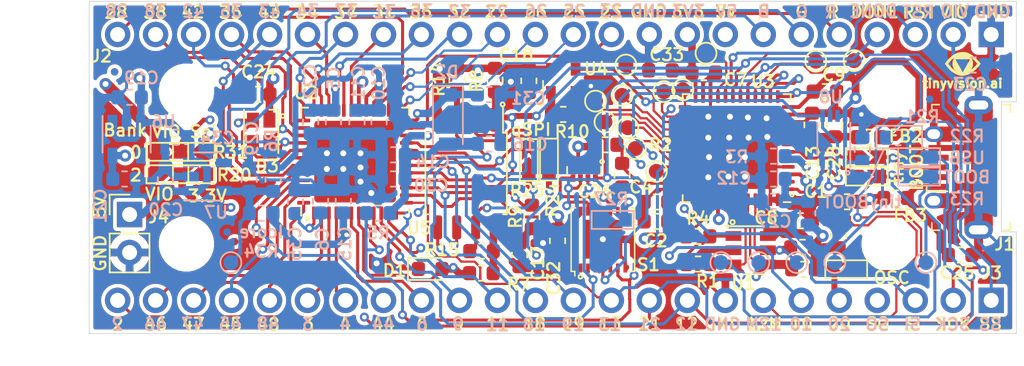
<source format=kicad_pcb>
(kicad_pcb (version 20171130) (host pcbnew "(5.1.2)-2")
  (title_block (title UpDuino2.2) (rev 2.2) (company TinyVision))
  (layers (0 F.Cu signal) (1 In1.Cu signal) (2 In2.Cu signal hide) (31 B.Cu signal) (34 B.Paste user) (35 F.Paste user) (36 B.SilkS user) (37 F.SilkS user) (38 B.Mask user hide) (39 F.Mask user hide) (44 Edge.Cuts user))
  (net 0 "")
  (net 1 GND)
  (net 2 +5VD)
  (net 3 /FT_VCORE)
  (net 4 +3V3)
  (net 5 "Net-(C4-Pad1)")
  (net 6 /VCC_PLL)
  (net 7 /V_PHY)
  (net 8 /V_PLL)
  (net 9 /+1.2V_CORE)
  (net 10 /FT_RESET_N)
  (net 11 +1V2)
  (net 12 +2V5)
  (net 13 /CDONE)
  (net 14 /LED_B)
  (net 15 /LED_G)
  (net 16 /LED_R)
  (net 17 /USB_P)
  (net 18 "Net-(J1-Pad4)")
  (net 19 /USB_M)
  (net 20 /IOT_41A)
  (net 21 /IOT_50B)
  (net 22 /IOT_51A)
  (net 23 /IOT_48B)
  (net 24 /IOT_49A)
  (net 25 /IOT_44B)
  (net 26 /IOT_45A_G1)
  (net 27 /IOT_42B)
  (net 28 /IOT_46B_G0)
  (net 29 /IOT_43A)
  (net 30 /IOT_38B)
  (net 31 /IOT_39A)
  (net 32 /IOT_36B)
  (net 33 /IOT_37A)
  (net 34 /CRESET_N)
  (net 35 /IOB_6A)
  (net 36 /IOB_0A)
  (net 37 /IOB_2A)
  (net 38 /IOB_5B)
  (net 39 /IOB_4A)
  (net 40 /IOB_9B)
  (net 41 /IOB_8A)
  (net 42 /IOB_3B_G6)
  (net 43 /IOB_13B)
  (net 44 /IOB_16A)
  (net 45 /IOB_20A)
  (net 46 /IOB_31B)
  (net 47 /IOB_29B)
  (net 48 /IOB_24A)
  (net 49 /IOB_23B)
  (net 50 /IOB_22A)
  (net 51 /CLK_12M_EXT)
  (net 52 /IOB_18A)
  (net 53 /IOB_25B_G3)
  (net 54 /FLASH_MISO)
  (net 55 /FLASH_MOSI)
  (net 56 /ICE_SCK)
  (net 57 /ICE_SS)
  (net 58 /V_USB)
  (net 59 "Net-(R1-Pad2)")
  (net 60 /EE_DAT)
  (net 61 "Net-(R3-Pad1)")
  (net 62 "Net-(R10-Pad2)")
  (net 63 /CLK_12M_FT)
  (net 64 "Net-(R14-Pad1)")
  (net 65 "Net-(R15-Pad1)")
  (net 66 /EE_CS)
  (net 67 /EE_CLK)
  (net 68 "Net-(R27-Pad2)")
  (net 69 "Net-(R35-Pad1)")
  (net 70 "Net-(R36-Pad1)")
  (net 71 /ICE_MISO)
  (net 72 /ICE_MOSI)
  (net 73 "Net-(S1-Pad3)")
  (net 74 "Net-(S1-Pad5)")
  (net 75 "Net-(S1-Pad9)")
  (net 76 "Net-(TP1-Pad1)")
  (net 77 "Net-(TP2-Pad1)")
  (net 78 "Net-(TP3-Pad1)")
  (net 79 "Net-(TP4-Pad1)")
  (net 80 "Net-(TP5-Pad1)")
  (net 81 "Net-(TP6-Pad1)")
  (net 82 "Net-(TP7-Pad1)")
  (net 83 "Net-(TP8-Pad1)")
  (net 84 "Net-(TP9-Pad1)")
  (net 85 "Net-(TP10-Pad1)")
  (net 86 "Net-(TP11-Pad1)")
  (net 87 "Net-(TP12-Pad1)")
  (net 88 "Net-(U3-Pad2)")
  (net 89 "Net-(U6-Pad4)")
  (net 90 "Net-(U7-Pad4)")
  (net 91 /VIO_BANK_0_2)
  (net 92 "Net-(C22-Pad1)")
  (net 93 "Net-(C35-Pad1)")
  (net 94 "Net-(R16-Pad1)")
  (module Package_DFN_QFN:QFN-48-1EP_7x7mm_P0.5mm_EP5.6x5.6mm (layer F.Cu) (at 117.7798 88.5034 90)
    (fp_text reference U2 (at 4.6034 -3.2798) (layer F.SilkS) (effects (font (size 0.8 0.8))))
    (fp_text value ICE40UP5K-SG48ITR)
    (pad 48 smd roundrect (at -2.75 -3.4375 90) (size 0.25 0.875) (layers F.Cu F.Paste F.Mask) (net 39 /IOB_4A))
    (pad 47 smd roundrect (at -2.25 -3.4375 90) (size 0.25 0.875) (layers F.Cu F.Paste F.Mask) (net 37 /IOB_2A))
    (pad 46 smd roundrect (at -1.75 -3.4375 90) (size 0.25 0.875) (layers F.Cu F.Paste F.Mask) (net 36 /IOB_0A))
    (pad 45 smd roundrect (at -1.25 -3.4375 90) (size 0.25 0.875) (layers F.Cu F.Paste F.Mask) (net 38 /IOB_5B))
    (pad 44 smd roundrect (at -0.75 -3.4375 90) (size 0.25 0.875) (layers F.Cu F.Paste F.Mask) (net 42 /IOB_3B_G6))
    (pad 43 smd roundrect (at -0.25 -3.4375 90) (size 0.25 0.875) (layers F.Cu F.Paste F.Mask) (net 24 /IOT_49A))
    (pad 42 smd roundrect (at 0.25 -3.4375 90) (size 0.25 0.875) (layers F.Cu F.Paste F.Mask) (net 22 /IOT_51A))
    (pad 41 smd roundrect (at 0.75 -3.4375 90) (size 0.25 0.875) (layers F.Cu F.Paste F.Mask) (net 14 /LED_B))
    (pad 40 smd roundrect (at 1.25 -3.4375 90) (size 0.25 0.875) (layers F.Cu F.Paste F.Mask) (net 15 /LED_G))
    (pad 39 smd roundrect (at 1.75 -3.4375 90) (size 0.25 0.875) (layers F.Cu F.Paste F.Mask) (net 16 /LED_R))
    (pad 38 smd roundrect (at 2.25 -3.4375 90) (size 0.25 0.875) (layers F.Cu F.Paste F.Mask) (net 21 /IOT_50B))
    (pad 37 smd roundrect (at 2.75 -3.4375 90) (size 0.25 0.875) (layers F.Cu F.Paste F.Mask) (net 26 /IOT_45A_G1))
    (pad 36 smd roundrect (at 3.4375 -2.75 90) (size 0.875 0.25) (layers F.Cu F.Paste F.Mask) (net 23 /IOT_48B))
    (pad 35 smd roundrect (at 3.4375 -2.25 90) (size 0.875 0.25) (layers F.Cu F.Paste F.Mask) (net 28 /IOT_46B_G0))
    (pad 34 smd roundrect (at 3.4375 -1.75 90) (size 0.875 0.25) (layers F.Cu F.Paste F.Mask) (net 25 /IOT_44B))
    (pad 33 smd roundrect (at 3.4375 -1.25 90) (size 0.875 0.25) (layers F.Cu F.Paste F.Mask) (net 92 "Net-(C22-Pad1)"))
    (pad 32 smd roundrect (at 3.4375 -0.75 90) (size 0.875 0.25) (layers F.Cu F.Paste F.Mask) (net 29 /IOT_43A))
    (pad 31 smd roundrect (at 3.4375 -0.25 90) (size 0.875 0.25) (layers F.Cu F.Paste F.Mask) (net 27 /IOT_42B))
    (pad 30 smd roundrect (at 3.4375 0.25 90) (size 0.875 0.25) (layers F.Cu F.Paste F.Mask) (net 9 /+1.2V_CORE))
    (pad 29 smd roundrect (at 3.4375 0.75 90) (size 0.875 0.25) (layers F.Cu F.Paste F.Mask) (net 6 /VCC_PLL))
    (pad 28 smd roundrect (at 3.4375 1.25 90) (size 0.875 0.25) (layers F.Cu F.Paste F.Mask) (net 20 /IOT_41A))
    (pad 27 smd roundrect (at 3.4375 1.75 90) (size 0.875 0.25) (layers F.Cu F.Paste F.Mask) (net 30 /IOT_38B))
    (pad 26 smd roundrect (at 3.4375 2.25 90) (size 0.875 0.25) (layers F.Cu F.Paste F.Mask) (net 31 /IOT_39A))
    (pad 25 smd roundrect (at 3.4375 2.75 90) (size 0.875 0.25) (layers F.Cu F.Paste F.Mask) (net 32 /IOT_36B))
    (pad 24 smd roundrect (at 2.75 3.4375 90) (size 0.25 0.875) (layers F.Cu F.Paste F.Mask) (net 12 +2V5))
    (pad 23 smd roundrect (at 2.25 3.4375 90) (size 0.25 0.875) (layers F.Cu F.Paste F.Mask) (net 33 /IOT_37A))
    (pad 22 smd roundrect (at 1.75 3.4375 90) (size 0.25 0.875) (layers F.Cu F.Paste F.Mask) (net 4 +3V3))
    (pad 21 smd roundrect (at 1.25 3.4375 90) (size 0.25 0.875) (layers F.Cu F.Paste F.Mask) (net 49 /IOB_23B))
    (pad 20 smd roundrect (at 0.75 3.4375 90) (size 0.25 0.875) (layers F.Cu F.Paste F.Mask) (net 53 /IOB_25B_G3))
    (pad 19 smd roundrect (at 0.25 3.4375 90) (size 0.25 0.875) (layers F.Cu F.Paste F.Mask) (net 47 /IOB_29B))
    (pad 18 smd roundrect (at -0.25 3.4375 90) (size 0.25 0.875) (layers F.Cu F.Paste F.Mask) (net 46 /IOB_31B))
    (pad 17 smd roundrect (at -0.75 3.4375 90) (size 0.25 0.875) (layers F.Cu F.Paste F.Mask) (net 72 /ICE_MOSI))
    (pad 16 smd roundrect (at -1.25 3.4375 90) (size 0.25 0.875) (layers F.Cu F.Paste F.Mask) (net 57 /ICE_SS))
    (pad 15 smd roundrect (at -1.75 3.4375 90) (size 0.25 0.875) (layers F.Cu F.Paste F.Mask) (net 56 /ICE_SCK))
    (pad 14 smd roundrect (at -2.25 3.4375 90) (size 0.25 0.875) (layers F.Cu F.Paste F.Mask) (net 71 /ICE_MISO))
    (pad 13 smd roundrect (at -2.75 3.4375 90) (size 0.25 0.875) (layers F.Cu F.Paste F.Mask) (net 48 /IOB_24A))
    (pad 12 smd roundrect (at -3.4375 2.75 90) (size 0.875 0.25) (layers F.Cu F.Paste F.Mask) (net 50 /IOB_22A))
    (pad 11 smd roundrect (at -3.4375 2.25 90) (size 0.875 0.25) (layers F.Cu F.Paste F.Mask) (net 45 /IOB_20A))
    (pad 10 smd roundrect (at -3.4375 1.75 90) (size 0.875 0.25) (layers F.Cu F.Paste F.Mask) (net 52 /IOB_18A))
    (pad 9 smd roundrect (at -3.4375 1.25 90) (size 0.875 0.25) (layers F.Cu F.Paste F.Mask) (net 44 /IOB_16A))
    (pad 8 smd roundrect (at -3.4375 0.75 90) (size 0.875 0.25) (layers F.Cu F.Paste F.Mask) (net 34 /CRESET_N))
    (pad 7 smd roundrect (at -3.4375 0.25 90) (size 0.875 0.25) (layers F.Cu F.Paste F.Mask) (net 13 /CDONE))
    (pad 6 smd roundrect (at -3.4375 -0.25 90) (size 0.875 0.25) (layers F.Cu F.Paste F.Mask) (net 43 /IOB_13B))
    (pad 5 smd roundrect (at -3.4375 -0.75 90) (size 0.875 0.25) (layers F.Cu F.Paste F.Mask) (net 9 /+1.2V_CORE))
    (pad 4 smd roundrect (at -3.4375 -1.25 90) (size 0.875 0.25) (layers F.Cu F.Paste F.Mask) (net 41 /IOB_8A))
    (pad 3 smd roundrect (at -3.4375 -1.75 90) (size 0.875 0.25) (layers F.Cu F.Paste F.Mask) (net 40 /IOB_9B))
    (pad 2 smd roundrect (at -3.4375 -2.25 90) (size 0.875 0.25) (layers F.Cu F.Paste F.Mask) (net 35 /IOB_6A))
    (pad 1 smd roundrect (at -3.4375 -2.75 90) (size 0.875 0.25) (layers F.Cu F.Paste F.Mask) (net 93 "Net-(C35-Pad1)"))
    (pad 49 smd roundrect (at 0 0 90) (size 5.46 5.46) (layers F.Cu F.Mask) (roundrect_rratio 0.045) (net 1 GND))
  )
  (module vs:1 (layer F.Cu) (at 158.4 82)
    (fp_text reference G*** hide)
    (fp_text value LOGO hide)
    (fp_text user tinyvision.ai (at 0 1.27) (layer F.SilkS) (effects (font (size 0.6 0.6))))
  )
  (module vs:SolderJumper-2_0603_Open_TrianglePad1.0x1.5mm (layer F.Cu) (at 150.622 95.7 180)
    (fp_text reference R16 hide)
    (fp_text value JUMPER)
    (pad 2 smd custom (at 0.7875 0 180) (size 0.5 0.9) (layers F.Cu F.Paste F.Mask) (net 53 /IOB_25B_G3) (options (clearance outline) (anchor rect)) (primitives (gr_poly (pts (xy -0.8 -0.455) (xy 0.5 -0.455) (xy 0.5 0.455) (xy -0.8 0.455) (xy -0.3 0)) (width 0))))
    (pad 1 smd custom (at -0.7875 0 180) (size 0.875 0.9) (layers F.Cu F.Paste F.Mask) (net 94 "Net-(R16-Pad1)") (options (clearance outline) (anchor rect)) (primitives (gr_poly (pts (xy -0.5 -0.455) (xy 0.5 -0.455) (xy 1 0) (xy 0.5 0.455) (xy -0.5 0.455)) (width 0))))
  )
  (module Connector_PinHeader_2.54mm:PinHeader_1x02_P2.54mm_Vertical (layer F.Cu) (at 102.7 92.04)
    (fp_text reference J4 (at 1.948 0.162) (layer F.SilkS) (effects (font (size 0.8 0.8))))
    (fp_text value "5V Power")
    (pad 2 thru_hole oval (at 0 2.54) (size 1.7 1.7) (drill 1) (layers *.Cu *.Mask) (net 1 GND))
    (pad 1 thru_hole rect (at 0 0) (size 1.7 1.7) (drill 1) (layers *.Cu *.Mask) (net 2 +5VD))
  )
  (module Capacitor_SMD:C_0603_1608Metric (layer F.Cu) (at 135.636 89.408 90)
    (fp_text reference C26 (at -1.1 -1.8) (layer F.SilkS) (effects (font (size 0.8 0.8))))
    (fp_text value 10n)
    (pad 2 smd roundrect (at 0.7875 0 90) (size 0.875 0.95) (layers F.Cu F.Paste F.Mask) (net 10 /FT_RESET_N))
    (pad 1 smd roundrect (at -0.7875 0 90) (size 0.875 0.95) (layers F.Cu F.Paste F.Mask) (net 1 GND))
  )
  (module vs:SOT-23-6 (layer F.Cu) (at 144.2324 94.428)
    (fp_text reference U1 (at -0.4824 2.222) (layer F.SilkS) (effects (font (size 0.8 0.8))))
    (fp_text value 93LC56BT-I/OT)
    (pad 1 smd rect (at -1.15 -0.95) (size 1.06 0.65) (layers F.Cu F.Paste F.Mask) (net 59 "Net-(R1-Pad2)"))
    (pad 2 smd rect (at -1.15 0) (size 1.06 0.65) (layers F.Cu F.Paste F.Mask) (net 1 GND))
    (pad 3 smd rect (at -1.15 0.95) (size 1.06 0.65) (layers F.Cu F.Paste F.Mask) (net 60 /EE_DAT))
    (pad 4 smd rect (at 1.15 0.95) (size 1.06 0.65) (layers F.Cu F.Paste F.Mask) (net 67 /EE_CLK))
    (pad 6 smd rect (at 1.15 -0.95) (size 1.06 0.65) (layers F.Cu F.Paste F.Mask) (net 4 +3V3))
    (pad 5 smd rect (at 1.15 0) (size 1.06 0.65) (layers F.Cu F.Paste F.Mask) (net 66 /EE_CS))
  )
  (module Package_TO_SOT_SMD:SOT-23-5 (layer B.Cu) (at 107.9 89.5)
    (fp_text reference U7 (at 0.575 2.4 180) (layer B.SilkS) (effects (font (size 0.8 0.8)) (justify mirror)))
    (fp_text value AP2127K-1.2)
    (pad 5 smd rect (at 1.1 0.95) (size 1.06 0.65) (layers B.Cu B.Paste B.Mask) (net 11 +1V2))
    (pad 4 smd rect (at 1.1 -0.95) (size 1.06 0.65) (layers B.Cu B.Paste B.Mask) (net 90 "Net-(U7-Pad4)"))
    (pad 3 smd rect (at -1.1 -0.95) (size 1.06 0.65) (layers B.Cu B.Paste B.Mask) (net 2 +5VD))
    (pad 2 smd rect (at -1.1 0) (size 1.06 0.65) (layers B.Cu B.Paste B.Mask) (net 1 GND))
    (pad 1 smd rect (at -1.1 0.95) (size 1.06 0.65) (layers B.Cu B.Paste B.Mask) (net 2 +5VD))
  )
  (module Package_TO_SOT_SMD:SOT-23-5 (layer B.Cu) (at 102.5 87 270)
    (fp_text reference U6 (at -1.175 -2.475) (layer B.SilkS) (effects (font (size 0.8 0.8)) (justify mirror)))
    (fp_text value AP2127K-3.3)
    (pad 5 smd rect (at 1.1 0.95 270) (size 1.06 0.65) (layers B.Cu B.Paste B.Mask) (net 4 +3V3))
    (pad 4 smd rect (at 1.1 -0.95 270) (size 1.06 0.65) (layers B.Cu B.Paste B.Mask) (net 89 "Net-(U6-Pad4)"))
    (pad 3 smd rect (at -1.1 -0.95 270) (size 1.06 0.65) (layers B.Cu B.Paste B.Mask) (net 2 +5VD))
    (pad 2 smd rect (at -1.1 0 270) (size 1.06 0.65) (layers B.Cu B.Paste B.Mask) (net 1 GND))
    (pad 1 smd rect (at -1.1 0.95 270) (size 1.06 0.65) (layers B.Cu B.Paste B.Mask) (net 2 +5VD))
  )
  (module Package_SO:SOIC-8_5.23x5.23mm_P1.27mm (layer F.Cu) (at 125.2078 89.2972 270)
    (fp_text reference U5 (at 3.6528 3.1328 180) (layer F.SilkS) (effects (font (size 0.8 0.8))))
    (fp_text value W25Q32JVSSIM)
    (pad 8 smd roundrect (at 3.6 -1.905 270) (size 1.6 0.6) (layers F.Cu F.Paste F.Mask) (net 4 +3V3))
    (pad 7 smd roundrect (at 3.6 -0.635 270) (size 1.6 0.6) (layers F.Cu F.Paste F.Mask) (net 65 "Net-(R15-Pad1)"))
    (pad 6 smd roundrect (at 3.6 0.635 270) (size 1.6 0.6) (layers F.Cu F.Paste F.Mask) (net 56 /ICE_SCK))
    (pad 5 smd roundrect (at 3.6 1.905 270) (size 1.6 0.6) (layers F.Cu F.Paste F.Mask) (net 55 /FLASH_MOSI))
    (pad 4 smd roundrect (at -3.6 1.905 270) (size 1.6 0.6) (layers F.Cu F.Paste F.Mask) (net 1 GND))
    (pad 3 smd roundrect (at -3.6 0.635 270) (size 1.6 0.6) (layers F.Cu F.Paste F.Mask) (net 64 "Net-(R14-Pad1)"))
    (pad 2 smd roundrect (at -3.6 -0.635 270) (size 1.6 0.6) (layers F.Cu F.Paste F.Mask) (net 54 /FLASH_MISO))
    (pad 1 smd roundrect (at -3.6 -1.905 270) (size 1.6 0.6) (layers F.Cu F.Paste F.Mask) (net 57 /ICE_SS))
  )
  (module Oscillator:Oscillator_SMD_Abracon_ASDMB-4Pin_2.5x2.0mm (layer F.Cu) (at 131.7 83.1)
    (fp_text reference U4 (at 2.2 -0.8) (layer F.SilkS) (effects (font (size 0.8 0.8))))
    (fp_text value "SG-210STF 12.0000ML3")
    (pad 4 smd rect (at -0.825 -0.775) (size 0.65 0.85) (layers F.Cu F.Paste F.Mask) (net 4 +3V3))
    (pad 3 smd rect (at 0.825 -0.775) (size 0.65 0.85) (layers F.Cu F.Paste F.Mask) (net 63 /CLK_12M_FT))
    (pad 2 smd rect (at 0.825 0.775) (size 0.65 0.85) (layers F.Cu F.Paste F.Mask) (net 1 GND))
    (pad 1 smd rect (at -0.825 0.775) (size 0.65 0.85) (layers F.Cu F.Paste F.Mask) (net 62 "Net-(R10-Pad2)"))
  )
  (module TestPoint:TestPoint_Pad_D1.0mm (layer F.Cu) (at 151.15 81.75)
    (fp_text reference TP11 hide)
    (fp_text value TestPoint)
    (pad 1 smd circle (at 0 0) (size 1 1) (layers F.Cu F.Mask) (net 86 "Net-(TP11-Pad1)"))
  )
  (module Resistor_SMD:R_Array_Concave_4x0402 (layer F.Cu) (at 133.1 89.1 270)
    (fp_text reference RN1 hide)
    (fp_text value YC124-JR-071KL)
    (pad 5 smd rect (at 0.5 0.75 270) (size 0.5 0.32) (layers F.Cu F.Paste F.Mask) (net 71 /ICE_MISO))
    (pad 6 smd rect (at 0.5 0.25 270) (size 0.5 0.32) (layers F.Cu F.Paste F.Mask) (net 72 /ICE_MOSI))
    (pad 8 smd rect (at 0.5 -0.75 270) (size 0.5 0.32) (layers F.Cu F.Paste F.Mask) (net 54 /FLASH_MISO))
    (pad 7 smd rect (at 0.5 -0.25 270) (size 0.5 0.32) (layers F.Cu F.Paste F.Mask) (net 55 /FLASH_MOSI))
    (pad 4 smd rect (at -0.5 0.75 270) (size 0.5 0.32) (layers F.Cu F.Paste F.Mask) (net 4 +3V3))
    (pad 2 smd rect (at -0.5 -0.25 270) (size 0.5 0.32) (layers F.Cu F.Paste F.Mask) (net 4 +3V3))
    (pad 3 smd rect (at -0.5 0.25 270) (size 0.5 0.32) (layers F.Cu F.Paste F.Mask) (net 4 +3V3))
    (pad 1 smd rect (at -0.5 -0.75 270) (size 0.5 0.32) (layers F.Cu F.Paste F.Mask) (net 4 +3V3))
  )
  (module Resistor_SMD:R_0603_1608Metric (layer B.Cu) (at 111.506 91.948 180)
    (fp_text reference R34 (at 0.006 -2.552 180) (layer B.SilkS) (effects (font (size 0.8 0.8)) (justify mirror)))
    (fp_text value 0)
    (pad 2 smd roundrect (at 0.7875 0 180) (size 0.875 0.95) (layers B.Cu B.Paste B.Mask) (net 11 +1V2))
    (pad 1 smd roundrect (at -0.7875 0 180) (size 0.875 0.95) (layers B.Cu B.Paste B.Mask) (net 9 /+1.2V_CORE))
  )
  (module Resistor_SMD:R_0603_1608Metric (layer B.Cu) (at 154.1 86.9 180)
    (fp_text reference R21 (at -1.6 1.4 180) (layer B.SilkS) (effects (font (size 0.8 0.8)) (justify mirror)))
    (fp_text value DNI)
    (pad 2 smd roundrect (at 0.7875 0 180) (size 0.875 0.95) (layers B.Cu B.Paste B.Mask) (net 50 /IOB_22A))
    (pad 1 smd roundrect (at -0.7875 0 180) (size 0.875 0.95) (layers B.Cu B.Paste B.Mask) (net 17 /USB_P))
  )
  (module Resistor_SMD:R_0603_1608Metric (layer F.Cu) (at 147.7645 95.7)
    (fp_text reference R18 hide)
    (fp_text value 10K)
    (pad 2 smd roundrect (at 0.7875 0) (size 0.875 0.95) (layers F.Cu F.Paste F.Mask) (net 4 +3V3))
    (pad 1 smd roundrect (at -0.7875 0) (size 0.875 0.95) (layers F.Cu F.Paste F.Mask) (net 67 /EE_CLK))
  )
  (module Resistor_SMD:R_0603_1608Metric (layer F.Cu) (at 147.701 94.234 180)
    (fp_text reference R17 hide)
    (fp_text value 10K)
    (pad 2 smd roundrect (at 0.7875 0 180) (size 0.875 0.95) (layers F.Cu F.Paste F.Mask) (net 66 /EE_CS))
    (pad 1 smd roundrect (at -0.7875 0 180) (size 0.875 0.95) (layers F.Cu F.Paste F.Mask) (net 4 +3V3))
  )
  (module Resistor_SMD:R_0603_1608Metric (layer F.Cu) (at 126.238 94.488)
    (fp_text reference R15 (at -2.638 -0.088 -180) (layer F.SilkS) (effects (font (size 0.8 0.8))))
    (fp_text value 10K)
    (pad 2 smd roundrect (at 0.7875 0) (size 0.875 0.95) (layers F.Cu F.Paste F.Mask) (net 4 +3V3))
    (pad 1 smd roundrect (at -0.7875 0) (size 0.875 0.95) (layers F.Cu F.Paste F.Mask) (net 65 "Net-(R15-Pad1)"))
  )
  (module Resistor_SMD:R_0603_1608Metric (layer F.Cu) (at 124.5982 83.0488 90)
    (fp_text reference R14 (at 0.0488 -1.2482 90) (layer F.SilkS) (effects (font (size 0.8 0.8))))
    (fp_text value 10K)
    (pad 2 smd roundrect (at 0.7875 0 90) (size 0.875 0.95) (layers F.Cu F.Paste F.Mask) (net 4 +3V3))
    (pad 1 smd roundrect (at -0.7875 0 90) (size 0.875 0.95) (layers F.Cu F.Paste F.Mask) (net 64 "Net-(R14-Pad1)"))
  )
  (module Resistor_SMD:R_0603_1608Metric (layer F.Cu) (at 131.7 85.344 180)
    (fp_text reference R10 (at -0.6 -1.156) (layer F.SilkS) (effects (font (size 0.8 0.8))))
    (fp_text value DNI)
    (pad 2 smd roundrect (at 0.7875 0 180) (size 0.875 0.95) (layers F.Cu F.Paste F.Mask) (net 62 "Net-(R10-Pad2)"))
    (pad 1 smd roundrect (at -0.7875 0 180) (size 0.875 0.95) (layers F.Cu F.Paste F.Mask) (net 1 GND))
  )
  (module Resistor_SMD:R_0603_1608Metric (layer F.Cu) (at 129.6 92.2 270)
    (fp_text reference R9 (at 0 1.1 270) (layer F.SilkS) (effects (font (size 0.8 0.8))))
    (fp_text value 10K)
    (pad 2 smd roundrect (at 0.7875 0 270) (size 0.875 0.95) (layers F.Cu F.Paste F.Mask) (net 4 +3V3))
    (pad 1 smd roundrect (at -0.7875 0 270) (size 0.875 0.95) (layers F.Cu F.Paste F.Mask) (net 56 /ICE_SCK))
  )
  (module Resistor_SMD:R_0603_1608Metric (layer F.Cu) (at 127.1382 83.0488 90)
    (fp_text reference R8 (at -0.0512 -1.2382 90) (layer F.SilkS) (effects (font (size 0.8 0.8))))
    (fp_text value 10K)
    (pad 2 smd roundrect (at 0.7875 0 90) (size 0.875 0.95) (layers F.Cu F.Paste F.Mask) (net 4 +3V3))
    (pad 1 smd roundrect (at -0.7875 0 90) (size 0.875 0.95) (layers F.Cu F.Paste F.Mask) (net 57 /ICE_SS))
  )
  (module Resistor_SMD:R_0603_1608Metric (layer F.Cu) (at 126.2253 95.9612)
    (fp_text reference R7 (at 2.4747 0.7388 180) (layer F.SilkS) (effects (font (size 0.8 0.8))))
    (fp_text value 2.2K)
    (pad 2 smd roundrect (at 0.7875 0) (size 0.875 0.95) (layers F.Cu F.Paste F.Mask) (net 4 +3V3))
    (pad 1 smd roundrect (at -0.7875 0) (size 0.875 0.95) (layers F.Cu F.Paste F.Mask) (net 13 /CDONE))
  )
  (module Resistor_SMD:R_0603_1608Metric (layer B.Cu) (at 112.3 89.7 270)
    (fp_text reference R6 (at -2.6 0.1 90) (layer B.SilkS) (effects (font (size 0.8 0.8)) (justify mirror)))
    (fp_text value 100)
    (pad 2 smd roundrect (at 0.7875 0 270) (size 0.875 0.95) (layers B.Cu B.Paste B.Mask) (net 11 +1V2))
    (pad 1 smd roundrect (at -0.7875 0 270) (size 0.875 0.95) (layers B.Cu B.Paste B.Mask) (net 6 /VCC_PLL))
  )
  (module Resistor_SMD:R_0603_1608Metric (layer B.Cu) (at 119.3165 91.948)
    (fp_text reference R5 (at 0.0085 1.327) (layer B.SilkS) (effects (font (size 0.8 0.8)) (justify mirror)))
    (fp_text value 10K)
    (pad 2 smd roundrect (at 0.7875 0) (size 0.875 0.95) (layers B.Cu B.Paste B.Mask) (net 4 +3V3))
    (pad 1 smd roundrect (at -0.7875 0) (size 0.875 0.95) (layers B.Cu B.Paste B.Mask) (net 34 /CRESET_N))
  )
  (module Resistor_SMD:R_0603_1608Metric (layer F.Cu) (at 140.716 93.5 180)
    (fp_text reference R4 (at 0 1.2) (layer F.SilkS) (effects (font (size 0.8 0.8))))
    (fp_text value 10K)
    (pad 2 smd roundrect (at 0.7875 0 180) (size 0.875 0.95) (layers F.Cu F.Paste F.Mask) (net 4 +3V3))
    (pad 1 smd roundrect (at -0.7875 0 180) (size 0.875 0.95) (layers F.Cu F.Paste F.Mask) (net 59 "Net-(R1-Pad2)"))
  )
  (module Resistor_SMD:R_0603_1608Metric (layer B.Cu) (at 145.75 88.138 180)
    (fp_text reference R3 (at 2.45 -0.05) (layer B.SilkS) (effects (font (size 0.8 0.8)) (justify mirror)))
    (fp_text value 2.2K)
    (pad 2 smd roundrect (at 0.7875 0 180) (size 0.875 0.95) (layers B.Cu B.Paste B.Mask) (net 1 GND))
    (pad 1 smd roundrect (at -0.7875 0 180) (size 0.875 0.95) (layers B.Cu B.Paste B.Mask) (net 61 "Net-(R3-Pad1)"))
  )
  (module Resistor_SMD:R_0603_1608Metric (layer F.Cu) (at 134.5 87.376 180)
    (fp_text reference R2 (at -3.7 0 180) (layer F.SilkS) (effects (font (size 0.8 0.8))))
    (fp_text value 10K)
    (pad 2 smd roundrect (at 0.7875 0 180) (size 0.875 0.95) (layers F.Cu F.Paste F.Mask) (net 4 +3V3))
    (pad 1 smd roundrect (at -0.7875 0 180) (size 0.875 0.95) (layers F.Cu F.Paste F.Mask) (net 10 /FT_RESET_N))
  )
  (module Resistor_SMD:R_0603_1608Metric (layer F.Cu) (at 140.716 95.35 180)
    (fp_text reference R1 (at -0.65 -1.15) (layer F.SilkS) (effects (font (size 0.8 0.8))))
    (fp_text value 2.2K)
    (pad 2 smd roundrect (at 0.7875 0 180) (size 0.875 0.95) (layers F.Cu F.Paste F.Mask) (net 59 "Net-(R1-Pad2)"))
    (pad 1 smd roundrect (at -0.7875 0 180) (size 0.875 0.95) (layers F.Cu F.Paste F.Mask) (net 60 /EE_DAT))
  )
  (module Fiducial:Fiducial_0.5mm_Mask1mm (layer F.Cu) (at 161.075 82)
    (fp_text reference FID6 hide)
    (fp_text value Fiducial)
    (pad "" smd circle (at 0 0) (size 0.5 0.5) (layers F.Cu F.Mask) (clearance 0.25))
  )
  (module Fiducial:Fiducial_0.5mm_Mask1mm (layer F.Cu) (at 101.7 82.5)
    (fp_text reference FID5 hide)
    (fp_text value Fiducial)
    (pad "" smd circle (at 0 0) (size 0.5 0.5) (layers F.Cu F.Mask) (clearance 0.25))
  )
  (module Fiducial:Fiducial_0.5mm_Mask1mm (layer B.Cu) (at 101.7 82.5)
    (fp_text reference FID4 hide)
    (fp_text value Fiducial)
    (pad "" smd circle (at 0 0) (size 0.5 0.5) (layers B.Cu B.Mask) (clearance 0.25))
  )
  (module Fiducial:Fiducial_0.5mm_Mask1mm (layer B.Cu) (at 156.21 84.328)
    (fp_text reference FID3 hide)
    (fp_text value Fiducial)
    (pad "" smd circle (at 0 0) (size 0.5 0.5) (layers B.Cu B.Mask) (clearance 0.25))
  )
  (module Fiducial:Fiducial_0.5mm_Mask1mm (layer F.Cu) (at 109.728 93.853)
    (fp_text reference FID2 hide)
    (fp_text value Fiducial)
    (pad "" smd circle (at 0 0) (size 0.5 0.5) (layers F.Cu F.Mask) (clearance 0.25))
  )
  (module Fiducial:Fiducial_0.5mm_Mask1mm (layer B.Cu) (at 109.22 93.218)
    (fp_text reference FID1 hide)
    (fp_text value Fiducial)
    (pad "" smd circle (at 0 0) (size 0.5 0.5) (layers B.Cu B.Mask) (clearance 0.25))
  )
  (module Inductor_SMD:L_0603_1608Metric (layer F.Cu) (at 153.924 90.932)
    (fp_text reference FB3 (at 0.976 1.168 180) (layer F.SilkS) (effects (font (size 0.8 0.8))))
    (fp_text value BLM18HE152SN1D)
    (pad 2 smd roundrect (at 0.7875 0) (size 0.875 0.95) (layers F.Cu F.Paste F.Mask) (net 58 /V_USB))
    (pad 1 smd roundrect (at -0.7875 0) (size 0.875 0.95) (layers F.Cu F.Paste F.Mask) (net 2 +5VD))
  )
  (module Inductor_SMD:L_0603_1608Metric (layer F.Cu) (at 152.146 86.868)
    (fp_text reference FB2 (at 2.454 -0.068) (layer F.SilkS) (effects (font (size 0.8 0.8))))
    (fp_text value BLM18HE152SN1D)
    (pad 2 smd roundrect (at 0.7875 0) (size 0.875 0.95) (layers F.Cu F.Paste F.Mask) (net 4 +3V3))
    (pad 1 smd roundrect (at -0.7875 0) (size 0.875 0.95) (layers F.Cu F.Paste F.Mask) (net 8 /V_PLL))
  )
  (module Inductor_SMD:L_0603_1608Metric (layer B.Cu) (at 148.05 91.95 270)
    (fp_text reference FB1 hide)
    (fp_text value BLM18HE152SN1D)
    (pad 2 smd roundrect (at 0.7875 0 270) (size 0.875 0.95) (layers B.Cu B.Paste B.Mask) (net 4 +3V3))
    (pad 1 smd roundrect (at -0.7875 0 270) (size 0.875 0.95) (layers B.Cu B.Paste B.Mask) (net 7 /V_PHY))
  )
  (module LED_SMD:LED_Cree-PLCC4_2x2mm_CW (layer F.Cu) (at 111.5 86.48 270)
    (fp_text reference D3 (at 2.32 -0.4 180) (layer F.SilkS) (effects (font (size 0.8 0.8))))
    (fp_text value MHPA1515RGBDT-S)
    (pad 4 smd rect (at -0.75 0.55 270) (size 1 0.8) (layers F.Cu F.Paste F.Mask) (net 14 /LED_B))
    (pad 3 smd rect (at 0.75 0.55 270) (size 1 0.8) (layers F.Cu F.Paste F.Mask) (net 15 /LED_G))
    (pad 2 smd rect (at 0.75 -0.55 270) (size 1 0.8) (layers F.Cu F.Paste F.Mask) (net 16 /LED_R))
    (pad 1 smd rect (at -0.75 -0.55 270) (size 1 0.8) (layers F.Cu F.Paste F.Mask) (net 4 +3V3))
  )
  (module Diode_SMD:D_SOD-123 (layer B.Cu) (at 123.9886 85.6904 270)
    (fp_text reference D2 (at -3.1654 0.0636) (layer B.SilkS) (effects (font (size 0.8 0.8)) (justify mirror)))
    (fp_text value 1N4148W)
    (pad 2 smd rect (at 1.65 0 270) (size 0.9 1.2) (layers B.Cu B.Paste B.Mask) (net 4 +3V3))
    (pad 1 smd rect (at -1.65 0 270) (size 0.9 1.2) (layers B.Cu B.Paste B.Mask) (net 12 +2V5))
  )
  (module LED_SMD:LED_0603_1608Metric (layer F.Cu) (at 122.8 95.68)
    (fp_text reference D1 (at -2.3786 0.1034 180) (layer F.SilkS) (effects (font (size 0.8 0.8))))
    (fp_text value HSMG-C120)
    (pad 2 smd roundrect (at 0.7875 0) (size 0.875 0.95) (layers F.Cu F.Paste F.Mask) (net 13 /CDONE))
    (pad 1 smd roundrect (at -0.7875 0) (size 0.875 0.95) (layers F.Cu F.Paste F.Mask) (net 1 GND))
  )
  (module Capacitor_SMD:C_0603_1608Metric (layer B.Cu) (at 105.8 86.868 180)
    (fp_text reference C34 (at -2.7596 -0.0712) (layer B.SilkS) (effects (font (size 0.8 0.8)) (justify mirror)))
    (fp_text value DNI)
    (pad 2 smd roundrect (at 0.7875 0 180) (size 0.875 0.95) (layers B.Cu B.Paste B.Mask) (net 1 GND))
    (pad 1 smd roundrect (at -0.7875 0 180) (size 0.875 0.95) (layers B.Cu B.Paste B.Mask) (net 2 +5VD))
  )
  (module Capacitor_SMD:C_0603_1608Metric (layer F.Cu) (at 138.2 82.4 180)
    (fp_text reference C33 (at -0.425 1.05) (layer F.SilkS) (effects (font (size 0.8 0.8))))
    (fp_text value DNI)
    (pad 2 smd roundrect (at 0.7875 0 180) (size 0.875 0.95) (layers F.Cu F.Paste F.Mask) (net 1 GND))
    (pad 1 smd roundrect (at -0.7875 0 180) (size 0.875 0.95) (layers F.Cu F.Paste F.Mask) (net 4 +3V3))
  )
  (module Capacitor_SMD:C_0603_1608Metric (layer F.Cu) (at 131.318 93.8 270)
    (fp_text reference C32 (at 2.5 0.25 270) (layer F.SilkS) (effects (font (size 0.8 0.8))))
    (fp_text value 0.1u)
    (pad 2 smd roundrect (at 0.7875 0 270) (size 0.875 0.95) (layers F.Cu F.Paste F.Mask) (net 1 GND))
    (pad 1 smd roundrect (at -0.7875 0 270) (size 0.875 0.95) (layers F.Cu F.Paste F.Mask) (net 4 +3V3))
  )
  (module Capacitor_SMD:C_0603_1608Metric (layer B.Cu) (at 126.746 84.014)
    (fp_text reference C31 (at 2.6206 0.261) (layer B.SilkS) (effects (font (size 0.8 0.8)) (justify mirror)))
    (fp_text value 4.7u)
    (pad 2 smd roundrect (at 0.7875 0) (size 0.875 0.95) (layers B.Cu B.Paste B.Mask) (net 1 GND))
    (pad 1 smd roundrect (at -0.7875 0) (size 0.875 0.95) (layers B.Cu B.Paste B.Mask) (net 12 +2V5))
  )
  (module Capacitor_SMD:C_0603_1608Metric (layer B.Cu) (at 110.7 89.7 90)
    (fp_text reference C29 (at 2.75 0.175 270) (layer B.SilkS) (effects (font (size 0.8 0.8)) (justify mirror)))
    (fp_text value 4.7u)
    (pad 2 smd roundrect (at 0.7875 0 90) (size 0.875 0.95) (layers B.Cu B.Paste B.Mask) (net 1 GND))
    (pad 1 smd roundrect (at -0.7875 0 90) (size 0.875 0.95) (layers B.Cu B.Paste B.Mask) (net 11 +1V2))
  )
  (module Capacitor_SMD:C_0603_1608Metric (layer F.Cu) (at 149.86 86.05 90)
    (fp_text reference C28 (at -2.55 -0.05 270) (layer F.SilkS) (effects (font (size 0.8 0.8))))
    (fp_text value 4.7u)
    (pad 2 smd roundrect (at 0.7875 0 90) (size 0.875 0.95) (layers F.Cu F.Paste F.Mask) (net 1 GND))
    (pad 1 smd roundrect (at -0.7875 0 90) (size 0.875 0.95) (layers F.Cu F.Paste F.Mask) (net 8 /V_PLL))
  )
  (module Capacitor_SMD:C_0603_1608Metric (layer B.Cu) (at 145.75 91.15 180)
    (fp_text reference C27 (at -0.05 -1.35) (layer B.SilkS) (effects (font (size 0.8 0.8)) (justify mirror)))
    (fp_text value 4.7u)
    (pad 2 smd roundrect (at 0.7875 0 180) (size 0.875 0.95) (layers B.Cu B.Paste B.Mask) (net 1 GND))
    (pad 1 smd roundrect (at -0.7875 0 180) (size 0.875 0.95) (layers B.Cu B.Paste B.Mask) (net 7 /V_PHY))
  )
  (module Capacitor_SMD:C_0603_1608Metric (layer F.Cu) (at 158.242 94.742 180)
    (fp_text reference C25 (at 0.2 -1.2) (layer F.SilkS) (effects (font (size 0.8 0.8))))
    (fp_text value 0.1u)
    (pad 2 smd roundrect (at 0.7875 0 180) (size 0.875 0.95) (layers F.Cu F.Paste F.Mask) (net 58 /V_USB))
    (pad 1 smd roundrect (at -0.7875 0 180) (size 0.875 0.95) (layers F.Cu F.Paste F.Mask) (net 1 GND))
  )
  (module Capacitor_SMD:C_0603_1608Metric (layer F.Cu) (at 111.3 84 180)
    (fp_text reference C24 (at -0.0282 1.5008 180) (layer F.SilkS) (effects (font (size 0.8 0.8))))
    (fp_text value 4.7u)
    (pad 2 smd roundrect (at 0.7875 0 180) (size 0.875 0.95) (layers F.Cu F.Paste F.Mask) (net 1 GND))
    (pad 1 smd roundrect (at -0.7875 0 180) (size 0.875 0.95) (layers F.Cu F.Paste F.Mask) (net 4 +3V3))
  )
  (module Capacitor_SMD:C_0603_1608Metric (layer B.Cu) (at 159.131 82.042)
    (fp_text reference C23 (at -0.231 1.2954) (layer B.SilkS) (effects (font (size 0.8 0.8)) (justify mirror)))
    (fp_text value DNI)
    (pad 2 smd roundrect (at 0.7875 0) (size 0.875 0.95) (layers B.Cu B.Paste B.Mask) (net 1 GND))
    (pad 1 smd roundrect (at -0.7875 0) (size 0.875 0.95) (layers B.Cu B.Paste B.Mask) (net 91 /VIO_BANK_0_2))
  )
  (module Capacitor_SMD:C_0603_1608Metric (layer B.Cu) (at 102.362 89.662)
    (fp_text reference C21 (at -1.625 1.8 90) (layer B.SilkS) (effects (font (size 0.8 0.8)) (justify mirror)))
    (fp_text value 4.7u)
    (pad 2 smd roundrect (at 0.7875 0) (size 0.875 0.95) (layers B.Cu B.Paste B.Mask) (net 1 GND))
    (pad 1 smd roundrect (at -0.7875 0) (size 0.875 0.95) (layers B.Cu B.Paste B.Mask) (net 4 +3V3))
  )
  (module Capacitor_SMD:C_0603_1608Metric (layer B.Cu) (at 105.1 89.7 90)
    (fp_text reference C20 (at -2.025 0.025 180) (layer B.SilkS) (effects (font (size 0.8 0.8)) (justify mirror)))
    (fp_text value 4.7u)
    (pad 2 smd roundrect (at 0.7875 0 90) (size 0.875 0.95) (layers B.Cu B.Paste B.Mask) (net 1 GND))
    (pad 1 smd roundrect (at -0.7875 0 90) (size 0.875 0.95) (layers B.Cu B.Paste B.Mask) (net 2 +5VD))
  )
  (module Capacitor_SMD:C_0603_1608Metric (layer B.Cu) (at 102.7 84.2 180)
    (fp_text reference C19 (at -0.8 1.2944) (layer B.SilkS) (effects (font (size 0.8 0.8)) (justify mirror)))
    (fp_text value 4.7u)
    (pad 2 smd roundrect (at 0.7875 0 180) (size 0.875 0.95) (layers B.Cu B.Paste B.Mask) (net 1 GND))
    (pad 1 smd roundrect (at -0.7875 0 180) (size 0.875 0.95) (layers B.Cu B.Paste B.Mask) (net 2 +5VD))
  )
  (module Capacitor_SMD:C_0603_1608Metric (layer F.Cu) (at 129.4 83.1 270)
    (fp_text reference C18 (at -1.725 0.85) (layer F.SilkS) (effects (font (size 0.8 0.8))))
    (fp_text value 0.1u)
    (pad 2 smd roundrect (at 0.7875 0 270) (size 0.875 0.95) (layers F.Cu F.Paste F.Mask) (net 1 GND))
    (pad 1 smd roundrect (at -0.7875 0 270) (size 0.875 0.95) (layers F.Cu F.Paste F.Mask) (net 4 +3V3))
  )
  (module Capacitor_SMD:C_0603_1608Metric (layer F.Cu) (at 128.778 94.742 270)
    (fp_text reference C17 (at 0.558 -1.222 270) (layer F.SilkS) (effects (font (size 0.8 0.8))))
    (fp_text value 0.1u)
    (pad 2 smd roundrect (at 0.7875 0 270) (size 0.875 0.95) (layers F.Cu F.Paste F.Mask) (net 1 GND))
    (pad 1 smd roundrect (at -0.7875 0 270) (size 0.875 0.95) (layers F.Cu F.Paste F.Mask) (net 4 +3V3))
  )
  (module Capacitor_SMD:C_0603_1608Metric (layer B.Cu) (at 126.746 87.316)
    (fp_text reference C16 (at 2.7456 0.034) (layer B.SilkS) (effects (font (size 0.8 0.8)) (justify mirror)))
    (fp_text value 0.1u)
    (pad 2 smd roundrect (at 0.7875 0) (size 0.875 0.95) (layers B.Cu B.Paste B.Mask) (net 1 GND))
    (pad 1 smd roundrect (at -0.7875 0) (size 0.875 0.95) (layers B.Cu B.Paste B.Mask) (net 4 +3V3))
  )
  (module Capacitor_SMD:C_0603_1608Metric (layer B.Cu) (at 116.9924 91.145 90)
    (fp_text reference C15 (at -2.855 0.1076 90) (layer B.SilkS) (effects (font (size 0.8 0.8)) (justify mirror)))
    (fp_text value 0.1u)
    (pad 2 smd roundrect (at 0.7875 0 90) (size 0.875 0.95) (layers B.Cu B.Paste B.Mask) (net 1 GND))
    (pad 1 smd roundrect (at -0.7875 0 90) (size 0.875 0.95) (layers B.Cu B.Paste B.Mask) (net 9 /+1.2V_CORE))
  )
  (module Capacitor_SMD:C_0603_1608Metric (layer B.Cu) (at 120.3452 88.0462 180)
    (fp_text reference C14 (at -2.6162 -0.4728 180) (layer B.SilkS) (effects (font (size 0.8 0.8)) (justify mirror)))
    (fp_text value 0.1u)
    (pad 2 smd roundrect (at 0.7875 0 180) (size 0.875 0.95) (layers B.Cu B.Paste B.Mask) (net 1 GND))
    (pad 1 smd roundrect (at -0.7875 0 180) (size 0.875 0.95) (layers B.Cu B.Paste B.Mask) (net 4 +3V3))
  )
  (module Capacitor_SMD:C_0603_1608Metric (layer F.Cu) (at 148.336 86.05 90)
    (fp_text reference C13 (at -2.55 0.05 270) (layer F.SilkS) (effects (font (size 0.8 0.8))))
    (fp_text value 0.1u)
    (pad 2 smd roundrect (at 0.7875 0 90) (size 0.875 0.95) (layers F.Cu F.Paste F.Mask) (net 1 GND))
    (pad 1 smd roundrect (at -0.7875 0 90) (size 0.875 0.95) (layers F.Cu F.Paste F.Mask) (net 8 /V_PLL))
  )
  (module Capacitor_SMD:C_0603_1608Metric (layer B.Cu) (at 145.75 89.662 180)
    (fp_text reference C12 (at 2.65 0.05) (layer B.SilkS) (effects (font (size 0.8 0.8)) (justify mirror)))
    (fp_text value 0.1u)
    (pad 2 smd roundrect (at 0.7875 0 180) (size 0.875 0.95) (layers B.Cu B.Paste B.Mask) (net 1 GND))
    (pad 1 smd roundrect (at -0.7875 0 180) (size 0.875 0.95) (layers B.Cu B.Paste B.Mask) (net 7 /V_PHY))
  )
  (module Capacitor_SMD:C_0603_1608Metric (layer B.Cu) (at 117.9068 85.852 270)
    (fp_text reference C11 (at -2.6126 -0.0932 270) (layer B.SilkS) (effects (font (size 0.8 0.8)) (justify mirror)))
    (fp_text value 4.7u)
    (pad 2 smd roundrect (at 0.7875 0 270) (size 0.875 0.95) (layers B.Cu B.Paste B.Mask) (net 1 GND))
    (pad 1 smd roundrect (at -0.7875 0 270) (size 0.875 0.95) (layers B.Cu B.Paste B.Mask) (net 6 /VCC_PLL))
  )
  (module Capacitor_SMD:C_0603_1608Metric (layer B.Cu) (at 119.38 85.852 270)
    (fp_text reference C10 (at -2.6126 0.0254 270) (layer B.SilkS) (effects (font (size 0.8 0.8)) (justify mirror)))
    (fp_text value 0.1u)
    (pad 2 smd roundrect (at 0.7875 0 270) (size 0.875 0.95) (layers B.Cu B.Paste B.Mask) (net 1 GND))
    (pad 1 smd roundrect (at -0.7875 0 270) (size 0.875 0.95) (layers B.Cu B.Paste B.Mask) (net 6 /VCC_PLL))
  )
  (module Capacitor_SMD:C_0603_1608Metric (layer F.Cu) (at 149.2 83.82)
    (fp_text reference C9 (at 0.6 -1.125) (layer F.SilkS) (effects (font (size 0.8 0.8))))
    (fp_text value 0.1u)
    (pad 2 smd roundrect (at 0.7875 0) (size 0.875 0.95) (layers F.Cu F.Paste F.Mask) (net 1 GND))
    (pad 1 smd roundrect (at -0.7875 0) (size 0.875 0.95) (layers F.Cu F.Paste F.Mask) (net 4 +3V3))
  )
  (module Capacitor_SMD:C_0603_1608Metric (layer F.Cu) (at 147.574 92.456)
    (fp_text reference C8 (at -2.3125 -0.2) (layer F.SilkS) (effects (font (size 0.8 0.8))))
    (fp_text value 0.1u)
    (pad 2 smd roundrect (at 0.7875 0) (size 0.875 0.95) (layers F.Cu F.Paste F.Mask) (net 1 GND))
    (pad 1 smd roundrect (at -0.7875 0) (size 0.875 0.95) (layers F.Cu F.Paste F.Mask) (net 4 +3V3))
  )
  (module Capacitor_SMD:C_0603_1608Metric (layer F.Cu) (at 141.1 82.55)
    (fp_text reference C7 (at 2.125 0.475) (layer F.SilkS) (effects (font (size 0.8 0.8))))
    (fp_text value 0.1u)
    (pad 2 smd roundrect (at 0.7875 0) (size 0.875 0.95) (layers F.Cu F.Paste F.Mask) (net 1 GND))
    (pad 1 smd roundrect (at -0.7875 0) (size 0.875 0.95) (layers F.Cu F.Paste F.Mask) (net 4 +3V3))
  )
  (module Capacitor_SMD:C_0603_1608Metric (layer B.Cu) (at 115.4684 91.145 90)
    (fp_text reference C6 (at -2.555 0.1316 90) (layer B.SilkS) (effects (font (size 0.8 0.8)) (justify mirror)))
    (fp_text value 0.1u)
    (pad 2 smd roundrect (at 0.7875 0 90) (size 0.875 0.95) (layers B.Cu B.Paste B.Mask) (net 1 GND))
    (pad 1 smd roundrect (at -0.7875 0 90) (size 0.875 0.95) (layers B.Cu B.Paste B.Mask) (net 93 "Net-(C35-Pad1)"))
  )
  (module Capacitor_SMD:C_0603_1608Metric (layer B.Cu) (at 116.332 85.852 270)
    (fp_text reference C5 (at -2.9126 -0.0156 270) (layer B.SilkS) (effects (font (size 0.8 0.8)) (justify mirror)))
    (fp_text value 0.1u)
    (pad 2 smd roundrect (at 0.7875 0 270) (size 0.875 0.95) (layers B.Cu B.Paste B.Mask) (net 1 GND))
    (pad 1 smd roundrect (at -0.7875 0 270) (size 0.875 0.95) (layers B.Cu B.Paste B.Mask) (net 92 "Net-(C22-Pad1)"))
  )
  (module Capacitor_SMD:C_0603_1608Metric (layer F.Cu) (at 137.9 91.2 180)
    (fp_text reference C4 (at 1 1) (layer F.SilkS) (effects (font (size 0.8 0.8))))
    (fp_text value 0.1u)
    (pad 2 smd roundrect (at 0.7875 0 180) (size 0.875 0.95) (layers F.Cu F.Paste F.Mask) (net 1 GND))
    (pad 1 smd roundrect (at -0.7875 0 180) (size 0.875 0.95) (layers F.Cu F.Paste F.Mask) (net 5 "Net-(C4-Pad1)"))
  )
  (module Capacitor_SMD:C_0603_1608Metric (layer F.Cu) (at 150.114 93.472 90)
    (fp_text reference C3 hide)
    (fp_text value 0.1u)
    (pad 1 smd roundrect (at -0.7875 0 90) (size 0.875 0.95) (layers F.Cu F.Paste F.Mask) (net 4 +3V3))
    (pad 2 smd roundrect (at 0.7875 0 90) (size 0.875 0.95) (layers F.Cu F.Paste F.Mask) (net 1 GND))
  )
  (module Capacitor_SMD:C_0603_1608Metric (layer F.Cu) (at 137.9 92.5 180)
    (fp_text reference C2 (at 0 -1.3 180) (layer F.SilkS) (effects (font (size 0.8 0.8))))
    (fp_text value 0.1u)
    (pad 2 smd roundrect (at 0.7875 0 180) (size 0.875 0.95) (layers F.Cu F.Paste F.Mask) (net 1 GND))
    (pad 1 smd roundrect (at -0.7875 0 180) (size 0.875 0.95) (layers F.Cu F.Paste F.Mask) (net 3 /FT_VCORE))
  )
  (module Capacitor_SMD:C_0603_1608Metric (layer F.Cu) (at 150.6855 91.186 180)
    (fp_text reference C1 (at 2.0855 0.686) (layer F.SilkS) (effects (font (size 0.8 0.8))))
    (fp_text value 4.7u)
    (pad 2 smd roundrect (at 0.7875 0 180) (size 0.875 0.95) (layers F.Cu F.Paste F.Mask) (net 1 GND))
    (pad 1 smd roundrect (at -0.7875 0 180) (size 0.875 0.95) (layers F.Cu F.Paste F.Mask) (net 2 +5VD))
  )
  (module vs:MountingHole_3.2mm_M3 (layer F.Cu) (at 106.5 94)
    (fp_text reference H1 hide)
    (fp_text value MountingHole)
    (pad 1 np_thru_hole circle (at 0 0) (size 3.2 3.2) (drill 3.2) (layers *.Cu *.Mask))
  )
  (module vs:MountingHole_3.2mm_M3 (layer F.Cu) (at 106.5 83.8)
    (fp_text reference H2 hide)
    (fp_text value MountingHole)
    (pad 1 np_thru_hole circle (at 0 0) (size 3.2 3.2) (drill 3.2) (layers *.Cu *.Mask))
  )
  (module vs:MountingHole_3.2mm_M3 (layer F.Cu) (at 153.5 94)
    (fp_text reference H3 hide)
    (fp_text value MountingHole)
    (pad 1 np_thru_hole circle (at 0 0) (size 3.2 3.2) (drill 3.2) (layers *.Cu *.Mask))
  )
  (module vs:MountingHole_3.2mm_M3 (layer F.Cu) (at 153.5 83.8)
    (fp_text reference H4 hide)
    (fp_text value MountingHole)
    (pad 1 np_thru_hole circle (at 0 0) (size 3.2 3.2) (drill 3.2) (layers *.Cu *.Mask))
  )
  (module vs:USB_Micro_AB_Female_0475890001 (layer F.Cu) (at 156.8 88.89 90)
    (fp_text reference J1 (at -5.135 4.425 180) (layer F.SilkS) (effects (font (size 0.8 0.8))))
    (fp_text value 47589-0001)
    (pad 6 thru_hole oval (at -2.225 -0.325) (size 1.25 1.05) (drill oval 0.85 0.65) (layers *.Cu *.Mask) (net 1 GND))
    (pad SH smd rect (at -3.89 3.575) (size 0.1 0.5) (layers F.Cu F.Paste F.Mask))
    (pad SH smd rect (at -3.89 1.775) (size 0.1 0.5) (layers F.Cu F.Paste F.Mask))
    (pad 6 thru_hole oval (at -4.175 2.675) (size 1.9 1.2) (drill oval 1.3 0.6) (layers *.Cu *.Mask) (net 1 GND))
    (pad 6 smd rect (at -3.24 2.675) (size 1.9 1.26) (layers F.Cu F.Paste F.Mask) (net 1 GND))
    (pad SH smd rect (at 3.9 3.575) (size 0.1 0.5) (layers F.Cu F.Paste F.Mask))
    (pad 6 smd rect (at 1.275 2.675) (size 1.9 1.8) (layers F.Cu F.Paste F.Mask) (net 1 GND))
    (pad 1 smd rect (at -1.3 0) (size 1.35 0.4) (layers F.Cu F.Paste F.Mask) (net 58 /V_USB))
    (pad 2 smd rect (at -0.65 0) (size 1.35 0.4) (layers F.Cu F.Paste F.Mask) (net 19 /USB_M))
    (pad 3 smd rect (at 0 0) (size 1.35 0.4) (layers F.Cu F.Paste F.Mask) (net 17 /USB_P))
    (pad 4 smd rect (at 0.65 0) (size 1.35 0.4) (layers F.Cu F.Paste F.Mask) (net 18 "Net-(J1-Pad4)"))
    (pad 5 smd rect (at 1.3 0) (size 1.35 0.4) (layers F.Cu F.Paste F.Mask) (net 1 GND))
    (pad 6 smd rect (at -1.275 2.675) (size 1.9 1.8) (layers F.Cu F.Paste F.Mask) (net 1 GND))
    (pad 6 thru_hole oval (at 4.175 2.675) (size 1.9 1.2) (drill oval 1.3 0.6) (layers *.Cu *.Mask) (net 1 GND))
    (pad 6 smd rect (at 3.24 2.675) (size 1.9 1.26) (layers F.Cu F.Paste F.Mask) (net 1 GND))
    (pad SH smd rect (at 3.89 1.775) (size 0.1 0.5) (layers F.Cu F.Paste F.Mask))
    (pad 6 thru_hole oval (at 2.225 -0.325) (size 1.25 1.05) (drill oval 0.85 0.65) (layers *.Cu *.Mask) (net 1 GND))
  )
  (module vs:PinHeader_1x24_P2.54mm_Vertical (layer F.Cu) (at 160.32 80 270)
    (fp_text reference J2 (at 1.45 59.495 180) (layer F.SilkS) (effects (font (size 0.8 0.8))))
    (fp_text value Right)
    (pad 1 thru_hole rect (at 0 0 270) (size 1.7 1.7) (drill 1) (layers *.Cu *.Mask) (net 1 GND))
    (pad 2 thru_hole oval (at 0 2.54 270) (size 1.7 1.7) (drill 1) (layers *.Cu *.Mask) (net 91 /VIO_BANK_0_2))
    (pad 3 thru_hole oval (at 0 5.08 270) (size 1.7 1.7) (drill 1) (layers *.Cu *.Mask) (net 34 /CRESET_N))
    (pad 4 thru_hole oval (at 0 7.62 270) (size 1.7 1.7) (drill 1) (layers *.Cu *.Mask) (net 13 /CDONE))
    (pad 5 thru_hole oval (at 0 10.16 270) (size 1.7 1.7) (drill 1) (layers *.Cu *.Mask) (net 16 /LED_R))
    (pad 6 thru_hole oval (at 0 12.7 270) (size 1.7 1.7) (drill 1) (layers *.Cu *.Mask) (net 15 /LED_G))
    (pad 7 thru_hole oval (at 0 15.24 270) (size 1.7 1.7) (drill 1) (layers *.Cu *.Mask) (net 14 /LED_B))
    (pad 8 thru_hole oval (at 0 17.78 270) (size 1.7 1.7) (drill 1) (layers *.Cu *.Mask) (net 2 +5VD))
    (pad 9 thru_hole oval (at 0 20.32 270) (size 1.7 1.7) (drill 1) (layers *.Cu *.Mask) (net 4 +3V3))
    (pad 10 thru_hole oval (at 0 22.86 270) (size 1.7 1.7) (drill 1) (layers *.Cu *.Mask) (net 1 GND))
    (pad 11 thru_hole oval (at 0 25.4 270) (size 1.7 1.7) (drill 1) (layers *.Cu *.Mask) (net 33 /IOT_37A))
    (pad 12 thru_hole oval (at 0 27.94 270) (size 1.7 1.7) (drill 1) (layers *.Cu *.Mask) (net 32 /IOT_36B))
    (pad 13 thru_hole oval (at 0 30.48 270) (size 1.7 1.7) (drill 1) (layers *.Cu *.Mask) (net 31 /IOT_39A))
    (pad 14 thru_hole oval (at 0 33.02 270) (size 1.7 1.7) (drill 1) (layers *.Cu *.Mask) (net 30 /IOT_38B))
    (pad 15 thru_hole oval (at 0 35.56 270) (size 1.7 1.7) (drill 1) (layers *.Cu *.Mask) (net 29 /IOT_43A))
    (pad 16 thru_hole oval (at 0 38.1 270) (size 1.7 1.7) (drill 1) (layers *.Cu *.Mask) (net 28 /IOT_46B_G0))
    (pad 17 thru_hole oval (at 0 40.64 270) (size 1.7 1.7) (drill 1) (layers *.Cu *.Mask) (net 27 /IOT_42B))
    (pad 18 thru_hole oval (at 0 43.18 270) (size 1.7 1.7) (drill 1) (layers *.Cu *.Mask) (net 26 /IOT_45A_G1))
    (pad 19 thru_hole oval (at 0 45.72 270) (size 1.7 1.7) (drill 1) (layers *.Cu *.Mask) (net 25 /IOT_44B))
    (pad 20 thru_hole oval (at 0 48.26 270) (size 1.7 1.7) (drill 1) (layers *.Cu *.Mask) (net 24 /IOT_49A))
    (pad 21 thru_hole oval (at 0 50.8 270) (size 1.7 1.7) (drill 1) (layers *.Cu *.Mask) (net 23 /IOT_48B))
    (pad 22 thru_hole oval (at 0 53.34 270) (size 1.7 1.7) (drill 1) (layers *.Cu *.Mask) (net 22 /IOT_51A))
    (pad 23 thru_hole oval (at 0 55.88 270) (size 1.7 1.7) (drill 1) (layers *.Cu *.Mask) (net 21 /IOT_50B))
    (pad 24 thru_hole oval (at 0 58.42 270) (size 1.7 1.7) (drill 1) (layers *.Cu *.Mask) (net 20 /IOT_41A))
  )
  (module vs:PinHeader_1x24_P2.54mm_Vertical (layer F.Cu) (at 160.32 97.78 270)
    (fp_text reference J3 (at -1.83 -0.03 180) (layer F.SilkS) (effects (font (size 0.8 0.8))))
    (fp_text value Left)
    (pad 24 thru_hole oval (at 0 58.42 270) (size 1.7 1.7) (drill 1) (layers *.Cu *.Mask) (net 35 /IOB_6A))
    (pad 23 thru_hole oval (at 0 55.88 270) (size 1.7 1.7) (drill 1) (layers *.Cu *.Mask) (net 36 /IOB_0A))
    (pad 22 thru_hole oval (at 0 53.34 270) (size 1.7 1.7) (drill 1) (layers *.Cu *.Mask) (net 37 /IOB_2A))
    (pad 21 thru_hole oval (at 0 50.8 270) (size 1.7 1.7) (drill 1) (layers *.Cu *.Mask) (net 38 /IOB_5B))
    (pad 20 thru_hole oval (at 0 48.26 270) (size 1.7 1.7) (drill 1) (layers *.Cu *.Mask) (net 39 /IOB_4A))
    (pad 19 thru_hole oval (at 0 45.72 270) (size 1.7 1.7) (drill 1) (layers *.Cu *.Mask) (net 40 /IOB_9B))
    (pad 18 thru_hole oval (at 0 43.18 270) (size 1.7 1.7) (drill 1) (layers *.Cu *.Mask) (net 41 /IOB_8A))
    (pad 17 thru_hole oval (at 0 40.64 270) (size 1.7 1.7) (drill 1) (layers *.Cu *.Mask) (net 42 /IOB_3B_G6))
    (pad 16 thru_hole oval (at 0 38.1 270) (size 1.7 1.7) (drill 1) (layers *.Cu *.Mask) (net 43 /IOB_13B))
    (pad 15 thru_hole oval (at 0 35.56 270) (size 1.7 1.7) (drill 1) (layers *.Cu *.Mask) (net 44 /IOB_16A))
    (pad 14 thru_hole oval (at 0 33.02 270) (size 1.7 1.7) (drill 1) (layers *.Cu *.Mask) (net 45 /IOB_20A))
    (pad 13 thru_hole oval (at 0 30.48 270) (size 1.7 1.7) (drill 1) (layers *.Cu *.Mask) (net 46 /IOB_31B))
    (pad 12 thru_hole oval (at 0 27.94 270) (size 1.7 1.7) (drill 1) (layers *.Cu *.Mask) (net 47 /IOB_29B))
    (pad 11 thru_hole oval (at 0 25.4 270) (size 1.7 1.7) (drill 1) (layers *.Cu *.Mask) (net 48 /IOB_24A))
    (pad 10 thru_hole oval (at 0 22.86 270) (size 1.7 1.7) (drill 1) (layers *.Cu *.Mask) (net 49 /IOB_23B))
    (pad 9 thru_hole oval (at 0 20.32 270) (size 1.7 1.7) (drill 1) (layers *.Cu *.Mask) (net 50 /IOB_22A))
    (pad 8 thru_hole oval (at 0 17.78 270) (size 1.7 1.7) (drill 1) (layers *.Cu *.Mask) (net 1 GND))
    (pad 7 thru_hole oval (at 0 15.24 270) (size 1.7 1.7) (drill 1) (layers *.Cu *.Mask) (net 51 /CLK_12M_EXT))
    (pad 6 thru_hole oval (at 0 12.7 270) (size 1.7 1.7) (drill 1) (layers *.Cu *.Mask) (net 52 /IOB_18A))
    (pad 5 thru_hole oval (at 0 10.16 270) (size 1.7 1.7) (drill 1) (layers *.Cu *.Mask) (net 53 /IOB_25B_G3))
    (pad 4 thru_hole oval (at 0 7.62 270) (size 1.7 1.7) (drill 1) (layers *.Cu *.Mask) (net 54 /FLASH_MISO))
    (pad 3 thru_hole oval (at 0 5.08 270) (size 1.7 1.7) (drill 1) (layers *.Cu *.Mask) (net 55 /FLASH_MOSI))
    (pad 2 thru_hole oval (at 0 2.54 270) (size 1.7 1.7) (drill 1) (layers *.Cu *.Mask) (net 56 /ICE_SCK))
    (pad 1 thru_hole rect (at 0 0 270) (size 1.7 1.7) (drill 1) (layers *.Cu *.Mask) (net 57 /ICE_SS))
  )
  (module vs:SolderJumper-2_0603_Open_TrianglePad1.0x1.5mm (layer F.Cu) (at 105.2175 87.846)
    (fp_text reference R19 hide)
    (fp_text value JUMPER)
    (pad 2 smd custom (at 0.7875 0) (size 0.5 0.9) (layers F.Cu F.Paste F.Mask) (net 92 "Net-(C22-Pad1)") (options (clearance outline) (anchor rect)) (primitives (gr_poly (pts (xy -0.8 -0.455) (xy 0.5 -0.455) (xy 0.5 0.455) (xy -0.8 0.455) (xy -0.3 0)) (width 0))))
    (pad 1 smd custom (at -0.7875 0) (size 0.875 0.9) (layers F.Cu F.Paste F.Mask) (net 91 /VIO_BANK_0_2) (options (clearance outline) (anchor rect)) (primitives (gr_poly (pts (xy -0.5 -0.455) (xy 0.5 -0.455) (xy 1 0) (xy 0.5 0.455) (xy -0.5 0.455)) (width 0))))
  )
  (module vs:SolderJumper-2_0603_Open_TrianglePad1.0x1.5mm (layer F.Cu) (at 107.0011 89.346 180)
    (fp_text reference R20 (at -2.6989 -0.054) (layer F.SilkS) (effects (font (size 0.8 0.8))))
    (fp_text value JUMPER)
    (pad 1 smd custom (at -0.7875 0 180) (size 0.875 0.9) (layers F.Cu F.Paste F.Mask) (net 4 +3V3) (options (clearance outline) (anchor rect)) (primitives (gr_poly (pts (xy -0.5 -0.455) (xy 0.5 -0.455) (xy 1 0) (xy 0.5 0.455) (xy -0.5 0.455)) (width 0))))
    (pad 2 smd custom (at 0.7875 0 180) (size 0.5 0.9) (layers F.Cu F.Paste F.Mask) (net 93 "Net-(C35-Pad1)") (options (clearance outline) (anchor rect)) (primitives (gr_poly (pts (xy -0.8 -0.455) (xy 0.5 -0.455) (xy 0.5 0.455) (xy -0.8 0.455) (xy -0.3 0)) (width 0))))
  )
  (module vs:SolderJumper-2_0603_Open_TrianglePad1.0x1.5mm (layer B.Cu) (at 155.5 88.2 180)
    (fp_text reference R22 (at -3.2 1.4 180) (layer B.SilkS) (effects (font (size 0.8 0.8)) (justify mirror)))
    (fp_text value JUMPER)
    (pad 2 smd custom (at 0.7875 0 180) (size 0.5 0.9) (layers B.Cu B.Paste B.Mask) (net 17 /USB_P) (options (clearance outline) (anchor rect)) (primitives (gr_poly (pts (xy -0.8 0.455) (xy 0.5 0.455) (xy 0.5 -0.455) (xy -0.8 -0.455) (xy -0.3 0)) (width 0))))
    (pad 1 smd custom (at -0.7875 0 180) (size 0.875 0.9) (layers B.Cu B.Paste B.Mask) (net 49 /IOB_23B) (options (clearance outline) (anchor rect)) (primitives (gr_poly (pts (xy -0.5 0.455) (xy 0.5 0.455) (xy 1 0) (xy 0.5 -0.455) (xy -0.5 -0.455)) (width 0))))
  )
  (module vs:SolderJumper-2_0603_Open_TrianglePad1.0x1.5mm (layer B.Cu) (at 155.5 89.5 180)
    (fp_text reference R23 (at -3.2 -1.5 180) (layer B.SilkS) (effects (font (size 0.8 0.8)) (justify mirror)))
    (fp_text value JUMPER)
    (pad 1 smd custom (at -0.7875 0 180) (size 0.875 0.9) (layers B.Cu B.Paste B.Mask) (net 48 /IOB_24A) (options (clearance outline) (anchor rect)) (primitives (gr_poly (pts (xy -0.5 0.455) (xy 0.5 0.455) (xy 1 0) (xy 0.5 -0.455) (xy -0.5 -0.455)) (width 0))))
    (pad 2 smd custom (at 0.7875 0 180) (size 0.5 0.9) (layers B.Cu B.Paste B.Mask) (net 19 /USB_M) (options (clearance outline) (anchor rect)) (primitives (gr_poly (pts (xy -0.8 0.455) (xy 0.5 0.455) (xy 0.5 -0.455) (xy -0.8 -0.455) (xy -0.3 0)) (width 0))))
  )
  (module vs:SolderJumper-2_0603_Open_TrianglePad1.0x1.5mm (layer F.Cu) (at 130.7465 88.3665 270)
    (fp_text reference R24 (at 2.7 -0.2535 90) (layer F.SilkS) (effects (font (size 0.8 0.8))))
    (fp_text value JUMPER)
    (pad 2 smd custom (at 0.7875 0 270) (size 0.5 0.9) (layers F.Cu F.Paste F.Mask) (net 52 /IOB_18A) (options (clearance outline) (anchor rect)) (primitives (gr_poly (pts (xy -0.8 -0.455) (xy 0.5 -0.455) (xy 0.5 0.455) (xy -0.8 0.455) (xy -0.3 0)) (width 0))))
    (pad 1 smd custom (at -0.7875 0 270) (size 0.875 0.9) (layers F.Cu F.Paste F.Mask) (net 64 "Net-(R14-Pad1)") (options (clearance outline) (anchor rect)) (primitives (gr_poly (pts (xy -0.5 -0.455) (xy 0.5 -0.455) (xy 1 0) (xy 0.5 0.455) (xy -0.5 0.455)) (width 0))))
  )
  (module vs:SolderJumper-2_0603_Open_TrianglePad1.0x1.5mm (layer F.Cu) (at 129.4 88.392 90)
    (fp_text reference R25 (at -2.032 -0.114) (layer F.SilkS) (effects (font (size 0.8 0.8))))
    (fp_text value JUMPER)
    (pad 1 smd custom (at -0.7875 0 90) (size 0.875 0.9) (layers F.Cu F.Paste F.Mask) (net 65 "Net-(R15-Pad1)") (options (clearance outline) (anchor rect)) (primitives (gr_poly (pts (xy -0.5 -0.455) (xy 0.5 -0.455) (xy 1 0) (xy 0.5 0.455) (xy -0.5 0.455)) (width 0))))
    (pad 2 smd custom (at 0.7875 0 90) (size 0.5 0.9) (layers F.Cu F.Paste F.Mask) (net 53 /IOB_25B_G3) (options (clearance outline) (anchor rect)) (primitives (gr_poly (pts (xy -0.8 -0.455) (xy 0.5 -0.455) (xy 0.5 0.455) (xy -0.8 0.455) (xy -0.3 0)) (width 0))))
  )
  (module vs:SolderJumper-2_0603_Open_TrianglePad1.0x1.5mm (layer F.Cu) (at 105.23 89.346)
    (fp_text reference R26 hide)
    (fp_text value JUMPER)
    (pad 1 smd custom (at -0.7875 0) (size 0.875 0.9) (layers F.Cu F.Paste F.Mask) (net 91 /VIO_BANK_0_2) (options (clearance outline) (anchor rect)) (primitives (gr_poly (pts (xy -0.5 -0.455) (xy 0.5 -0.455) (xy 1 0) (xy 0.5 0.455) (xy -0.5 0.455)) (width 0))))
    (pad 2 smd custom (at 0.7875 0) (size 0.5 0.9) (layers F.Cu F.Paste F.Mask) (net 93 "Net-(C35-Pad1)") (options (clearance outline) (anchor rect)) (primitives (gr_poly (pts (xy -0.8 -0.455) (xy 0.5 -0.455) (xy 0.5 0.455) (xy -0.8 0.455) (xy -0.3 0)) (width 0))))
  )
  (module vs:SolderJumper-2_0603_Open_TrianglePad1.0x1.5mm (layer B.Cu) (at 135 92.4)
    (fp_text reference R27 (at -0.1 -1.4) (layer B.SilkS) (effects (font (size 0.8 0.8)) (justify mirror)))
    (fp_text value JUMPER)
    (pad 2 smd custom (at 0.7875 0) (size 0.5 0.9) (layers B.Cu B.Paste B.Mask) (net 68 "Net-(R27-Pad2)") (options (clearance outline) (anchor rect)) (primitives (gr_poly (pts (xy -0.8 0.455) (xy 0.5 0.455) (xy 0.5 -0.455) (xy -0.8 -0.455) (xy -0.3 0)) (width 0))))
    (pad 1 smd custom (at -0.7875 0) (size 0.875 0.9) (layers B.Cu B.Paste B.Mask) (net 1 GND) (options (clearance outline) (anchor rect)) (primitives (gr_poly (pts (xy -0.5 0.455) (xy 0.5 0.455) (xy 1 0) (xy 0.5 -0.455) (xy -0.5 -0.455)) (width 0))))
  )
  (module vs:SolderJumper-2_0603_Open_TrianglePad1.0x1.5mm (layer F.Cu) (at 107.0011 87.846 180)
    (fp_text reference R31 (at -2.4729 -0.038) (layer F.SilkS) (effects (font (size 0.8 0.8))))
    (fp_text value JUMPER)
    (pad 1 smd custom (at -0.7875 0 180) (size 0.875 0.9) (layers F.Cu F.Paste F.Mask) (net 4 +3V3) (options (clearance outline) (anchor rect)) (primitives (gr_poly (pts (xy -0.5 -0.455) (xy 0.5 -0.455) (xy 1 0) (xy 0.5 0.455) (xy -0.5 0.455)) (width 0))))
    (pad 2 smd custom (at 0.7875 0 180) (size 0.5 0.9) (layers F.Cu F.Paste F.Mask) (net 92 "Net-(C22-Pad1)") (options (clearance outline) (anchor rect)) (primitives (gr_poly (pts (xy -0.8 -0.455) (xy 0.5 -0.455) (xy 0.5 0.455) (xy -0.8 0.455) (xy -0.3 0)) (width 0))))
  )
  (module vs:SolderJumper-2_0603_Open_TrianglePad1.0x1.5mm (layer F.Cu) (at 152 89.5)
    (fp_text reference R35 hide)
    (fp_text value JUMPER)
    (pad 2 smd custom (at 0.7875 0) (size 0.5 0.9) (layers F.Cu F.Paste F.Mask) (net 19 /USB_M) (options (clearance outline) (anchor rect)) (primitives (gr_poly (pts (xy -0.8 -0.455) (xy 0.5 -0.455) (xy 0.5 0.455) (xy -0.8 0.455) (xy -0.3 0)) (width 0))))
    (pad 1 smd custom (at -0.7875 0) (size 0.875 0.9) (layers F.Cu F.Paste F.Mask) (net 69 "Net-(R35-Pad1)") (options (clearance outline) (anchor rect)) (primitives (gr_poly (pts (xy -0.5 -0.455) (xy 0.5 -0.455) (xy 1 0) (xy 0.5 0.455) (xy -0.5 0.455)) (width 0))))
  )
  (module vs:SolderJumper-2_0603_Open_TrianglePad1.0x1.5mm (layer F.Cu) (at 152 88.2)
    (fp_text reference R36 hide)
    (fp_text value JUMPER)
    (pad 1 smd custom (at -0.7875 0) (size 0.875 0.9) (layers F.Cu F.Paste F.Mask) (net 70 "Net-(R36-Pad1)") (options (clearance outline) (anchor rect)) (primitives (gr_poly (pts (xy -0.5 -0.455) (xy 0.5 -0.455) (xy 1 0) (xy 0.5 0.455) (xy -0.5 0.455)) (width 0))))
    (pad 2 smd custom (at 0.7875 0) (size 0.5 0.9) (layers F.Cu F.Paste F.Mask) (net 17 /USB_P) (options (clearance outline) (anchor rect)) (primitives (gr_poly (pts (xy -0.8 -0.455) (xy 0.5 -0.455) (xy 0.5 0.455) (xy -0.8 0.455) (xy -0.3 0)) (width 0))))
  )
  (module Package_SON:WSON-14-1EP_4.0x4.0mm_P0.5mm_EP2.6x2.6mm (layer F.Cu) (at 134.3518 93.7168 90)
    (fp_text reference S1 (at -1.6832 3.0482 180) (layer F.SilkS) (effects (font (size 0.8 0.8))))
    (fp_text value "TC7MPB9327FK(EL)")
    (pad 14 smd rect (at 1.9 -1.5) (size 0.25 0.6) (layers F.Cu F.Paste F.Mask) (net 4 +3V3))
    (pad 13 smd rect (at 1.9 -1) (size 0.25 0.6) (layers F.Cu F.Paste F.Mask) (net 72 /ICE_MOSI))
    (pad 12 smd rect (at 1.9 -0.5) (size 0.25 0.6) (layers F.Cu F.Paste F.Mask) (net 71 /ICE_MISO))
    (pad 11 smd rect (at 1.9 0) (size 0.25 0.6) (layers F.Cu F.Paste F.Mask) (net 71 /ICE_MISO))
    (pad 10 smd rect (at 1.9 0.5) (size 0.25 0.6) (layers F.Cu F.Paste F.Mask) (net 72 /ICE_MOSI))
    (pad 9 smd rect (at 1.9 1) (size 0.25 0.6) (layers F.Cu F.Paste F.Mask) (net 75 "Net-(S1-Pad9)"))
    (pad 8 smd rect (at 1.9 1.5) (size 0.25 0.6) (layers F.Cu F.Paste F.Mask) (net 68 "Net-(R27-Pad2)"))
    (pad 7 smd rect (at -1.9 1.5) (size 0.25 0.6) (layers F.Cu F.Paste F.Mask) (net 1 GND))
    (pad 6 smd rect (at -1.9 1) (size 0.25 0.6) (layers F.Cu F.Paste F.Mask) (net 34 /CRESET_N))
    (pad 5 smd rect (at -1.9 0.5) (size 0.25 0.6) (layers F.Cu F.Paste F.Mask) (net 74 "Net-(S1-Pad5)"))
    (pad 4 smd rect (at -1.9 0) (size 0.25 0.6) (layers F.Cu F.Paste F.Mask) (net 54 /FLASH_MISO))
    (pad 3 smd rect (at -1.9 -0.5) (size 0.25 0.6) (layers F.Cu F.Paste F.Mask) (net 73 "Net-(S1-Pad3)"))
    (pad 2 smd rect (at -1.9 -1) (size 0.25 0.6) (layers F.Cu F.Paste F.Mask) (net 55 /FLASH_MOSI))
    (pad 1 smd rect (at -1.9 -1.5) (size 0.25 0.6) (layers F.Cu F.Paste F.Mask) (net 4 +3V3))
    (pad 15 smd rect (at 0.025 0) (size 2.6 2.6) (layers F.Cu F.Mask) (net 1 GND))
  )
  (module Package_DFN_QFN:QFN-48-1EP_7x7mm_P0.5mm_EP5.45x5.45mm (layer F.Cu) (at 143.2984 87.6012 180)
    (fp_text reference U3 (at -1.7516 4.4512) (layer F.SilkS) (effects (font (size 0.8 0.8))))
    (fp_text value FT232H)
    (pad 49 smd roundrect (at 0 0 180) (size 5.45 5.45) (layers F.Cu F.Mask) (roundrect_rratio 0.046) (net 1 GND))
    (pad 1 smd roundrect (at -3.45 -2.75 180) (size 0.85 0.25) (layers F.Cu F.Paste F.Mask) (net 63 /CLK_12M_FT))
    (pad 2 smd roundrect (at -3.45 -2.25 180) (size 0.85 0.25) (layers F.Cu F.Paste F.Mask) (net 88 "Net-(U3-Pad2)"))
    (pad 3 smd roundrect (at -3.45 -1.75 180) (size 0.85 0.25) (layers F.Cu F.Paste F.Mask) (net 7 /V_PHY))
    (pad 4 smd roundrect (at -3.45 -1.25 180) (size 0.85 0.25) (layers F.Cu F.Paste F.Mask) (net 1 GND))
    (pad 5 smd roundrect (at -3.45 -0.75 180) (size 0.85 0.25) (layers F.Cu F.Paste F.Mask) (net 61 "Net-(R3-Pad1)"))
    (pad 6 smd roundrect (at -3.45 -0.25 180) (size 0.85 0.25) (layers F.Cu F.Paste F.Mask) (net 69 "Net-(R35-Pad1)"))
    (pad 7 smd roundrect (at -3.45 0.25 180) (size 0.85 0.25) (layers F.Cu F.Paste F.Mask) (net 70 "Net-(R36-Pad1)"))
    (pad 8 smd roundrect (at -3.45 0.75 180) (size 0.85 0.25) (layers F.Cu F.Paste F.Mask) (net 8 /V_PLL))
    (pad 9 smd roundrect (at -3.45 1.25 180) (size 0.85 0.25) (layers F.Cu F.Paste F.Mask) (net 1 GND))
    (pad 10 smd roundrect (at -3.45 1.75 180) (size 0.85 0.25) (layers F.Cu F.Paste F.Mask) (net 1 GND))
    (pad 11 smd roundrect (at -3.45 2.25 180) (size 0.85 0.25) (layers F.Cu F.Paste F.Mask) (net 1 GND))
    (pad 12 smd roundrect (at -3.45 2.75 180) (size 0.85 0.25) (layers F.Cu F.Paste F.Mask) (net 4 +3V3))
    (pad 13 smd roundrect (at -2.75 3.45 180) (size 0.25 0.85) (layers F.Cu F.Paste F.Mask) (net 56 /ICE_SCK))
    (pad 14 smd roundrect (at -2.25 3.45 180) (size 0.25 0.85) (layers F.Cu F.Paste F.Mask) (net 55 /FLASH_MOSI))
    (pad 15 smd roundrect (at -1.75 3.45 180) (size 0.25 0.85) (layers F.Cu F.Paste F.Mask) (net 54 /FLASH_MISO))
    (pad 16 smd roundrect (at -1.25 3.45 180) (size 0.25 0.85) (layers F.Cu F.Paste F.Mask) (net 86 "Net-(TP11-Pad1)"))
    (pad 17 smd roundrect (at -0.75 3.45 180) (size 0.25 0.85) (layers F.Cu F.Paste F.Mask) (net 57 /ICE_SS))
    (pad 18 smd roundrect (at -0.25 3.45 180) (size 0.25 0.85) (layers F.Cu F.Paste F.Mask) (net 87 "Net-(TP12-Pad1)"))
    (pad 19 smd roundrect (at 0.25 3.45 180) (size 0.25 0.85) (layers F.Cu F.Paste F.Mask) (net 13 /CDONE))
    (pad 20 smd roundrect (at 0.75 3.45 180) (size 0.25 0.85) (layers F.Cu F.Paste F.Mask) (net 34 /CRESET_N))
    (pad 21 smd roundrect (at 1.25 3.45 180) (size 0.25 0.85) (layers F.Cu F.Paste F.Mask) (net 76 "Net-(TP1-Pad1)"))
    (pad 22 smd roundrect (at 1.75 3.45 180) (size 0.25 0.85) (layers F.Cu F.Paste F.Mask) (net 1 GND))
    (pad 23 smd roundrect (at 2.25 3.45 180) (size 0.25 0.85) (layers F.Cu F.Paste F.Mask) (net 1 GND))
    (pad 24 smd roundrect (at 2.75 3.45 180) (size 0.25 0.85) (layers F.Cu F.Paste F.Mask) (net 4 +3V3))
    (pad 25 smd roundrect (at 3.45 2.75 180) (size 0.85 0.25) (layers F.Cu F.Paste F.Mask) (net 77 "Net-(TP2-Pad1)"))
    (pad 26 smd roundrect (at 3.45 2.25 180) (size 0.85 0.25) (layers F.Cu F.Paste F.Mask) (net 78 "Net-(TP3-Pad1)"))
    (pad 27 smd roundrect (at 3.45 1.75 180) (size 0.85 0.25) (layers F.Cu F.Paste F.Mask) (net 79 "Net-(TP4-Pad1)"))
    (pad 28 smd roundrect (at 3.45 1.25 180) (size 0.85 0.25) (layers F.Cu F.Paste F.Mask) (net 80 "Net-(TP5-Pad1)"))
    (pad 29 smd roundrect (at 3.45 0.75 180) (size 0.85 0.25) (layers F.Cu F.Paste F.Mask) (net 81 "Net-(TP6-Pad1)"))
    (pad 30 smd roundrect (at 3.45 0.25 180) (size 0.85 0.25) (layers F.Cu F.Paste F.Mask) (net 82 "Net-(TP7-Pad1)"))
    (pad 31 smd roundrect (at 3.45 -0.25 180) (size 0.85 0.25) (layers F.Cu F.Paste F.Mask) (net 83 "Net-(TP8-Pad1)"))
    (pad 32 smd roundrect (at 3.45 -0.75 180) (size 0.85 0.25) (layers F.Cu F.Paste F.Mask) (net 84 "Net-(TP9-Pad1)"))
    (pad 33 smd roundrect (at 3.45 -1.25 180) (size 0.85 0.25) (layers F.Cu F.Paste F.Mask) (net 85 "Net-(TP10-Pad1)"))
    (pad 34 smd roundrect (at 3.45 -1.75 180) (size 0.85 0.25) (layers F.Cu F.Paste F.Mask) (net 10 /FT_RESET_N))
    (pad 35 smd roundrect (at 3.45 -2.25 180) (size 0.85 0.25) (layers F.Cu F.Paste F.Mask) (net 1 GND))
    (pad 36 smd roundrect (at 3.45 -2.75 180) (size 0.85 0.25) (layers F.Cu F.Paste F.Mask) (net 1 GND))
    (pad 37 smd roundrect (at 2.75 -3.45 180) (size 0.25 0.85) (layers F.Cu F.Paste F.Mask) (net 5 "Net-(C4-Pad1)"))
    (pad 38 smd roundrect (at 2.25 -3.45 180) (size 0.25 0.85) (layers F.Cu F.Paste F.Mask) (net 3 /FT_VCORE))
    (pad 39 smd roundrect (at 1.75 -3.45 180) (size 0.25 0.85) (layers F.Cu F.Paste F.Mask) (net 4 +3V3))
    (pad 40 smd roundrect (at 1.25 -3.45 180) (size 0.25 0.85) (layers F.Cu F.Paste F.Mask) (net 2 +5VD))
    (pad 41 smd roundrect (at 0.75 -3.45 180) (size 0.25 0.85) (layers F.Cu F.Paste F.Mask) (net 1 GND))
    (pad 42 smd roundrect (at 0.25 -3.45 180) (size 0.25 0.85) (layers F.Cu F.Paste F.Mask) (net 1 GND))
    (pad 43 smd roundrect (at -0.25 -3.45 180) (size 0.25 0.85) (layers F.Cu F.Paste F.Mask) (net 60 /EE_DAT))
    (pad 44 smd roundrect (at -0.75 -3.45 180) (size 0.25 0.85) (layers F.Cu F.Paste F.Mask) (net 67 /EE_CLK))
    (pad 45 smd roundrect (at -1.25 -3.45 180) (size 0.25 0.85) (layers F.Cu F.Paste F.Mask) (net 66 /EE_CS))
    (pad 46 smd roundrect (at -1.75 -3.45 180) (size 0.25 0.85) (layers F.Cu F.Paste F.Mask) (net 4 +3V3))
    (pad 47 smd roundrect (at -2.25 -3.45 180) (size 0.25 0.85) (layers F.Cu F.Paste F.Mask) (net 1 GND))
    (pad 48 smd roundrect (at -2.75 -3.45 180) (size 0.25 0.85) (layers F.Cu F.Paste F.Mask) (net 1 GND))
  )
  (module Capacitor_SMD:C_0603_1608Metric (layer B.Cu) (at 114.808 85.852 270)
    (fp_text reference C22 (at -2.7155 0.0127 270) (layer B.SilkS) (effects (font (size 0.8 0.8)) (justify mirror)))
    (fp_text value 4.7u)
    (pad 2 smd roundrect (at 0.7875 0 270) (size 0.875 0.95) (layers B.Cu B.Paste B.Mask) (net 1 GND))
    (pad 1 smd roundrect (at -0.7875 0 270) (size 0.875 0.95) (layers B.Cu B.Paste B.Mask) (net 92 "Net-(C22-Pad1)"))
  )
  (module Capacitor_SMD:C_0603_1608Metric (layer B.Cu) (at 120.3325 89.662 180)
    (fp_text reference C30 (at -2.5425 -0.4285) (layer B.SilkS) (effects (font (size 0.8 0.8)) (justify mirror)))
    (fp_text value 4.7u)
    (pad 1 smd roundrect (at -0.7875 0 180) (size 0.875 0.95) (layers B.Cu B.Paste B.Mask) (net 4 +3V3))
    (pad 2 smd roundrect (at 0.7875 0 180) (size 0.875 0.95) (layers B.Cu B.Paste B.Mask) (net 1 GND))
  )
  (module Capacitor_SMD:C_0603_1608Metric (layer B.Cu) (at 113.792 91.186 90)
    (fp_text reference C35 (at -2.814 -0.0254 90) (layer B.SilkS) (effects (font (size 0.8 0.8)) (justify mirror)))
    (fp_text value 4.7u)
    (pad 1 smd roundrect (at -0.7875 0 90) (size 0.875 0.95) (layers B.Cu B.Paste B.Mask) (net 93 "Net-(C35-Pad1)"))
    (pad 2 smd roundrect (at 0.7875 0 90) (size 0.875 0.95) (layers B.Cu B.Paste B.Mask) (net 1 GND))
  )
  (module Capacitor_SMD:C_0603_1608Metric (layer B.Cu) (at 151.7015 87.6935 90)
    (fp_text reference C36 hide)
    (fp_text value 0.1u)
    (pad 2 smd roundrect (at 0.7875 0 90) (size 0.875 0.95) (layers B.Cu B.Paste B.Mask) (net 1 GND))
    (pad 1 smd roundrect (at -0.7875 0 90) (size 0.875 0.95) (layers B.Cu B.Paste B.Mask) (net 4 +3V3))
  )
  (module Package_SO:VSSOP-8_2.3x2mm_P0.5mm (layer B.Cu) (at 149.7965 86.995 90)
    (fp_text reference U8 (at 2.82 -0.1965) (layer B.SilkS) (effects (font (size 0.8 0.8)) (justify mirror)))
    (fp_text value SN74AUC2G125DCUR)
    (pad 1 smd rect (at -1.55 0.75 180) (size 0.3 0.8) (layers B.Cu B.Paste B.Mask) (net 4 +3V3))
    (pad 2 smd rect (at -1.55 0.25 180) (size 0.3 0.8) (layers B.Cu B.Paste B.Mask) (net 63 /CLK_12M_FT))
    (pad 3 smd rect (at -1.55 -0.25 180) (size 0.3 0.8) (layers B.Cu B.Paste B.Mask) (net 94 "Net-(R16-Pad1)"))
    (pad 4 smd rect (at -1.55 -0.75 180) (size 0.3 0.8) (layers B.Cu B.Paste B.Mask) (net 1 GND))
    (pad 5 smd rect (at 1.55 -0.75 180) (size 0.3 0.8) (layers B.Cu B.Paste B.Mask) (net 63 /CLK_12M_FT))
    (pad 6 smd rect (at 1.55 -0.25 180) (size 0.3 0.8) (layers B.Cu B.Paste B.Mask) (net 51 /CLK_12M_EXT))
    (pad 7 smd rect (at 1.55 0.25 180) (size 0.3 0.8) (layers B.Cu B.Paste B.Mask) (net 4 +3V3))
    (pad 8 smd rect (at 1.55 0.75 180) (size 0.3 0.8) (layers B.Cu B.Paste B.Mask) (net 4 +3V3))
  )
  (module TestPoint:TestPoint_Pad_D1.0mm (layer F.Cu) (at 141.25 81.25)
    (fp_text reference TP1 hide)
    (fp_text value TestPoint)
    (pad 1 smd circle (at 0 0) (size 1 1) (layers F.Cu F.Mask) (net 76 "Net-(TP1-Pad1)"))
  )
  (module TestPoint:TestPoint_Pad_D1.0mm (layer F.Cu) (at 139.7 83.693)
    (fp_text reference TP2 hide)
    (fp_text value TestPoint)
    (pad 1 smd circle (at 0 0) (size 1 1) (layers F.Cu F.Mask) (net 77 "Net-(TP2-Pad1)"))
  )
  (module TestPoint:TestPoint_Pad_D1.0mm (layer F.Cu) (at 138.43 83.82)
    (fp_text reference TP3 hide)
    (fp_text value TestPoint)
    (pad 1 smd circle (at 0 0) (size 1 1) (layers F.Cu F.Mask) (net 78 "Net-(TP3-Pad1)"))
  )
  (module TestPoint:TestPoint_Pad_D1.0mm (layer F.Cu) (at 135.89 82.042)
    (fp_text reference TP4 hide)
    (fp_text value TestPoint)
    (pad 1 smd circle (at 0 0) (size 1 1) (layers F.Cu F.Mask) (net 79 "Net-(TP4-Pad1)"))
  )
  (module TestPoint:TestPoint_Pad_D1.0mm (layer F.Cu) (at 135.636 84.074)
    (fp_text reference TP5 hide)
    (fp_text value TestPoint)
    (pad 1 smd circle (at 0 0) (size 1 1) (layers F.Cu F.Mask) (net 80 "Net-(TP5-Pad1)"))
  )
  (module TestPoint:TestPoint_Pad_D1.0mm (layer F.Cu) (at 133.858 84.455)
    (fp_text reference TP6 hide)
    (fp_text value TestPoint)
    (pad 1 smd circle (at 0 0) (size 1 1) (layers F.Cu F.Mask) (net 81 "Net-(TP6-Pad1)"))
  )
  (module TestPoint:TestPoint_Pad_D1.0mm (layer F.Cu) (at 134.493 85.852)
    (fp_text reference TP7 hide)
    (fp_text value TestPoint)
    (pad 1 smd circle (at 0 0) (size 1 1) (layers F.Cu F.Mask) (net 82 "Net-(TP7-Pad1)"))
  )
  (module TestPoint:TestPoint_Pad_D1.0mm (layer F.Cu) (at 136.017 86.233)
    (fp_text reference TP8 hide)
    (fp_text value TestPoint)
    (pad 1 smd circle (at 0 0) (size 1 1) (layers F.Cu F.Mask) (net 83 "Net-(TP8-Pad1)"))
  )
  (module TestPoint:TestPoint_Pad_D1.0mm (layer F.Cu) (at 136.525 87.63)
    (fp_text reference TP9 hide)
    (fp_text value TestPoint)
    (pad 1 smd circle (at 0 0) (size 1 1) (layers F.Cu F.Mask) (net 84 "Net-(TP9-Pad1)"))
  )
  (module TestPoint:TestPoint_Pad_D1.0mm (layer F.Cu) (at 137.922 89.154)
    (fp_text reference TP10 hide)
    (fp_text value TestPoint)
    (pad 1 smd circle (at 0 0) (size 1 1) (layers F.Cu F.Mask) (net 85 "Net-(TP10-Pad1)"))
  )
  (module TestPoint:TestPoint_Pad_D1.0mm (layer F.Cu) (at 148.59 81.788)
    (fp_text reference TP12 hide)
    (fp_text value TestPoint)
    (pad 1 smd circle (at 0 0) (size 1 1) (layers F.Cu F.Mask) (net 87 "Net-(TP12-Pad1)"))
  )
  (module TestPoint:TestPoint_Pad_D1.0mm (layer B.Cu) (at 109.474 95.25)
    (fp_text reference TP17 hide)
    (fp_text value TestPoint)
    (pad 1 smd circle (at 0 0) (size 1 1) (layers B.Cu B.Mask) (net 11 +1V2))
  )
  (module TestPoint:TestPoint_Pad_D1.0mm (layer B.Cu) (at 149.86 95.25)
    (fp_text reference TP20 hide)
    (fp_text value TestPoint)
    (pad 1 smd circle (at 0 0) (size 1 1) (layers B.Cu B.Mask) (net 17 /USB_P))
  )
  (module TestPoint:TestPoint_Pad_D1.0mm (layer B.Cu) (at 155.956 95.25)
    (fp_text reference TP21 hide)
    (fp_text value TestPoint)
    (pad 1 smd circle (at 0 0) (size 1 1) (layers B.Cu B.Mask) (net 19 /USB_M))
  )
  (module TestPoint:TestPoint_Pad_D1.0mm (layer B.Cu) (at 147.32 95.25)
    (fp_text reference TP26 hide)
    (fp_text value TestPoint)
    (pad 1 smd circle (at 0 0) (size 1 1) (layers B.Cu B.Mask) (net 66 /EE_CS))
  )
  (module TestPoint:TestPoint_Pad_D1.0mm (layer B.Cu) (at 144.78 95.25)
    (fp_text reference TP27 hide)
    (fp_text value TestPoint)
    (pad 1 smd circle (at 0 0) (size 1 1) (layers B.Cu B.Mask) (net 67 /EE_CLK))
  )
  (module TestPoint:TestPoint_Pad_D1.0mm (layer B.Cu) (at 142.24 95.25)
    (fp_text reference TP28 hide)
    (fp_text value TestPoint)
    (pad 1 smd circle (at 0 0) (size 1 1) (layers B.Cu B.Mask) (net 60 /EE_DAT))
  )
  (gr_line (start 155.702 86.106) (end 155.702 87.63) (layer B.SilkS) (width 0.12))
  (gr_line (start 152.654 86.106) (end 155.702 86.106) (layer B.SilkS) (width 0.12))
  (gr_line (start 152.654 87.63) (end 152.654 86.106) (layer B.SilkS) (width 0.12))
  (gr_line (start 154.1 87.6) (end 152.654 87.63) (layer B.SilkS) (width 0.12))
  (gr_line (start 153.162 87.63) (end 151.892 90.424) (layer B.SilkS) (width 0.12))
  (gr_text Icore (at 111.506 93.2) (layer B.SilkS) (effects (font (size 0.8 0.8)) (justify mirror)))
  (gr_text tinyBOOT (at 151.7 91.2) (layer B.SilkS) (effects (font (size 0.8 0.8)) (justify mirror)))
  (gr_text "USB\nBOOT" (at 158.7 88.9) (layer B.SilkS) (effects (font (size 0.8 0.8)) (justify mirror)))
  (gr_text "tiny\nBOOT" (at 154.686 88.9 90) (layer F.SilkS) (effects (font (size 0.8 0.8))))
  (gr_text OSC (at 153.67 96.266) (layer F.SilkS) (effects (font (size 0.8 0.8))))
  (gr_text qSPI (at 129.54 86.36) (layer F.SilkS) (effects (font (size 0.8 0.8))))
  (gr_text 3.3V (at 107.9 90.8) (layer F.SilkS) (effects (font (size 0.8 0.8))))
  (gr_text VIO (at 104.7 90.678) (layer F.SilkS) (effects (font (size 0.8 0.8))))
  (gr_text 2 (at 103.124 89.408) (layer F.SilkS) (effects (font (size 0.8 0.8))))
  (gr_text 0 (at 103.124 87.884) (layer F.SilkS) (effects (font (size 0.8 0.8))))
  (gr_text Bank (at 102.4 86.4) (layer F.SilkS) (effects (font (size 0.8 0.8))))
  (gr_text "VIO Sel" (at 106.4 86.5) (layer F.SilkS) (effects (font (size 0.8 0.8))))
  (gr_text SO (at 152.7 99.4) (layer B.SilkS) (effects (font (size 0.8 0.8)) (justify mirror)))
  (gr_text 10 (at 147.6 99.375) (layer B.SilkS) (effects (font (size 0.8 0.8)) (justify mirror)))
  (gr_text 20 (at 150.15 99.4) (layer B.SilkS) (effects (font (size 0.8 0.8)) (justify mirror)))
  (gr_text 12M (at 145.1 99.375) (layer B.SilkS) (effects (font (size 0.8 0.8)) (justify mirror)))
  (gr_text SI (at 155.05 99.375) (layer B.SilkS) (effects (font (size 0.8 0.8)) (justify mirror)))
  (gr_text 21 (at 137.475 99.4) (layer B.SilkS) (effects (font (size 0.8 0.8)) (justify mirror)))
  (gr_text 3 (at 114.625 99.375) (layer B.SilkS) (effects (font (size 0.8 0.8)) (justify mirror)))
  (gr_text 2 (at 101.875 99.375) (layer B.SilkS) (effects (font (size 0.8 0.8)) (justify mirror)))
  (gr_text 44 (at 119.65 99.35) (layer B.SilkS) (effects (font (size 0.8 0.8)) (justify mirror)))
  (gr_text 6 (at 122.25 99.375) (layer B.SilkS) (effects (font (size 0.8 0.8)) (justify mirror)))
  (gr_text 9 (at 124.65 99.35) (layer B.SilkS) (effects (font (size 0.8 0.8)) (justify mirror)))
  (gr_text SS (at 160.25 99.4) (layer B.SilkS) (effects (font (size 0.8 0.8)) (justify mirror)))
  (gr_text 45 (at 109.425 99.375) (layer B.SilkS) (effects (font (size 0.8 0.8)) (justify mirror)))
  (gr_text GND (at 142.35 99.375) (layer B.SilkS) (effects (font (size 0.8 0.8)) (justify mirror)))
  (gr_text 4 (at 117.1 99.375) (layer B.SilkS) (effects (font (size 0.8 0.8)) (justify mirror)))
  (gr_text 12 (at 139.925 99.375) (layer B.SilkS) (effects (font (size 0.8 0.8)) (justify mirror)))
  (gr_text SCK (at 157.75 99.4) (layer B.SilkS) (effects (font (size 0.8 0.8)) (justify mirror)))
  (gr_text 47 (at 106.925 99.375) (layer B.SilkS) (effects (font (size 0.8 0.8)) (justify mirror)))
  (gr_text 19 (at 132.35 99.4) (layer B.SilkS) (effects (font (size 0.8 0.8)) (justify mirror)))
  (gr_text 13 (at 134.8 99.4) (layer B.SilkS) (effects (font (size 0.8 0.8)) (justify mirror)))
  (gr_text 48 (at 111.95 99.35) (layer B.SilkS) (effects (font (size 0.8 0.8)) (justify mirror)))
  (gr_text 11 (at 127.3 99.425) (layer B.SilkS) (effects (font (size 0.8 0.8)) (justify mirror)))
  (gr_text 18 (at 129.75 99.4) (layer B.SilkS) (effects (font (size 0.8 0.8)) (justify mirror)))
  (gr_text 46 (at 104.425 99.4) (layer B.SilkS) (effects (font (size 0.8 0.8)) (justify mirror)))
  (gr_text G (at 147.675 78.475) (layer B.SilkS) (effects (font (size 0.8 0.8)) (justify mirror)))
  (gr_text RST (at 155.448 78.5114) (layer B.SilkS) (effects (font (size 0.8 0.8)) (justify mirror)))
  (gr_text 25 (at 132.45 78.45) (layer B.SilkS) (effects (font (size 0.8 0.8)) (justify mirror)))
  (gr_text 37 (at 117.2 78.425) (layer B.SilkS) (effects (font (size 0.8 0.8)) (justify mirror)))
  (gr_text 27 (at 127.275 78.5) (layer B.SilkS) (effects (font (size 0.8 0.8)) (justify mirror)))
  (gr_text 5V (at 142.625 78.475) (layer B.SilkS) (effects (font (size 0.8 0.8)) (justify mirror)))
  (gr_text "35\n" (at 122.225 78.425) (layer B.SilkS) (effects (font (size 0.8 0.8)) (justify mirror)))
  (gr_text 26 (at 129.9 78.45) (layer B.SilkS) (effects (font (size 0.8 0.8)) (justify mirror)))
  (gr_text "31\n" (at 119.75 78.475) (layer B.SilkS) (effects (font (size 0.8 0.8)) (justify mirror)))
  (gr_text VIO (at 157.875 78.45) (layer B.SilkS) (effects (font (size 0.8 0.8)) (justify mirror)))
  (gr_text 28 (at 101.85 78.425) (layer B.SilkS) (effects (font (size 0.8 0.8)) (justify mirror)))
  (gr_text 43 (at 112.075 78.45) (layer B.SilkS) (effects (font (size 0.8 0.8)) (justify mirror)))
  (gr_text 38 (at 104.45 78.425) (layer B.SilkS) (effects (font (size 0.8 0.8)) (justify mirror)))
  (gr_text 42 (at 106.975 78.45) (layer B.SilkS) (effects (font (size 0.8 0.8)) (justify mirror)))
  (gr_text 34 (at 114.6 78.425) (layer B.SilkS) (effects (font (size 0.8 0.8)) (justify mirror)))
  (gr_text B (at 145.125 78.45) (layer B.SilkS) (effects (font (size 0.8 0.8)) (justify mirror)))
  (gr_text 32 (at 124.775 78.475) (layer B.SilkS) (effects (font (size 0.8 0.8)) (justify mirror)))
  (gr_text 23 (at 134.9 78.425) (layer B.SilkS) (effects (font (size 0.8 0.8)) (justify mirror)))
  (gr_text 3V3 (at 140.075 78.45) (layer B.SilkS) (effects (font (size 0.8 0.8)) (justify mirror)))
  (gr_text DONE (at 152.4254 78.4352) (layer B.SilkS) (effects (font (size 0.8 0.8)) (justify mirror)))
  (gr_text R (at 149.5806 78.5114) (layer B.SilkS) (effects (font (size 0.8 0.8)) (justify mirror)))
  (gr_text GND (at 160.425 78.475) (layer B.SilkS) (effects (font (size 0.8 0.8)) (justify mirror)))
  (gr_text GND (at 137.45 78.425) (layer B.SilkS) (effects (font (size 0.8 0.8)) (justify mirror)))
  (gr_text 35 (at 109.5 78.425) (layer B.SilkS) (effects (font (size 0.8 0.8)) (justify mirror)))
  (gr_text 5V (at 100.7 91.525 90) (layer F.SilkS) (effects (font (size 0.8 0.8))))
  (gr_text GND (at 100.725 94.625 90) (layer F.SilkS) (effects (font (size 0.8 0.8))))
  (gr_circle (center 130.225 84.6) (end 130.3 84.725) (layer F.SilkS) (width 0.12))
  (gr_circle (center 134.3 88.5) (end 134.375 88.6) (layer F.SilkS) (width 0.12))
  (gr_circle (center 147 90.725) (end 147.075 90.8) (layer F.SilkS) (width 0.12))
  (gr_circle (center 112.95 85.45) (end 112.975 85.575) (layer F.SilkS) (width 0.12))
  (gr_circle (center 143.025 92.55) (end 143.1 92.675) (layer F.SilkS) (width 0.12))
  (gr_circle (center 132.85 96.2) (end 132.875 96.325) (layer F.SilkS) (width 0.12))
  (gr_circle (center 127.65 84.675) (end 127.7 84.8) (layer F.SilkS) (width 0.12))
  (gr_circle (center 114.575 92.3) (end 114.65 92.4) (layer F.SilkS) (width 0.12))
  (gr_circle (center 150.725 89.25) (end 150.825 89.325) (layer B.SilkS) (width 0.12))
  (gr_text 20 (at 150.175 99.35) (layer F.SilkS) (effects (font (size 0.8 0.8))))
  (gr_text 10 (at 147.625 99.375) (layer F.SilkS) (effects (font (size 0.8 0.8))))
  (gr_text 12M (at 145.125 99.375) (layer F.SilkS) (effects (font (size 0.8 0.8))))
  (gr_text SO (at 152.725 99.35) (layer F.SilkS) (effects (font (size 0.8 0.8))))
  (gr_text SI (at 155.075 99.375) (layer F.SilkS) (effects (font (size 0.8 0.8))))
  (gr_text SCK (at 157.775 99.35) (layer F.SilkS) (effects (font (size 0.8 0.8))))
  (gr_text SS (at 160.275 99.35) (layer F.SilkS) (effects (font (size 0.8 0.8))))
  (gr_text GND (at 142.375 99.375) (layer F.SilkS) (effects (font (size 0.8 0.8))))
  (gr_text 12 (at 139.95 99.375) (layer F.SilkS) (effects (font (size 0.8 0.8))))
  (gr_text 21 (at 137.5 99.35) (layer F.SilkS) (effects (font (size 0.8 0.8))))
  (gr_text 13 (at 134.825 99.35) (layer F.SilkS) (effects (font (size 0.8 0.8))))
  (gr_text 19 (at 132.375 99.35) (layer F.SilkS) (effects (font (size 0.8 0.8))))
  (gr_text 18 (at 129.775 99.35) (layer F.SilkS) (effects (font (size 0.8 0.8))))
  (gr_text 11 (at 127.325 99.325) (layer F.SilkS) (effects (font (size 0.8 0.8))))
  (gr_text 9 (at 124.675 99.4) (layer F.SilkS) (effects (font (size 0.8 0.8))))
  (gr_text 6 (at 122.275 99.375) (layer F.SilkS) (effects (font (size 0.8 0.8))))
  (gr_text 44 (at 119.675 99.4) (layer F.SilkS) (effects (font (size 0.8 0.8))))
  (gr_text 4 (at 117.125 99.375) (layer F.SilkS) (effects (font (size 0.8 0.8))))
  (gr_text 3 (at 114.65 99.375) (layer F.SilkS) (effects (font (size 0.8 0.8))))
  (gr_text 48 (at 111.975 99.4) (layer F.SilkS) (effects (font (size 0.8 0.8))))
  (gr_text 45 (at 109.45 99.375) (layer F.SilkS) (effects (font (size 0.8 0.8))))
  (gr_text 47 (at 106.95 99.375) (layer F.SilkS) (effects (font (size 0.8 0.8))))
  (gr_text 46 (at 104.45 99.35) (layer F.SilkS) (effects (font (size 0.8 0.8))))
  (gr_text 2 (at 101.9 99.375) (layer F.SilkS) (effects (font (size 0.8 0.8))))
  (gr_text GND (at 160.375 78.475) (layer F.SilkS) (effects (font (size 0.8 0.8))))
  (gr_text VIO (at 157.825 78.5) (layer F.SilkS) (effects (font (size 0.8 0.8))))
  (gr_text RST (at 155.4734 78.5114) (layer F.SilkS) (effects (font (size 0.8 0.8))))
  (gr_text DONE (at 152.527 78.486) (layer F.SilkS) (effects (font (size 0.8 0.8))))
  (gr_text R (at 149.7584 78.5114) (layer F.SilkS) (effects (font (size 0.8 0.8))))
  (gr_text G (at 147.625 78.475) (layer F.SilkS) (effects (font (size 0.8 0.8))))
  (gr_text B (at 145.075 78.5) (layer F.SilkS) (effects (font (size 0.8 0.8))))
  (gr_text 5V (at 142.575 78.475) (layer F.SilkS) (effects (font (size 0.8 0.8))))
  (gr_text 3V3 (at 140.025 78.5) (layer F.SilkS) (effects (font (size 0.8 0.8))))
  (gr_text GND (at 137.4 78.525) (layer F.SilkS) (effects (font (size 0.8 0.8))))
  (gr_text 23 (at 134.85 78.525) (layer F.SilkS) (effects (font (size 0.8 0.8))))
  (gr_text 25 (at 132.4 78.5) (layer F.SilkS) (effects (font (size 0.8 0.8))))
  (gr_text 26 (at 129.85 78.5) (layer F.SilkS) (effects (font (size 0.8 0.8))))
  (gr_text 27 (at 127.225 78.45) (layer F.SilkS) (effects (font (size 0.8 0.8))))
  (gr_text 32 (at 124.725 78.475) (layer F.SilkS) (effects (font (size 0.8 0.8))))
  (gr_text "35\n" (at 122.175 78.525) (layer F.SilkS) (effects (font (size 0.8 0.8))))
  (gr_text "31\n" (at 119.7 78.475) (layer F.SilkS) (effects (font (size 0.8 0.8))))
  (gr_text 37 (at 117.15 78.525) (layer F.SilkS) (effects (font (size 0.8 0.8))))
  (gr_text 34 (at 114.55 78.525) (layer F.SilkS) (effects (font (size 0.8 0.8))))
  (gr_text 43 (at 112.025 78.5) (layer F.SilkS) (effects (font (size 0.8 0.8))))
  (gr_text 35 (at 109.45 78.525) (layer F.SilkS) (effects (font (size 0.8 0.8))))
  (gr_text 42 (at 106.925 78.5) (layer F.SilkS) (effects (font (size 0.8 0.8))))
  (gr_text 38 (at 104.4 78.525) (layer F.SilkS) (effects (font (size 0.8 0.8))))
  (gr_text 28 (at 101.8 78.525) (layer F.SilkS) (effects (font (size 0.8 0.8))))
  (gr_line (start 162 93.2) (end 161 93.2) (layer Edge.Cuts) (width 0.05))
  (gr_line (start 162 84.5) (end 161 84.5) (layer Edge.Cuts) (width 0.05))
  (gr_line (start 161 93.2) (end 161 84.5) (layer Edge.Cuts) (width 0.05))
  (gr_line (start 162 100) (end 162 93.2) (layer Edge.Cuts) (width 0.05))
  (gr_line (start 100 77.78) (end 100 100) (layer Edge.Cuts) (width 0.05))
  (gr_line (start 162 77.78) (end 100 77.78) (layer Edge.Cuts) (width 0.05))
  (gr_line (start 162 84.5) (end 162 77.78) (layer Edge.Cuts) (width 0.05))
  (gr_line (start 100 100) (end 162 100) (layer Edge.Cuts) (width 0.05))
  (via (at 123.444 82.296) (size 0.8) (drill 0.4) (layers F.Cu B.Cu) (net 1))
  (via (at 118.1424 89.8424) (size 0.8) (drill 0.4) (layers F.Cu B.Cu) (net 1))
  (via (at 118.1424 88.8924) (size 0.8) (drill 0.4) (layers F.Cu B.Cu) (net 1))
  (via (at 118.1424 87.9424) (size 0.8) (drill 0.4) (layers F.Cu B.Cu) (net 1))
  (via (at 116.9924 87.9424) (size 0.8) (drill 0.4) (layers F.Cu B.Cu) (net 1))
  (via (at 115.8924 87.9424) (size 0.8) (drill 0.4) (layers F.Cu B.Cu) (net 1))
  (via (at 115.8924 88.9924) (size 0.8) (drill 0.4) (layers F.Cu B.Cu) (net 1))
  (segment (start 147.8613 85.8512) (end 148.45 85.2625) (width 0.254) (layer F.Cu) (net 1))
  (segment (start 146.7484 85.8512) (end 147.8613 85.8512) (width 0.254) (layer F.Cu) (net 1))
  (segment (start 147.3613 86.3512) (end 147.8613 85.8512) (width 0.254) (layer F.Cu) (net 1))
  (segment (start 146.7484 86.3512) (end 147.3613 86.3512) (width 0.254) (layer F.Cu) (net 1))
  (segment (start 148.3613 85.3512) (end 148.45 85.2625) (width 0.254) (layer F.Cu) (net 1))
  (segment (start 146.7484 85.3512) (end 148.3613 85.3512) (width 0.254) (layer F.Cu) (net 1))
  (segment (start 156.8 86.99) (end 156.475 86.665) (width 0.254) (layer F.Cu) (net 1))
  (segment (start 156.8 87.59) (end 156.8 86.99) (width 0.254) (layer F.Cu) (net 1))
  (segment (start 159.475 93.065) (end 159.475 92.13) (width 0.254) (layer F.Cu) (net 1))
  (segment (start 159.475 85.65) (end 159.475 84.715) (width 0.254) (layer F.Cu) (net 1))
  (segment (start 160.32 81.6405) (end 159.9185 82.042) (width 0.254) (layer B.Cu) (net 1))
  (segment (start 160.32 80) (end 160.32 81.6405) (width 0.254) (layer B.Cu) (net 1))
  (segment (start 159.9185 82.042) (end 159.9185 83.1595) (width 0.254) (layer B.Cu) (net 1))
  (segment (start 159.475 83.603) (end 159.475 84.715) (width 0.254) (layer B.Cu) (net 1))
  (segment (start 159.9185 83.1595) (end 159.475 83.603) (width 0.254) (layer B.Cu) (net 1))
  (segment (start 149.9375 92.7) (end 149.9125 92.7) (width 0.254) (layer F.Cu) (net 1))
  (segment (start 141.0484 83.2391) (end 141.8875 82.4) (width 0.254) (layer F.Cu) (net 1))
  (segment (start 141.0484 84.1512) (end 141.0484 83.2391) (width 0.254) (layer F.Cu) (net 1))
  (segment (start 141.5484 82.7391) (end 141.8875 82.4) (width 0.254) (layer F.Cu) (net 1))
  (segment (start 141.5484 84.1512) (end 141.5484 82.7391) (width 0.254) (layer F.Cu) (net 1))
  (segment (start 142.5484 91.0512) (end 143.0484 91.0512) (width 0.254) (layer F.Cu) (net 1))
  (segment (start 139.8484 90.3512) (end 139.8484 89.8512) (width 0.254) (layer F.Cu) (net 1))
  (segment (start 116.9924 90.3575) (end 115.4684 90.3575) (width 0.254) (layer B.Cu) (net 1))
  (segment (start 115.0014 86.7001) (end 114.9985 86.703) (width 0.254) (layer B.Cu) (net 1))
  (segment (start 116.4844 86.7001) (end 115.0014 86.7001) (width 0.254) (layer B.Cu) (net 1))
  (segment (start 100.711 90.3605) (end 100.97551 90.62501) (width 0.254) (layer B.Cu) (net 1))
  (segment (start 100.711 84.864) (end 100.711 90.3605) (width 0.254) (layer B.Cu) (net 1))
  (segment (start 101.9125 84.2) (end 101.375 84.2) (width 0.254) (layer B.Cu) (net 1))
  (segment (start 101.375 84.2) (end 100.711 84.864) (width 0.254) (layer B.Cu) (net 1))
  (segment (start 115.4274 90.3985) (end 115.4684 90.3575) (width 0.254) (layer B.Cu) (net 1))
  (segment (start 114.046 90.3985) (end 115.4274 90.3985) (width 0.254) (layer B.Cu) (net 1))
  (via (at 110.744 82.8675) (size 0.8) (drill 0.4) (layers F.Cu B.Cu) (net 1))
  (segment (start 100.97551 90.62501) (end 100.97551 93.99051) (width 0.254) (layer B.Cu) (net 1))
  (segment (start 100.97551 93.99051) (end 101.5365 94.5515) (width 0.254) (layer B.Cu) (net 1))
  (segment (start 102.6715 94.5515) (end 102.7 94.58) (width 0.254) (layer B.Cu) (net 1))
  (segment (start 101.5365 94.5515) (end 102.6715 94.5515) (width 0.254) (layer B.Cu) (net 1))
  (segment (start 132.525 83.875) (end 132.525 83.775) (width 0.2) (layer F.Cu) (net 1))
  (segment (start 149.898 92.6855) (end 149.9125 92.7) (width 0.4) (layer F.Cu) (net 1))
  (via (at 116.9924 88.9924) (size 0.8) (drill 0.4) (layers F.Cu B.Cu) (net 1))
  (segment (start 116.9924 90.3575) (end 116.9924 88.9924) (width 0.254) (layer B.Cu) (net 1))
  (segment (start 116.9924 88.9924) (end 116.9924 87.2081) (width 0.254) (layer B.Cu) (net 1))
  (segment (start 110.5125 83.099) (end 110.744 82.8675) (width 0.5) (layer F.Cu) (net 1))
  (segment (start 110.5125 84) (end 110.5125 83.099) (width 0.5) (layer F.Cu) (net 1))
  (segment (start 131.4 95.4) (end 131.4 94.5875) (width 0.5) (layer F.Cu) (net 1))
  (segment (start 131.150888 95.649112) (end 131.4 95.4) (width 0.5) (layer F.Cu) (net 1))
  (segment (start 128.761612 95.649112) (end 131.150888 95.649112) (width 0.5) (layer F.Cu) (net 1))
  (segment (start 128.3 95.1875) (end 128.761612 95.649112) (width 0.5) (layer F.Cu) (net 1))
  (segment (start 137.1125 92.5) (end 137.1125 91.2) (width 0.5) (layer F.Cu) (net 1))
  (segment (start 158.525 91.115) (end 159.475 90.165) (width 0.5) (layer F.Cu) (net 1))
  (segment (start 156.475 91.115) (end 158.525 91.115) (width 0.5) (layer F.Cu) (net 1))
  (segment (start 149.85 84.0375) (end 149.9875 83.9) (width 0.5) (layer F.Cu) (net 1))
  (segment (start 149.85 85.2625) (end 149.85 84.0375) (width 0.5) (layer F.Cu) (net 1))
  (segment (start 148.45 85.2625) (end 149.85 85.2625) (width 0.5) (layer F.Cu) (net 1))
  (segment (start 137.4125 80.0475) (end 137.46 80) (width 0.5) (layer F.Cu) (net 1))
  (segment (start 137.4125 82.4) (end 137.4125 80.0475) (width 0.5) (layer F.Cu) (net 1))
  (via (at 128.189965 83.16251) (size 0.8) (drill 0.4) (layers F.Cu B.Cu) (net 1))
  (segment (start 128.124645 83.09719) (end 128.189965 83.16251) (width 0.2032) (layer F.Cu) (net 1))
  (segment (start 132.4875 83.9125) (end 132.525 83.875) (width 0.5) (layer F.Cu) (net 1))
  (segment (start 132.4875 85.2) (end 132.4875 83.9125) (width 0.5) (layer F.Cu) (net 1))
  (segment (start 105.1 87.0875) (end 105.0125 87) (width 0.5) (layer B.Cu) (net 1))
  (segment (start 105.1 88.9125) (end 105.1 87.0875) (width 0.5) (layer B.Cu) (net 1))
  (segment (start 104.2125 89.8) (end 103.1875 89.8) (width 0.5) (layer B.Cu) (net 1))
  (segment (start 105.1 88.9125) (end 104.2125 89.8) (width 0.5) (layer B.Cu) (net 1))
  (segment (start 105.6875 89.5) (end 105.1 88.9125) (width 0.5) (layer B.Cu) (net 1))
  (segment (start 106.8 89.5) (end 105.6875 89.5) (width 0.5) (layer B.Cu) (net 1))
  (segment (start 102.5 84.7875) (end 101.9125 84.2) (width 0.5) (layer B.Cu) (net 1))
  (segment (start 102.5 85.9) (end 102.5 84.7875) (width 0.5) (layer B.Cu) (net 1))
  (segment (start 114.046 90.3985) (end 116.9514 90.3985) (width 0.5) (layer B.Cu) (net 1))
  (segment (start 117.097 86.703) (end 117.0999 86.7001) (width 0.5) (layer B.Cu) (net 1))
  (segment (start 114.9985 86.703) (end 117.097 86.703) (width 0.5) (layer B.Cu) (net 1))
  (segment (start 116.4844 86.7001) (end 117.0999 86.7001) (width 0.254) (layer B.Cu) (net 1))
  (segment (start 117.0999 86.7001) (end 117.9068 86.7001) (width 0.254) (layer B.Cu) (net 1))
  (segment (start 117.9068 86.7001) (end 119.38 86.7001) (width 0.5) (layer B.Cu) (net 1))
  (segment (start 119.545 88.0589) (end 119.5577 88.0462) (width 0.5) (layer B.Cu) (net 1))
  (segment (start 119.545 89.4715) (end 119.545 88.0589) (width 0.5) (layer B.Cu) (net 1))
  (segment (start 119.5577 86.8778) (end 119.38 86.7001) (width 0.5) (layer B.Cu) (net 1))
  (segment (start 119.5577 88.0462) (end 119.5577 86.8778) (width 0.5) (layer B.Cu) (net 1))
  (segment (start 116.9924 87.2081) (end 116.4844 86.7001) (width 0.5) (layer B.Cu) (net 1))
  (segment (start 116.9924 90.3575) (end 116.9924 87.2081) (width 0.5) (layer B.Cu) (net 1))
  (segment (start 115.8924 88.9924) (end 116.9924 88.9924) (width 0.5) (layer B.Cu) (net 1))
  (segment (start 114.9985 88.0985) (end 115.8924 88.9924) (width 0.5) (layer B.Cu) (net 1))
  (segment (start 114.9985 86.703) (end 114.9985 88.0985) (width 0.5) (layer B.Cu) (net 1))
  (segment (start 127.3669 87.316) (end 127.3669 84.014) (width 0.5) (layer B.Cu) (net 1))
  (segment (start 127.3669 83.985575) (end 128.189965 83.16251) (width 0.5) (layer B.Cu) (net 1))
  (segment (start 127.3669 84.014) (end 127.3669 83.985575) (width 0.5) (layer B.Cu) (net 1))
  (segment (start 134.2125 93.5525) (end 134.3518 93.6918) (width 0.5) (layer B.Cu) (net 1))
  (segment (start 134.2125 92.4) (end 134.2125 93.5525) (width 0.5) (layer B.Cu) (net 1))
  (segment (start 114.8364 89.7255) (end 115.4684 90.3575) (width 0.2032) (layer B.Cu) (net 1))
  (segment (start 111.513 89.7255) (end 114.8364 89.7255) (width 0.2032) (layer B.Cu) (net 1))
  (segment (start 110.7 88.9125) (end 111.513 89.7255) (width 0.2032) (layer B.Cu) (net 1))
  (segment (start 144.9625 91.15) (end 144.9625 89.75) (width 0.5) (layer B.Cu) (net 1))
  (segment (start 144.9625 89.75) (end 144.9625 88.35) (width 0.5) (layer B.Cu) (net 1))
  (segment (start 136.3 90.3875) (end 137.1125 91.2) (width 0.2032) (layer F.Cu) (net 1))
  (segment (start 135.6 90.3875) (end 136.3 90.3875) (width 0.2032) (layer F.Cu) (net 1))
  (via (at 119.21801 95.302018) (size 0.8) (drill 0.4) (layers F.Cu B.Cu) (net 1))
  (segment (start 122.0125 95.68) (end 119.595992 95.68) (width 0.2) (layer F.Cu) (net 1))
  (segment (start 119.595992 95.68) (end 119.21801 95.302018) (width 0.2) (layer F.Cu) (net 1))
  (via (at 130.35 93.95) (size 0.8) (drill 0.4) (layers F.Cu B.Cu) (net 1))
  (via (at 151.638 85.344) (size 0.6) (drill 0.3) (layers F.Cu B.Cu) (net 1))
  (segment (start 130.7625 93.95) (end 131.4 94.5875) (width 0.5) (layer F.Cu) (net 1))
  (segment (start 130.35 93.95) (end 130.7625 93.95) (width 0.5) (layer F.Cu) (net 1))
  (segment (start 137.9613 90.3512) (end 137.1125 91.2) (width 0.2) (layer F.Cu) (net 1))
  (segment (start 139.8484 90.3512) (end 137.9613 90.3512) (width 0.2) (layer F.Cu) (net 1))
  (segment (start 151.7015 86.4985) (end 152.2 86) (width 0.2) (layer B.Cu) (net 1))
  (segment (start 151.7015 86.906) (end 151.7015 86.4985) (width 0.2) (layer B.Cu) (net 1))
  (via (at 133.55 83.45) (size 0.6) (drill 0.3) (layers F.Cu B.Cu) (net 1))
  (segment (start 135.8518 95.6168) (end 135.8518 95.1136) (width 0.2032) (layer F.Cu) (net 1))
  (segment (start 143.0484 91.0512) (end 143.0484 87.8512) (width 0.2032) (layer F.Cu) (net 1))
  (segment (start 143.0484 87.8512) (end 143.2984 87.6012) (width 0.2032) (layer F.Cu) (net 1))
  (segment (start 143.2984 87.6012) (end 141.5484 85.8512) (width 0.2) (layer F.Cu) (net 1))
  (segment (start 141.5484 85.8512) (end 141.5484 84.1512) (width 0.2) (layer F.Cu) (net 1))
  (via (at 142.8 88.2) (size 0.8) (drill 0.4) (layers F.Cu B.Cu) (net 1))
  (via (at 145.35 86.85) (size 0.8) (drill 0.4) (layers F.Cu B.Cu) (net 1))
  (via (at 141.4 89.55) (size 0.8) (drill 0.4) (layers F.Cu B.Cu) (net 1))
  (via (at 142.75 89.5) (size 0.8) (drill 0.4) (layers F.Cu B.Cu) (net 1))
  (via (at 142.8 86.9) (size 0.8) (drill 0.4) (layers F.Cu B.Cu) (net 1))
  (via (at 134.3518 93.6918) (size 0.8) (drill 0.4) (layers F.Cu B.Cu) (net 1))
  (via (at 144.05 85.55) (size 0.8) (drill 0.4) (layers F.Cu B.Cu) (net 1))
  (via (at 141.4 85.5) (size 0.8) (drill 0.4) (layers F.Cu B.Cu) (net 1))
  (via (at 141.4 86.9) (size 0.8) (drill 0.4) (layers F.Cu B.Cu) (net 1))
  (via (at 143.85 88.2) (size 0.8) (drill 0.4) (layers F.Cu B.Cu) (net 1))
  (via (at 145.3 85.6) (size 0.8) (drill 0.4) (layers F.Cu B.Cu) (net 1))
  (via (at 143.85 89.5) (size 0.8) (drill 0.4) (layers F.Cu B.Cu) (net 1))
  (via (at 144.1 86.9) (size 0.8) (drill 0.4) (layers F.Cu B.Cu) (net 1))
  (via (at 142.85 85.5) (size 0.8) (drill 0.4) (layers F.Cu B.Cu) (net 1))
  (via (at 141.45 88.2) (size 0.8) (drill 0.4) (layers F.Cu B.Cu) (net 1))
  (segment (start 134.43 93.6918) (end 134.3518 93.6918) (width 0.2032) (layer F.Cu) (net 1))
  (segment (start 146.7484 88.8512) (end 144.5484 88.8512) (width 0.2032) (layer F.Cu) (net 1))
  (segment (start 135.8518 95.1136) (end 134.43 93.6918) (width 0.2032) (layer F.Cu) (net 1))
  (segment (start 139.8484 89.8512) (end 141.0484 89.8512) (width 0.2032) (layer F.Cu) (net 1))
  (segment (start 141.0484 89.8512) (end 143.2984 87.6012) (width 0.2032) (layer F.Cu) (net 1))
  (segment (start 145.5484 91.0512) (end 145.5484 89.8512) (width 0.2032) (layer F.Cu) (net 1))
  (segment (start 145.5484 89.8512) (end 143.2984 87.6012) (width 0.2032) (layer F.Cu) (net 1))
  (segment (start 144.5484 88.8512) (end 143.2984 87.6012) (width 0.2032) (layer F.Cu) (net 1))
  (segment (start 146.7484 85.8512) (end 145.0484 85.8512) (width 0.2032) (layer F.Cu) (net 1))
  (segment (start 145.0484 85.8512) (end 143.2984 87.6012) (width 0.2032) (layer F.Cu) (net 1))
  (segment (start 159.475 93.065) (end 159.475 93.3125) (width 0.5) (layer F.Cu) (net 1))
  (via (at 118.863484 90.601736) (size 0.8) (drill 0.4) (layers F.Cu B.Cu) (net 1))
  (segment (start 148.7092 91.0512) (end 148.844 91.186) (width 0.254) (layer F.Cu) (net 1))
  (segment (start 149.898 91.186) (end 148.844 91.186) (width 0.4) (layer F.Cu) (net 1))
  (segment (start 148.844 91.186) (end 148.489 91.186) (width 0.4) (layer F.Cu) (net 1))
  (segment (start 146.9567 91.0512) (end 146.1692 91.0512) (width 0.254) (layer F.Cu) (net 1))
  (segment (start 146.0484 91.0512) (end 146.1692 91.0512) (width 0.254) (layer F.Cu) (net 1))
  (segment (start 146.1692 91.0512) (end 148.7092 91.0512) (width 0.254) (layer F.Cu) (net 1))
  (segment (start 146.9567 91.0512) (end 147.0915 91.186) (width 0.5) (layer F.Cu) (net 1))
  (segment (start 147.6665 91.186) (end 147.32 91.186) (width 0.5) (layer F.Cu) (net 1))
  (segment (start 148.3615 91.881) (end 147.6665 91.186) (width 0.5) (layer F.Cu) (net 1))
  (segment (start 148.3615 92.456) (end 148.3615 91.881) (width 0.5) (layer F.Cu) (net 1))
  (segment (start 147.0915 91.186) (end 147.32 91.186) (width 0.5) (layer F.Cu) (net 1))
  (segment (start 147.48409 91.57859) (end 146.9567 91.0512) (width 0.5) (layer F.Cu) (net 1))
  (segment (start 148.3615 92.456) (end 147.48409 91.57859) (width 0.5) (layer F.Cu) (net 1))
  (segment (start 149.7632 91.0512) (end 149.898 91.186) (width 0.5) (layer F.Cu) (net 1))
  (segment (start 146.0484 91.0512) (end 149.7632 91.0512) (width 0.5) (layer F.Cu) (net 1))
  (segment (start 150.114 91.402) (end 149.898 91.186) (width 0.5) (layer F.Cu) (net 1))
  (segment (start 150.114 92.6845) (end 150.114 91.402) (width 0.5) (layer F.Cu) (net 1))
  (segment (start 142.3524 94.428) (end 143.0824 94.428) (width 0.2) (layer F.Cu) (net 1))
  (segment (start 141.284176 94.428) (end 142.3524 94.428) (width 0.2) (layer F.Cu) (net 1))
  (segment (start 140.61841 95.093766) (end 141.284176 94.428) (width 0.2) (layer F.Cu) (net 1))
  (segment (start 140.61841 95.85841) (end 140.61841 95.093766) (width 0.2) (layer F.Cu) (net 1))
  (segment (start 142.54 97.78) (end 140.61841 95.85841) (width 0.2) (layer F.Cu) (net 1))
  (segment (start 110.2 78.5) (end 110.7 79) (width 0.2) (layer B.Cu) (net 1))
  (segment (start 101.2 78.5) (end 110.2 78.5) (width 0.2) (layer B.Cu) (net 1))
  (segment (start 101.9125 84.2) (end 102.5 83.6125) (width 0.2) (layer B.Cu) (net 1))
  (segment (start 100.6 79.1) (end 101.2 78.5) (width 0.2) (layer B.Cu) (net 1))
  (segment (start 102.5 82.2) (end 101.8 81.5) (width 0.2) (layer B.Cu) (net 1))
  (segment (start 102.5 83.6125) (end 102.5 82.2) (width 0.2) (layer B.Cu) (net 1))
  (segment (start 101.8 81.5) (end 101 81.5) (width 0.2) (layer B.Cu) (net 1))
  (segment (start 101 81.5) (end 100.6 81.1) (width 0.2) (layer B.Cu) (net 1))
  (segment (start 100.6 81.1) (end 100.6 79.1) (width 0.2) (layer B.Cu) (net 1))
  (segment (start 159.475 93.065) (end 159.865 93.065) (width 0.2) (layer B.Cu) (net 1))
  (segment (start 159.865 93.065) (end 161.6 94.8) (width 0.2) (layer B.Cu) (net 1))
  (segment (start 161.6 94.8) (end 161.6 99.2) (width 0.2) (layer B.Cu) (net 1))
  (segment (start 161.6 99.2) (end 161.3 99.5) (width 0.2) (layer B.Cu) (net 1))
  (segment (start 161.3 99.5) (end 159.5 99.5) (width 0.2) (layer B.Cu) (net 1))
  (segment (start 159.475 93.865) (end 160.01 94.4) (width 0.2) (layer B.Cu) (net 1))
  (segment (start 159.475 93.065) (end 159.475 93.865) (width 0.2) (layer B.Cu) (net 1))
  (segment (start 160.01 94.4) (end 160.3 94.4) (width 0.2) (layer B.Cu) (net 1))
  (segment (start 149.0465 89.199) (end 148.8 89.4455) (width 0.254) (layer B.Cu) (net 1))
  (segment (start 149.0465 88.545) (end 149.0465 89.199) (width 0.254) (layer B.Cu) (net 1))
  (segment (start 148.8 89.4455) (end 148.8 89.7) (width 0.254) (layer B.Cu) (net 1))
  (segment (start 110.344001 83.267499) (end 110.332501 83.267499) (width 0.1524) (layer B.Cu) (net 1))
  (segment (start 110.744 82.8675) (end 110.344001 83.267499) (width 0.1524) (layer B.Cu) (net 1))
  (segment (start 110.332501 83.267499) (end 108.8 84.8) (width 0.1524) (layer B.Cu) (net 1))
  (segment (start 108.8 84.8) (end 108.8 87.1) (width 0.1524) (layer B.Cu) (net 1))
  (segment (start 108.8 87.1) (end 109.4 87.7) (width 0.1524) (layer B.Cu) (net 1))
  (segment (start 109.4 87.7) (end 110.4 87.7) (width 0.1524) (layer B.Cu) (net 1))
  (segment (start 110.7 88) (end 110.7 88.9125) (width 0.1524) (layer B.Cu) (net 1))
  (segment (start 110.4 87.7) (end 110.7 88) (width 0.1524) (layer B.Cu) (net 1))
  (segment (start 102.36249 90.62501) (end 102.87499 90.62501) (width 0.2) (layer B.Cu) (net 1))
  (segment (start 101.72501 90.62501) (end 102.87499 90.62501) (width 0.254) (layer B.Cu) (net 1))
  (segment (start 100.97551 90.62501) (end 101.72501 90.62501) (width 0.254) (layer B.Cu) (net 1))
  (segment (start 101.72501 90.62501) (end 102.36249 90.62501) (width 0.254) (layer B.Cu) (net 1))
  (segment (start 103.1495 90.3505) (end 103.1495 89.662) (width 0.254) (layer B.Cu) (net 1))
  (segment (start 102.87499 90.62501) (end 103.1495 90.3505) (width 0.254) (layer B.Cu) (net 1))
  (segment (start 148.8 95) (end 148.8 95.7) (width 0.1524) (layer B.Cu) (net 1))
  (segment (start 148.8 95.7) (end 149.2 96.1) (width 0.1524) (layer B.Cu) (net 1))
  (segment (start 149.2 96.1) (end 151 96.1) (width 0.1524) (layer B.Cu) (net 1))
  (segment (start 151 96.1) (end 151.3 95.8) (width 0.1524) (layer B.Cu) (net 1))
  (segment (start 151.3 95.8) (end 151.3 95) (width 0.1524) (layer B.Cu) (net 1))
  (segment (start 148.3615 91.3615) (end 148.186 91.186) (width 0.4) (layer F.Cu) (net 1))
  (segment (start 148.3615 92.456) (end 148.3615 91.3615) (width 0.4) (layer F.Cu) (net 1))
  (segment (start 147.32 91.186) (end 148.186 91.186) (width 0.5) (layer F.Cu) (net 1))
  (segment (start 148.186 91.186) (end 149.898 91.186) (width 0.5) (layer F.Cu) (net 1))
  (segment (start 146.0484 91.0512) (end 145.7512 91.0512) (width 0.4) (layer F.Cu) (net 1))
  (segment (start 145.7512 91.0512) (end 145.5484 91.0512) (width 0.254) (layer F.Cu) (net 1))
  (segment (start 159.45 87.59) (end 159.475 87.615) (width 0.3) (layer F.Cu) (net 1))
  (segment (start 156.8 87.59) (end 159.45 87.59) (width 0.3) (layer F.Cu) (net 1))
  (segment (start 159.475 92.13) (end 159.475 90.165) (width 1) (layer F.Cu) (net 1))
  (segment (start 159.475 90.165) (end 159.475 87.615) (width 1) (layer F.Cu) (net 1))
  (segment (start 158.525 86.665) (end 159.475 87.615) (width 1) (layer F.Cu) (net 1))
  (segment (start 156.475 86.665) (end 158.525 86.665) (width 1) (layer F.Cu) (net 1))
  (segment (start 156.475 91.115) (end 159.815 91.115) (width 1) (layer F.Cu) (net 1))
  (segment (start 159.475 90.775) (end 159.475 90.165) (width 1) (layer F.Cu) (net 1))
  (segment (start 159.815 91.115) (end 159.475 90.775) (width 1) (layer F.Cu) (net 1))
  (segment (start 159.415 86.665) (end 159.475 86.725) (width 1) (layer F.Cu) (net 1))
  (segment (start 156.475 86.665) (end 159.415 86.665) (width 1) (layer F.Cu) (net 1))
  (segment (start 159.475 87.615) (end 159.475 86.725) (width 1) (layer F.Cu) (net 1))
  (segment (start 159.475 86.725) (end 159.475 85.65) (width 1) (layer F.Cu) (net 1))
  (segment (start 159.475 94.2965) (end 159.0295 94.742) (width 0.6) (layer F.Cu) (net 1))
  (segment (start 159.475 93.065) (end 159.475 94.2965) (width 0.6) (layer F.Cu) (net 1))
  (segment (start 114.808 86.6395) (end 117.9068 86.6395) (width 0.8) (layer B.Cu) (net 1))
  (segment (start 117.9068 86.6395) (end 119.38 86.6395) (width 0.8) (layer B.Cu) (net 1))
  (segment (start 119.545 86.8045) (end 119.38 86.6395) (width 0.8) (layer B.Cu) (net 1))
  (segment (start 119.545 89.662) (end 119.545 86.8045) (width 0.8) (layer B.Cu) (net 1))
  (segment (start 118.1424 89.8424) (end 118.1424 87.9424) (width 0.8) (layer B.Cu) (net 1))
  (segment (start 118.863484 90.563484) (end 118.1424 89.8424) (width 0.8) (layer B.Cu) (net 1))
  (segment (start 118.863484 90.601736) (end 118.863484 90.563484) (width 0.8) (layer B.Cu) (net 1))
  (segment (start 116.9514 90.3985) (end 116.9924 90.3575) (width 0.8) (layer B.Cu) (net 1))
  (segment (start 113.792 90.3985) (end 116.9514 90.3985) (width 0.8) (layer B.Cu) (net 1))
  (segment (start 116.9924 86.8078) (end 117.1001 86.7001) (width 0.8) (layer B.Cu) (net 1))
  (segment (start 116.9924 90.3575) (end 116.9924 86.8078) (width 0.8) (layer B.Cu) (net 1))
  (segment (start 116.4844 86.7001) (end 117.1001 86.7001) (width 0.5) (layer B.Cu) (net 1))
  (segment (start 117.1001 86.7001) (end 117.9068 86.7001) (width 0.5) (layer B.Cu) (net 1))
  (segment (start 145.915685 86.85) (end 145.35 86.85) (width 0.3) (layer B.Cu) (net 1))
  (segment (start 147.6015 86.85) (end 145.915685 86.85) (width 0.3) (layer B.Cu) (net 1))
  (segment (start 149.0465 88.295) (end 147.6015 86.85) (width 0.3) (layer B.Cu) (net 1))
  (segment (start 149.0465 88.545) (end 149.0465 88.295) (width 0.3) (layer B.Cu) (net 1))
  (segment (start 148.80441 89.70441) (end 148.80441 90.60441) (width 0.254) (layer B.Cu) (net 1))
  (segment (start 148.8 89.7) (end 148.80441 89.70441) (width 0.254) (layer B.Cu) (net 1))
  (segment (start 148.80441 90.60441) (end 150.1 91.9) (width 0.254) (layer B.Cu) (net 1))
  (segment (start 150.1 91.9) (end 150.1 93.4) (width 0.254) (layer B.Cu) (net 1))
  (segment (start 150.1 93.4) (end 149.2 94.3) (width 0.254) (layer B.Cu) (net 1))
  (segment (start 149.2 94.6) (end 148.8 95) (width 0.254) (layer B.Cu) (net 1))
  (segment (start 149.2 94.3) (end 149.2 94.6) (width 0.254) (layer B.Cu) (net 1))
  (segment (start 148.8 94.9875) (end 148.8 95) (width 0.254) (layer B.Cu) (net 1))
  (segment (start 144.9625 91.15) (end 148.8 94.9875) (width 0.254) (layer B.Cu) (net 1))
  (segment (start 144.9625 87.2375) (end 145.35 86.85) (width 0.254) (layer B.Cu) (net 1))
  (segment (start 144.9625 88.138) (end 144.9625 87.2375) (width 0.254) (layer B.Cu) (net 1))
  (segment (start 132.95 83.45) (end 132.525 83.875) (width 0.5) (layer F.Cu) (net 1))
  (segment (start 133.55 83.45) (end 132.95 83.45) (width 0.5) (layer F.Cu) (net 1))
  (segment (start 128.914955 83.8875) (end 128.189965 83.16251) (width 0.3) (layer F.Cu) (net 1))
  (segment (start 129.4 83.8875) (end 128.914955 83.8875) (width 0.3) (layer F.Cu) (net 1))
  (via (at 103.358 82.920998) (size 0.8) (drill 0.4) (layers F.Cu B.Cu) (net 2))
  (segment (start 152.7165 91.2) (end 152.997 90.9195) (width 0.254) (layer F.Cu) (net 2))
  (via (at 152.2 91) (size 0.8) (drill 0.4) (layers F.Cu B.Cu) (net 2))
  (segment (start 152.2 91.2) (end 152.2 91) (width 0.2) (layer F.Cu) (net 2))
  (segment (start 151.5375 91.2) (end 152.2 91.2) (width 0.254) (layer F.Cu) (net 2))
  (segment (start 152.2 91.2) (end 152.7165 91.2) (width 0.254) (layer F.Cu) (net 2))
  (via (at 142.109234 92.35001) (size 0.8) (drill 0.4) (layers F.Cu B.Cu) (net 2))
  (segment (start 142.0484 92.289176) (end 142.109234 92.35001) (width 0.254) (layer F.Cu) (net 2))
  (segment (start 142.0484 91.0512) (end 142.0484 92.289176) (width 0.254) (layer F.Cu) (net 2))
  (segment (start 152.2805 90.9195) (end 152.2 91) (width 0.5) (layer F.Cu) (net 2))
  (segment (start 152.997 90.9195) (end 152.2805 90.9195) (width 0.5) (layer F.Cu) (net 2))
  (segment (start 152.014 91.186) (end 152.2 91) (width 0.5) (layer F.Cu) (net 2))
  (segment (start 151.473 91.186) (end 152.014 91.186) (width 0.5) (layer F.Cu) (net 2))
  (segment (start 103.45 84.2375) (end 103.4875 84.2) (width 0.5) (layer B.Cu) (net 2))
  (segment (start 103.45 85.9) (end 103.45 84.2375) (width 0.5) (layer B.Cu) (net 2))
  (segment (start 105.4875 85.9) (end 106.5875 87) (width 0.5) (layer B.Cu) (net 2))
  (segment (start 103.45 85.9) (end 105.4875 85.9) (width 0.5) (layer B.Cu) (net 2))
  (segment (start 106.8 87.2125) (end 106.5875 87) (width 0.5) (layer B.Cu) (net 2))
  (segment (start 106.8 88.55) (end 106.8 87.2125) (width 0.5) (layer B.Cu) (net 2))
  (segment (start 107.874 88.84) (end 107.584 88.55) (width 0.4) (layer B.Cu) (net 2))
  (segment (start 107.584 88.55) (end 106.8 88.55) (width 0.4) (layer B.Cu) (net 2))
  (segment (start 106.7625 90.4875) (end 106.8 90.45) (width 0.5) (layer B.Cu) (net 2))
  (segment (start 105.1 90.4875) (end 106.7625 90.4875) (width 0.5) (layer B.Cu) (net 2))
  (segment (start 107.875002 89.924998) (end 107.875002 89.524998) (width 0.5) (layer B.Cu) (net 2))
  (segment (start 107.35 90.45) (end 107.875002 89.924998) (width 0.5) (layer B.Cu) (net 2))
  (segment (start 106.8 90.45) (end 107.35 90.45) (width 0.5) (layer B.Cu) (net 2))
  (segment (start 107.515002 88.55) (end 107.875002 88.91) (width 0.5) (layer B.Cu) (net 2))
  (segment (start 106.8 88.55) (end 107.515002 88.55) (width 0.5) (layer B.Cu) (net 2))
  (segment (start 107.875002 89.524998) (end 107.875002 89.324998) (width 0.5) (layer B.Cu) (net 2))
  (segment (start 107.875002 88.91) (end 107.875002 89.524998) (width 0.5) (layer B.Cu) (net 2))
  (segment (start 103.45 85.9) (end 103.45 86.55) (width 0.5) (layer B.Cu) (net 2))
  (segment (start 103.07 86.93) (end 101.93 86.93) (width 0.5) (layer B.Cu) (net 2))
  (segment (start 101.55 86.55) (end 101.93 86.93) (width 0.5) (layer B.Cu) (net 2))
  (segment (start 101.55 85.9) (end 101.55 86.55) (width 0.5) (layer B.Cu) (net 2))
  (segment (start 103.45 86.55) (end 103.07 86.93) (width 0.5) (layer B.Cu) (net 2))
  (segment (start 103.5475 92.04) (end 102.7 92.04) (width 0.5) (layer B.Cu) (net 2))
  (segment (start 105.1 90.4875) (end 103.5475 92.04) (width 0.5) (layer B.Cu) (net 2))
  (segment (start 103.4875 83.050498) (end 103.358 82.920998) (width 0.5) (layer B.Cu) (net 2))
  (segment (start 103.4875 84.2) (end 103.4875 83.050498) (width 0.5) (layer B.Cu) (net 2))
  (segment (start 139.225 92.5) (end 138.6875 92.5) (width 0.254) (layer F.Cu) (net 3))
  (segment (start 141.0484 91.5762) (end 140.1246 92.5) (width 0.254) (layer F.Cu) (net 3))
  (segment (start 141.0484 91.0512) (end 141.0484 91.5762) (width 0.254) (layer F.Cu) (net 3))
  (segment (start 140.1246 92.5) (end 139.225 92.5) (width 0.254) (layer F.Cu) (net 3))
  (segment (start 147.4613 84.8512) (end 148.4125 83.9) (width 0.254) (layer F.Cu) (net 4))
  (segment (start 146.7484 84.8512) (end 147.4613 84.8512) (width 0.254) (layer F.Cu) (net 4))
  (segment (start 149.2545 83.058) (end 148.4125 83.9) (width 0.254) (layer F.Cu) (net 4))
  (segment (start 145.0484 91.6449) (end 145.0484 91.0512) (width 0.254) (layer F.Cu) (net 4))
  (segment (start 145.3324 91.9289) (end 145.0484 91.6449) (width 0.254) (layer F.Cu) (net 4))
  (segment (start 145.3324 93.478) (end 145.3324 91.9289) (width 0.254) (layer F.Cu) (net 4))
  (segment (start 140.5484 82.6359) (end 140.3125 82.4) (width 0.254) (layer F.Cu) (net 4))
  (segment (start 140.5484 84.1512) (end 140.5484 82.6359) (width 0.254) (layer F.Cu) (net 4))
  (via (at 122.64782 86.772705) (size 0.6) (drill 0.3) (layers F.Cu B.Cu) (net 4))
  (segment (start 121.2173 86.7534) (end 122.628515 86.7534) (width 0.254) (layer F.Cu) (net 4))
  (segment (start 122.628515 86.7534) (end 122.64782 86.772705) (width 0.254) (layer F.Cu) (net 4))
  (segment (start 121.1327 89.4588) (end 121.12 89.4715) (width 0.254) (layer B.Cu) (net 4))
  (segment (start 121.1327 88.0462) (end 121.1327 89.4588) (width 0.5) (layer B.Cu) (net 4))
  (segment (start 121.12 90.6271) (end 121.1327 90.6398) (width 0.254) (layer B.Cu) (net 4))
  (segment (start 121.1327 90.6398) (end 121.1327 90.9193) (width 0.254) (layer B.Cu) (net 4))
  (segment (start 121.12 90.9066) (end 121.1327 90.9193) (width 0.254) (layer B.Cu) (net 4))
  (via (at 102.4 88.1) (size 0.8) (drill 0.4) (layers F.Cu B.Cu) (net 4))
  (via (at 108.077 86.614) (size 0.8) (drill 0.4) (layers F.Cu B.Cu) (net 4))
  (segment (start 124.5982 82.2613) (end 126.1398 82.2613) (width 0.254) (layer F.Cu) (net 4))
  (segment (start 126.1398 82.2613) (end 127.1382 82.2613) (width 0.254) (layer F.Cu) (net 4))
  (segment (start 122.64782 86.772705) (end 121.507295 86.772705) (width 0.5) (layer B.Cu) (net 4))
  (segment (start 121.507295 86.772705) (end 121.1327 87.1473) (width 0.5) (layer B.Cu) (net 4))
  (segment (start 126.9875 94.7) (end 127.2125 94.7) (width 0.4) (layer F.Cu) (net 4))
  (segment (start 132.3 95.5) (end 132.4168 95.6168) (width 0.254) (layer F.Cu) (net 4))
  (segment (start 132.3 93.6) (end 132.3 95.5) (width 0.254) (layer F.Cu) (net 4))
  (segment (start 145.7 92.2965) (end 145.3324 91.9289) (width 0.254) (layer F.Cu) (net 4))
  (segment (start 145.7 92.4) (end 145.7 92.2965) (width 0.254) (layer F.Cu) (net 4))
  (segment (start 150.5465 88.545) (end 151.6375 88.545) (width 0.254) (layer B.Cu) (net 4))
  (segment (start 151.6375 88.545) (end 151.7015 88.481) (width 0.254) (layer B.Cu) (net 4))
  (segment (start 150.5465 88.545) (end 150.5465 85.445) (width 0.254) (layer B.Cu) (net 4))
  (segment (start 150.0465 85.445) (end 150.5465 85.445) (width 0.254) (layer B.Cu) (net 4))
  (via (at 149.051352 93.464725) (size 0.8) (drill 0.4) (layers F.Cu B.Cu) (net 4))
  (segment (start 148.5045 94.25) (end 148.4885 94.234) (width 0.4) (layer F.Cu) (net 4))
  (segment (start 149.9125 94.25) (end 148.5045 94.25) (width 0.4) (layer F.Cu) (net 4))
  (segment (start 126.00552 82.39558) (end 125.984539 82.39558) (width 0.254) (layer F.Cu) (net 4))
  (segment (start 126.1398 82.2613) (end 126.00552 82.39558) (width 0.254) (layer F.Cu) (net 4))
  (via (at 125.984539 82.39558) (size 0.8) (drill 0.4) (layers F.Cu B.Cu) (net 4))
  (via (at 132.7 87.5) (size 0.8) (drill 0.4) (layers F.Cu B.Cu) (net 4))
  (via (at 131.360928 92.14999) (size 0.8) (drill 0.4) (layers F.Cu B.Cu) (net 4))
  (segment (start 131.4 92.110918) (end 131.360928 92.14999) (width 0.2032) (layer F.Cu) (net 4))
  (segment (start 131.4 91.9) (end 131.4 92.110918) (width 0.2032) (layer F.Cu) (net 4))
  (segment (start 112.05 84.0375) (end 112.0875 84) (width 0.5) (layer F.Cu) (net 4))
  (segment (start 112.05 85.73) (end 112.05 84.0375) (width 0.5) (layer F.Cu) (net 4))
  (segment (start 107.7886 89.346) (end 107.7886 87.846) (width 0.5) (layer F.Cu) (net 4))
  (segment (start 107.7886 86.9024) (end 108.077 86.614) (width 0.5) (layer F.Cu) (net 4))
  (segment (start 107.7886 87.846) (end 107.7886 86.9024) (width 0.5) (layer F.Cu) (net 4))
  (segment (start 128.975 93.6125) (end 129.6 92.9875) (width 0.5) (layer F.Cu) (net 4))
  (segment (start 128.3 93.6125) (end 128.975 93.6125) (width 0.5) (layer F.Cu) (net 4))
  (segment (start 127.5847 92.8972) (end 128.3 93.6125) (width 0.5) (layer F.Cu) (net 4))
  (segment (start 127.1128 92.8972) (end 127.5847 92.8972) (width 0.5) (layer F.Cu) (net 4))
  (segment (start 131.375 92.9875) (end 131.4 93.0125) (width 0.5) (layer F.Cu) (net 4))
  (segment (start 129.6 92.9875) (end 131.375 92.9875) (width 0.5) (layer F.Cu) (net 4))
  (segment (start 132.2875 93.0125) (end 132.3 93) (width 0.5) (layer F.Cu) (net 4))
  (segment (start 131.4 93.0125) (end 132.2875 93.0125) (width 0.5) (layer F.Cu) (net 4))
  (segment (start 132.32501 93.05001) (end 132.32501 95.32501) (width 0.5) (layer F.Cu) (net 4))
  (segment (start 132.2875 93.0125) (end 132.32501 93.05001) (width 0.5) (layer F.Cu) (net 4))
  (segment (start 132.6168 95.6168) (end 132.6832 95.6168) (width 0.5) (layer F.Cu) (net 4))
  (segment (start 132.32501 95.32501) (end 132.6168 95.6168) (width 0.5) (layer F.Cu) (net 4))
  (segment (start 132.4168 95.6168) (end 132.6832 95.6168) (width 0.254) (layer F.Cu) (net 4))
  (segment (start 132.6832 95.6168) (end 132.8518 95.6168) (width 0.254) (layer F.Cu) (net 4))
  (segment (start 131.4 92.189062) (end 131.360928 92.14999) (width 0.5) (layer F.Cu) (net 4))
  (segment (start 131.4 93.0125) (end 131.4 92.189062) (width 0.5) (layer F.Cu) (net 4))
  (segment (start 148.5545 94.3) (end 148.4885 94.234) (width 0.5) (layer F.Cu) (net 4))
  (segment (start 149.725 94.3) (end 148.5545 94.3) (width 0.5) (layer F.Cu) (net 4))
  (segment (start 148.4885 94.027577) (end 149.051352 93.464725) (width 0.5) (layer F.Cu) (net 4))
  (segment (start 148.4885 94.234) (end 148.4885 94.027577) (width 0.5) (layer F.Cu) (net 4))
  (segment (start 146.6 93.3) (end 145.7 92.4) (width 0.3) (layer F.Cu) (net 4))
  (segment (start 140.3125 80.3125) (end 140 80) (width 0.5) (layer F.Cu) (net 4))
  (segment (start 140.3125 82.4) (end 140.3125 80.3125) (width 0.5) (layer F.Cu) (net 4))
  (segment (start 124.5982 82.2613) (end 127.1382 82.2613) (width 0.5) (layer F.Cu) (net 4))
  (segment (start 129.4125 82.325) (end 129.4 82.3125) (width 0.5) (layer F.Cu) (net 4))
  (segment (start 130.875 82.325) (end 129.4125 82.325) (width 0.5) (layer F.Cu) (net 4))
  (segment (start 129.3488 82.2613) (end 129.4 82.3125) (width 0.5) (layer F.Cu) (net 4))
  (segment (start 127.1382 82.2613) (end 129.3488 82.2613) (width 0.5) (layer F.Cu) (net 4))
  (segment (start 101.6125 88.1625) (end 101.55 88.1) (width 0.5) (layer B.Cu) (net 4))
  (segment (start 102.4 88.1) (end 101.55 88.1) (width 0.5) (layer B.Cu) (net 4))
  (segment (start 121.12 90.932) (end 121.12 90.9066) (width 0.5) (layer B.Cu) (net 4))
  (segment (start 120.104 91.948) (end 121.12 90.932) (width 0.5) (layer B.Cu) (net 4))
  (segment (start 121.12 89.4715) (end 121.12 90.9066) (width 0.5) (layer B.Cu) (net 4))
  (segment (start 121.12 89.4715) (end 121.12 88.0589) (width 0.5) (layer B.Cu) (net 4))
  (segment (start 125.7675 87.3404) (end 125.7919 87.316) (width 0.5) (layer B.Cu) (net 4))
  (segment (start 123.9886 87.3404) (end 125.7675 87.3404) (width 0.5) (layer B.Cu) (net 4))
  (via (at 112.32799 82.931) (size 0.8) (drill 0.4) (layers F.Cu B.Cu) (net 4))
  (segment (start 112.0875 83.17149) (end 112.32799 82.931) (width 0.5) (layer F.Cu) (net 4))
  (segment (start 112.0875 84) (end 112.0875 83.17149) (width 0.5) (layer F.Cu) (net 4))
  (segment (start 121.1327 87.1473) (end 121.1327 88.0462) (width 0.5) (layer B.Cu) (net 4))
  (segment (start 148.324127 92.7375) (end 149.051352 93.464725) (width 0.5) (layer B.Cu) (net 4))
  (segment (start 148.05 92.7375) (end 148.324127 92.7375) (width 0.5) (layer B.Cu) (net 4))
  (via (at 151.25 84.25) (size 0.8) (drill 0.4) (layers F.Cu B.Cu) (net 4))
  (segment (start 148.4125 83.9) (end 149.460078 82.852422) (width 0.5) (layer F.Cu) (net 4))
  (segment (start 151.25 84.25) (end 150.5465 84.9535) (width 0.3) (layer B.Cu) (net 4))
  (segment (start 150.5465 84.9535) (end 150.5465 85.445) (width 0.3) (layer B.Cu) (net 4))
  (via (at 137.15 93.65) (size 0.8) (drill 0.4) (layers F.Cu B.Cu) (net 4))
  (segment (start 145.3824 93.478) (end 145.3824 92.7176) (width 0.5) (layer F.Cu) (net 4))
  (segment (start 145.3824 92.7176) (end 145.7 92.4) (width 0.5) (layer F.Cu) (net 4))
  (segment (start 138.9875 82.4) (end 140.3125 82.4) (width 0.5) (layer F.Cu) (net 4))
  (segment (start 141.5484 91.0512) (end 141.5484 91.809403) (width 0.254) (layer F.Cu) (net 4))
  (segment (start 122.7538 88.0462) (end 123.4596 87.3404) (width 0.5) (layer B.Cu) (net 4))
  (segment (start 121.1327 88.0462) (end 122.7538 88.0462) (width 0.5) (layer B.Cu) (net 4))
  (segment (start 123.4596 87.3404) (end 123.9886 87.3404) (width 0.5) (layer B.Cu) (net 4))
  (segment (start 132.2875 93.0125) (end 132.2875 92.4125) (width 0.5) (layer F.Cu) (net 4))
  (segment (start 132.2875 92.4125) (end 132.7 92) (width 0.5) (layer F.Cu) (net 4))
  (segment (start 132.3 93.6) (end 132.3 93) (width 0.254) (layer F.Cu) (net 4))
  (segment (start 101.55 89.3455) (end 101.6125 89.408) (width 0.5) (layer B.Cu) (net 4))
  (segment (start 101.55 88.1) (end 101.55 89.3455) (width 0.5) (layer B.Cu) (net 4))
  (segment (start 145.5794 92.456) (end 146.672591 92.456) (width 0.5) (layer F.Cu) (net 4))
  (segment (start 127.1128 94.4627) (end 127.0875 94.488) (width 0.2) (layer F.Cu) (net 4))
  (segment (start 127.1128 92.8972) (end 127.1128 94.4627) (width 0.2) (layer F.Cu) (net 4))
  (segment (start 151.159518 83.058) (end 151.003 83.058) (width 0.2032) (layer F.Cu) (net 4))
  (segment (start 149.460078 82.852422) (end 151.002422 82.852422) (width 0.5) (layer F.Cu) (net 4))
  (segment (start 151.002422 82.852422) (end 151.25 83.1) (width 0.5) (layer F.Cu) (net 4))
  (segment (start 151.25 83.305) (end 151.003 83.058) (width 0.254) (layer F.Cu) (net 4))
  (segment (start 151.25 84.25) (end 151.159518 83.058) (width 0.2032) (layer F.Cu) (net 4))
  (segment (start 151.25 83.1) (end 151.25 84.25) (width 0.5) (layer F.Cu) (net 4))
  (segment (start 133.5885 87.5) (end 133.7125 87.376) (width 0.5) (layer F.Cu) (net 4))
  (segment (start 132.7 87.5) (end 133.5885 87.5) (width 0.5) (layer F.Cu) (net 4))
  (segment (start 132.7 88.534) (end 132.634 88.6) (width 0.254) (layer F.Cu) (net 4))
  (segment (start 132.7 87.5) (end 132.7 88.534) (width 0.254) (layer F.Cu) (net 4))
  (segment (start 132.35 88.6) (end 132.634 88.6) (width 0.254) (layer F.Cu) (net 4))
  (segment (start 132.634 88.6) (end 133.85 88.6) (width 0.254) (layer F.Cu) (net 4))
  (segment (start 153.924 86.868) (end 152.9335 86.868) (width 0.5) (layer F.Cu) (net 4))
  (segment (start 151.25 83.086446) (end 152.538847 81.797599) (width 0.5) (layer F.Cu) (net 4))
  (segment (start 151.25 84.25) (end 151.25 83.086446) (width 0.5) (layer F.Cu) (net 4))
  (segment (start 152.538847 81.797599) (end 154.461153 81.797599) (width 0.5) (layer F.Cu) (net 4))
  (segment (start 154.461153 81.797599) (end 155.502401 82.838847) (width 0.5) (layer F.Cu) (net 4))
  (segment (start 155.502401 82.838847) (end 155.502401 85.289599) (width 0.5) (layer F.Cu) (net 4))
  (segment (start 155.502401 85.289599) (end 153.924 86.868) (width 0.5) (layer F.Cu) (net 4))
  (segment (start 127.0255 92.9845) (end 127.1128 92.8972) (width 0.5) (layer F.Cu) (net 4))
  (segment (start 127.0255 96.012) (end 127.0255 92.9845) (width 0.5) (layer F.Cu) (net 4))
  (segment (start 137.3 93.5) (end 139.9285 93.5) (width 0.5) (layer F.Cu) (net 4))
  (segment (start 137.15 93.65) (end 137.3 93.5) (width 0.5) (layer F.Cu) (net 4))
  (segment (start 141.5484 91.8801) (end 139.9285 93.5) (width 0.2) (layer F.Cu) (net 4))
  (segment (start 141.5484 91.0512) (end 141.5484 91.8801) (width 0.2) (layer F.Cu) (net 4))
  (segment (start 147.5545 93.3) (end 146.8 93.3) (width 0.6) (layer F.Cu) (net 4))
  (segment (start 148.4885 94.234) (end 147.5545 93.3) (width 0.6) (layer F.Cu) (net 4))
  (segment (start 146.8 93.3) (end 146.6 93.3) (width 0.3) (layer F.Cu) (net 4))
  (segment (start 146.8 93.3) (end 146.4234 93.3) (width 0.6) (layer F.Cu) (net 4))
  (segment (start 145.4794 92.456) (end 145.5794 92.456) (width 0.6) (layer F.Cu) (net 4))
  (segment (start 145.3824 93.478) (end 145.3824 92.553) (width 0.6) (layer F.Cu) (net 4))
  (segment (start 145.4794 92.456) (end 145.3824 92.553) (width 0.6) (layer F.Cu) (net 4))
  (segment (start 146.7865 92.456) (end 145.4794 92.456) (width 0.6) (layer F.Cu) (net 4))
  (segment (start 145.9117 92.7883) (end 145.5794 92.456) (width 0.6) (layer F.Cu) (net 4))
  (segment (start 145.9167 92.7883) (end 145.9117 92.7883) (width 0.6) (layer F.Cu) (net 4))
  (segment (start 145.3824 93.3226) (end 145.9167 92.7883) (width 0.6) (layer F.Cu) (net 4))
  (segment (start 145.3824 93.478) (end 145.3824 93.3226) (width 0.6) (layer F.Cu) (net 4))
  (segment (start 146.249 92.456) (end 146.7865 92.456) (width 0.6) (layer F.Cu) (net 4))
  (segment (start 145.9167 92.7883) (end 146.249 92.456) (width 0.6) (layer F.Cu) (net 4))
  (segment (start 146.2042 93.0383) (end 146.1617 93.0383) (width 0.6) (layer F.Cu) (net 4))
  (segment (start 146.7865 92.456) (end 146.2042 93.0383) (width 0.6) (layer F.Cu) (net 4))
  (segment (start 146.4234 93.3) (end 146.1617 93.0383) (width 0.6) (layer F.Cu) (net 4))
  (segment (start 146.1617 93.0383) (end 145.9117 92.7883) (width 0.6) (layer F.Cu) (net 4))
  (segment (start 146.7865 92.456) (end 146.7865 92.9135) (width 0.6) (layer F.Cu) (net 4))
  (segment (start 145.722 93.478) (end 146.1617 93.0383) (width 0.6) (layer F.Cu) (net 4))
  (segment (start 145.3824 93.478) (end 145.722 93.478) (width 0.6) (layer F.Cu) (net 4))
  (segment (start 148.552 94.2975) (end 148.4885 94.234) (width 0.6) (layer F.Cu) (net 4))
  (segment (start 148.552 95.7) (end 148.552 94.2975) (width 0.6) (layer F.Cu) (net 4))
  (segment (start 148.514 94.2595) (end 148.4885 94.234) (width 0.6) (layer F.Cu) (net 4))
  (segment (start 150.114 94.2595) (end 148.514 94.2595) (width 0.6) (layer F.Cu) (net 4))
  (segment (start 124.013 87.316) (end 123.9886 87.3404) (width 0.8) (layer B.Cu) (net 4))
  (segment (start 125.9585 87.316) (end 124.013 87.316) (width 0.8) (layer B.Cu) (net 4))
  (segment (start 121.12 88.0589) (end 121.1327 88.0462) (width 0.8) (layer B.Cu) (net 4))
  (segment (start 121.12 89.662) (end 121.12 88.0589) (width 0.8) (layer B.Cu) (net 4))
  (segment (start 138.8363 91.0512) (end 138.6875 91.2) (width 0.2) (layer F.Cu) (net 5))
  (segment (start 140.5484 91.0512) (end 138.8363 91.0512) (width 0.2) (layer F.Cu) (net 5))
  (segment (start 117.9068 85.1251) (end 119.38 85.1251) (width 0.5) (layer B.Cu) (net 6))
  (via (at 119.38 83.32) (size 0.6) (drill 0.3) (layers F.Cu B.Cu) (net 6))
  (segment (start 119.38 85.1251) (end 119.38 83.32) (width 0.5) (layer B.Cu) (net 6))
  (segment (start 118.5298 84.1702) (end 118.5298 85.0659) (width 0.254) (layer F.Cu) (net 6))
  (segment (start 119.38 83.32) (end 118.5298 84.1702) (width 0.254) (layer F.Cu) (net 6))
  (segment (start 112.875 88.9125) (end 112.3 88.9125) (width 0.4) (layer B.Cu) (net 6))
  (segment (start 113.792 87.9955) (end 112.875 88.9125) (width 0.4) (layer B.Cu) (net 6))
  (segment (start 113.792 84.328) (end 113.792 87.9955) (width 0.4) (layer B.Cu) (net 6))
  (segment (start 114.046 84.074) (end 113.792 84.328) (width 0.4) (layer B.Cu) (net 6))
  (segment (start 114.515756 84.074) (end 114.046 84.074) (width 0.4) (layer B.Cu) (net 6))
  (segment (start 119.38 85.1251) (end 119.38 82.639385) (width 0.4) (layer B.Cu) (net 6))
  (segment (start 119.38 82.639385) (end 118.942226 82.201611) (width 0.4) (layer B.Cu) (net 6))
  (segment (start 118.942226 82.201611) (end 117.998389 82.201611) (width 0.4) (layer B.Cu) (net 6))
  (segment (start 117.998389 82.201611) (end 117.25 82.95) (width 0.4) (layer B.Cu) (net 6))
  (segment (start 117.25 82.95) (end 115.639756 82.95) (width 0.4) (layer B.Cu) (net 6))
  (segment (start 115.639756 82.95) (end 114.515756 84.074) (width 0.4) (layer B.Cu) (net 6))
  (segment (start 117.9068 85.0645) (end 119.38 85.0645) (width 0.8) (layer B.Cu) (net 6))
  (segment (start 147.54439 89.372986) (end 147.944389 89.772985) (width 0.254) (layer F.Cu) (net 7))
  (segment (start 146.7484 89.3512) (end 147.522604 89.3512) (width 0.254) (layer F.Cu) (net 7))
  (via (at 147.944389 89.772985) (size 0.8) (drill 0.4) (layers F.Cu B.Cu) (net 7))
  (segment (start 146.5375 91.15) (end 146.5375 89.75) (width 0.5) (layer B.Cu) (net 7))
  (segment (start 148.0375 91.15) (end 148.05 91.1625) (width 0.5) (layer B.Cu) (net 7))
  (segment (start 148.05 89.878596) (end 147.944389 89.772985) (width 0.5) (layer B.Cu) (net 7))
  (segment (start 148.05 91.1625) (end 148.05 89.878596) (width 0.5) (layer B.Cu) (net 7))
  (segment (start 146.5375 91.15) (end 148.0375 91.15) (width 0.5) (layer B.Cu) (net 7))
  (segment (start 147.522604 89.3512) (end 147.54439 89.372986) (width 0.254) (layer F.Cu) (net 7))
  (segment (start 148.4363 86.8512) (end 148.45 86.8375) (width 0.254) (layer F.Cu) (net 8))
  (segment (start 146.7484 86.8512) (end 148.4363 86.8512) (width 0.254) (layer F.Cu) (net 8))
  (segment (start 151.25 86.8375) (end 149.85 86.8375) (width 0.5) (layer F.Cu) (net 8))
  (segment (start 149.85 86.8375) (end 148.45 86.8375) (width 0.5) (layer F.Cu) (net 8))
  (via (at 117.2085 93.4) (size 0.6) (drill 0.3) (layers F.Cu B.Cu) (net 9))
  (segment (start 117.0298 93.2213) (end 117.2085 93.4) (width 0.254) (layer F.Cu) (net 9))
  (segment (start 117.0298 91.9409) (end 117.0298 93.2213) (width 0.254) (layer F.Cu) (net 9))
  (segment (start 116.5775 94.031) (end 117.2085 93.4) (width 0.5) (layer B.Cu) (net 9))
  (segment (start 113.865 94.031) (end 116.5775 94.031) (width 0.5) (layer B.Cu) (net 9))
  (segment (start 112.281 92.447) (end 113.865 94.031) (width 0.5) (layer B.Cu) (net 9))
  (segment (start 112.281 91.872) (end 112.281 92.447) (width 0.5) (layer B.Cu) (net 9))
  (segment (start 116.9924 93.1839) (end 117.2085 93.4) (width 0.5) (layer B.Cu) (net 9))
  (segment (start 116.9924 91.9325) (end 116.9924 93.1839) (width 0.5) (layer B.Cu) (net 9))
  (segment (start 118.273443 83.157943) (end 118.0298 83.401586) (width 0.254) (layer F.Cu) (net 9))
  (segment (start 118.0298 83.401586) (end 118.0298 85.0659) (width 0.254) (layer F.Cu) (net 9))
  (via (at 118.273443 83.157943) (size 0.8) (drill 0.4) (layers F.Cu B.Cu) (net 9))
  (segment (start 138.382448 89.949589) (end 136.737089 89.949589) (width 0.2032) (layer F.Cu) (net 10))
  (segment (start 136.061612 89.274112) (end 135.6 88.8125) (width 0.2032) (layer F.Cu) (net 10))
  (segment (start 138.980837 89.3512) (end 138.382448 89.949589) (width 0.2032) (layer F.Cu) (net 10))
  (segment (start 139.8484 89.3512) (end 138.980837 89.3512) (width 0.2032) (layer F.Cu) (net 10))
  (segment (start 136.737089 89.949589) (end 136.061612 89.274112) (width 0.2032) (layer F.Cu) (net 10))
  (segment (start 135.636 87.7245) (end 135.2875 87.376) (width 0.2) (layer F.Cu) (net 10))
  (segment (start 135.636 88.6205) (end 135.636 87.7245) (width 0.2) (layer F.Cu) (net 10))
  (segment (start 110.7 90.4875) (end 109.0375 90.4875) (width 0.254) (layer B.Cu) (net 11))
  (segment (start 109.0375 90.4875) (end 109 90.45) (width 0.5) (layer B.Cu) (net 11))
  (segment (start 112.3 90.4875) (end 109.0375 90.4875) (width 0.5) (layer B.Cu) (net 11))
  (segment (start 110.706 90.4935) (end 110.7 90.4875) (width 0.5) (layer B.Cu) (net 11))
  (segment (start 110.706 91.872) (end 110.706 90.4935) (width 0.5) (layer B.Cu) (net 11))
  (segment (start 110.7 90.4875) (end 112.3 90.4875) (width 0.254) (layer B.Cu) (net 11))
  (segment (start 110.706 91.872) (end 110.339 92.239) (width 0.2) (layer B.Cu) (net 11))
  (segment (start 110.7185 91.948) (end 110.1 92.5665) (width 0.254) (layer B.Cu) (net 11))
  (segment (start 110.1 94.624) (end 109.474 95.25) (width 0.254) (layer B.Cu) (net 11))
  (segment (start 110.1 92.5665) (end 110.1 94.624) (width 0.254) (layer B.Cu) (net 11))
  (via (at 121.94781 85.2805) (size 0.6) (drill 0.3) (layers F.Cu B.Cu) (net 12))
  (segment (start 121.94781 85.2805) (end 121.94781 85.65219) (width 0.254) (layer F.Cu) (net 12))
  (segment (start 121.8466 85.7534) (end 121.2173 85.7534) (width 0.254) (layer F.Cu) (net 12))
  (segment (start 121.94781 85.65219) (end 121.8466 85.7534) (width 0.254) (layer F.Cu) (net 12))
  (segment (start 124.015 84.014) (end 123.9886 84.0404) (width 0.5) (layer B.Cu) (net 12))
  (segment (start 125.7919 84.014) (end 124.015 84.014) (width 0.5) (layer B.Cu) (net 12))
  (segment (start 122.7485 85.2805) (end 123.9886 84.0404) (width 0.5) (layer B.Cu) (net 12))
  (segment (start 121.94781 85.2805) (end 122.7485 85.2805) (width 0.5) (layer B.Cu) (net 12))
  (segment (start 122.81089 96.45661) (end 123.125888 96.141612) (width 0.2032) (layer F.Cu) (net 13))
  (segment (start 121.578208 96.45661) (end 122.81089 96.45661) (width 0.2032) (layer F.Cu) (net 13))
  (segment (start 127.7 89.3) (end 128 89.3) (width 0.2032) (layer B.Cu) (net 13))
  (segment (start 121.360799 96.239201) (end 121.578208 96.45661) (width 0.2032) (layer F.Cu) (net 13))
  (segment (start 128 89.3) (end 129 89.3) (width 0.2032) (layer B.Cu) (net 13))
  (segment (start 129 89.3) (end 129.2 89.1) (width 0.2032) (layer B.Cu) (net 13))
  (segment (start 129.2 89.1) (end 129.2 85.4) (width 0.2032) (layer B.Cu) (net 13))
  (via (at 143.889924 81.928849) (size 0.6) (drill 0.3) (layers F.Cu B.Cu) (net 13))
  (segment (start 143.284622 83.358178) (end 143.284622 82.534151) (width 0.2032) (layer F.Cu) (net 13))
  (segment (start 143.0484 84.1512) (end 143.0484 83.594399) (width 0.2032) (layer F.Cu) (net 13))
  (segment (start 143.589925 82.228848) (end 143.889924 81.928849) (width 0.2032) (layer F.Cu) (net 13))
  (segment (start 143.076309 83.566491) (end 143.284622 83.358178) (width 0.2032) (layer F.Cu) (net 13))
  (segment (start 143.0484 83.594399) (end 143.076309 83.566491) (width 0.2032) (layer F.Cu) (net 13))
  (segment (start 143.889924 81.928849) (end 143.568773 82.25) (width 0.2) (layer B.Cu) (net 13))
  (via (at 124.349382 95.580608) (size 0.6) (drill 0.3) (layers F.Cu B.Cu) (net 13))
  (segment (start 124.768774 96) (end 124.649381 95.880607) (width 0.5) (layer F.Cu) (net 13))
  (segment (start 123.5875 95.68) (end 124.24999 95.68) (width 0.5) (layer F.Cu) (net 13))
  (segment (start 125.4125 96) (end 124.768774 96) (width 0.5) (layer F.Cu) (net 13))
  (segment (start 124.24999 95.68) (end 124.349382 95.580608) (width 0.5) (layer F.Cu) (net 13))
  (segment (start 144.189923 81.62885) (end 143.889924 81.928849) (width 0.2) (layer B.Cu) (net 13))
  (segment (start 151.07115 81.62885) (end 152.7 80) (width 0.2) (layer B.Cu) (net 13))
  (segment (start 150.07115 81.62885) (end 151.07115 81.62885) (width 0.2) (layer B.Cu) (net 13))
  (segment (start 127.398384 89) (end 126.001616 89) (width 0.2) (layer B.Cu) (net 13))
  (segment (start 127.698384 89.3) (end 127.398384 89) (width 0.2) (layer B.Cu) (net 13))
  (segment (start 128 89.3) (end 127.698384 89.3) (width 0.2) (layer B.Cu) (net 13))
  (segment (start 123.946116 88.552268) (end 123.1 89.398384) (width 0.2) (layer B.Cu) (net 13))
  (segment (start 122.9 94.55549) (end 123.925118 95.580608) (width 0.2) (layer B.Cu) (net 13))
  (segment (start 123.1 89.398384) (end 123.1 92.6) (width 0.2) (layer B.Cu) (net 13))
  (segment (start 123.925118 95.580608) (end 124.349382 95.580608) (width 0.2) (layer B.Cu) (net 13))
  (segment (start 123.1 92.6) (end 122.9 92.8) (width 0.2) (layer B.Cu) (net 13))
  (segment (start 122.9 92.8) (end 122.9 94.55549) (width 0.2) (layer B.Cu) (net 13))
  (segment (start 126.001616 89) (end 125.553884 88.552268) (width 0.2) (layer B.Cu) (net 13))
  (segment (start 125.553884 88.552268) (end 123.946116 88.552268) (width 0.2) (layer B.Cu) (net 13))
  (segment (start 150.07115 81.62885) (end 144.189923 81.62885) (width 0.2) (layer B.Cu) (net 13))
  (segment (start 124.649381 95.880607) (end 124.349382 95.580608) (width 0.5) (layer F.Cu) (net 13))
  (segment (start 143.284622 82.534151) (end 143.589925 82.228848) (width 0.2032) (layer F.Cu) (net 13))
  (segment (start 123.125888 96.141612) (end 123.5875 95.68) (width 0.2032) (layer F.Cu) (net 13))
  (segment (start 118.0298 91.9409) (end 118.0298 92.7298) (width 0.2032) (layer F.Cu) (net 13))
  (segment (start 121.221598 96.1) (end 118.7 96.1) (width 0.2) (layer F.Cu) (net 13))
  (segment (start 118.35241 93.445974) (end 118.35241 93.05241) (width 0.2) (layer F.Cu) (net 13))
  (segment (start 118.35241 93.05241) (end 118.0298 92.7298) (width 0.2) (layer F.Cu) (net 13))
  (segment (start 118.3515 93.446884) (end 118.35241 93.445974) (width 0.2) (layer F.Cu) (net 13))
  (segment (start 118.3515 95.7515) (end 118.3515 93.446884) (width 0.2) (layer F.Cu) (net 13))
  (segment (start 118.7 96.1) (end 118.3515 95.7515) (width 0.2) (layer F.Cu) (net 13))
  (segment (start 121.360799 96.239201) (end 121.221598 96.1) (width 0.2) (layer F.Cu) (net 13))
  (segment (start 129.2 85.2) (end 132.15 82.25) (width 0.2) (layer B.Cu) (net 13))
  (segment (start 129.2 85.3) (end 129.2 85.2) (width 0.2) (layer B.Cu) (net 13))
  (segment (start 143.568773 82.25) (end 132.15 82.25) (width 0.2) (layer B.Cu) (net 13))
  (segment (start 129.2 85.3) (end 129.2 85.4) (width 0.2) (layer B.Cu) (net 13))
  (segment (start 110.95 85.83) (end 110.95 85.73) (width 0.2032) (layer F.Cu) (net 14))
  (segment (start 114.3423 87.7534) (end 113.468514 87.7534) (width 0.2032) (layer F.Cu) (net 14))
  (segment (start 113.468514 87.7534) (end 112.617204 88.60471) (width 0.2032) (layer F.Cu) (net 14))
  (segment (start 112.617204 88.60471) (end 110.70271 88.60471) (width 0.2032) (layer F.Cu) (net 14))
  (segment (start 110.70271 88.60471) (end 110.248399 88.150399) (width 0.2032) (layer F.Cu) (net 14))
  (segment (start 110.248399 88.150399) (end 110.248399 86.531601) (width 0.2032) (layer F.Cu) (net 14))
  (segment (start 110.248399 86.531601) (end 110.95 85.83) (width 0.2032) (layer F.Cu) (net 14))
  (via (at 109.970821 85.91399) (size 0.6) (drill 0.3) (layers F.Cu B.Cu) (net 14))
  (segment (start 110.95 85.73) (end 110.154811 85.73) (width 0.2032) (layer F.Cu) (net 14))
  (segment (start 110.154811 85.73) (end 109.970821 85.91399) (width 0.2032) (layer F.Cu) (net 14))
  (segment (start 113.85 81.2) (end 113.3 81.75) (width 0.2032) (layer B.Cu) (net 14))
  (segment (start 145.08 80) (end 143.835611 78.755611) (width 0.2032) (layer B.Cu) (net 14))
  (segment (start 143.835611 78.755611) (end 116.294389 78.755611) (width 0.2032) (layer B.Cu) (net 14))
  (segment (start 116.294389 78.755611) (end 115.85 79.2) (width 0.2032) (layer B.Cu) (net 14))
  (segment (start 115.85 79.2) (end 115.85 80.75) (width 0.2032) (layer B.Cu) (net 14))
  (segment (start 115.85 80.75) (end 115.4 81.2) (width 0.2032) (layer B.Cu) (net 14))
  (segment (start 115.4 81.2) (end 113.85 81.2) (width 0.2032) (layer B.Cu) (net 14))
  (segment (start 113.3 83.57798) (end 110.96399 85.91399) (width 0.2) (layer B.Cu) (net 14))
  (segment (start 113.3 83.5) (end 113.3 83.57798) (width 0.2) (layer B.Cu) (net 14))
  (segment (start 110.96399 85.91399) (end 109.970821 85.91399) (width 0.2032) (layer B.Cu) (net 14))
  (segment (start 113.3 81.75) (end 113.3 83.5) (width 0.2032) (layer B.Cu) (net 14))
  (via (at 113.0935 87.1855) (size 0.6) (drill 0.3) (layers F.Cu B.Cu) (net 15))
  (segment (start 112.793501 87.485499) (end 112.793501 87.803001) (width 0.2032) (layer F.Cu) (net 15))
  (segment (start 111.2183 88.2015) (end 112.450189 88.201499) (width 0.2032) (layer F.Cu) (net 15))
  (segment (start 110.95 87.23) (end 110.95 87.9332) (width 0.2032) (layer F.Cu) (net 15))
  (segment (start 110.95 87.9332) (end 111.2183 88.2015) (width 0.2032) (layer F.Cu) (net 15))
  (segment (start 112.450189 88.201499) (end 112.793501 87.858187) (width 0.2032) (layer F.Cu) (net 15))
  (segment (start 112.793501 87.858187) (end 112.793501 87.485499) (width 0.2032) (layer F.Cu) (net 15))
  (segment (start 112.793501 87.485499) (end 113.0935 87.1855) (width 0.2032) (layer F.Cu) (net 15))
  (segment (start 113.1614 87.2534) (end 113.0935 87.1855) (width 0.2032) (layer F.Cu) (net 15))
  (segment (start 114.3423 87.2534) (end 113.1614 87.2534) (width 0.2032) (layer F.Cu) (net 15))
  (segment (start 147.62 80) (end 146.02 78.4) (width 0.2032) (layer B.Cu) (net 15))
  (segment (start 114.4 78.4) (end 113.75 78.4) (width 0.2032) (layer B.Cu) (net 15))
  (segment (start 113.75 78.4) (end 113.35 78.8) (width 0.2032) (layer B.Cu) (net 15))
  (segment (start 113.35 78.8) (end 113.35 80.9) (width 0.2032) (layer B.Cu) (net 15))
  (segment (start 113.35 80.9) (end 111.55 82.7) (width 0.2032) (layer B.Cu) (net 15))
  (segment (start 109.7355 87.1855) (end 113.0935 87.1855) (width 0.2032) (layer B.Cu) (net 15))
  (segment (start 109.3 86.75) (end 109.7355 87.1855) (width 0.2032) (layer B.Cu) (net 15))
  (segment (start 109.3 85.2) (end 109.3 86.75) (width 0.2032) (layer B.Cu) (net 15))
  (segment (start 111.55 82.7) (end 111.55 84.55) (width 0.2032) (layer B.Cu) (net 15))
  (segment (start 111.55 84.55) (end 111.1 85) (width 0.2032) (layer B.Cu) (net 15))
  (segment (start 111.1 85) (end 109.5 85) (width 0.2032) (layer B.Cu) (net 15))
  (segment (start 109.5 85) (end 109.3 85.2) (width 0.2032) (layer B.Cu) (net 15))
  (segment (start 146.02 78.4) (end 114.4 78.4) (width 0.2032) (layer B.Cu) (net 15))
  (segment (start 114.3423 86.7534) (end 113.6139 86.7534) (width 0.2032) (layer F.Cu) (net 16))
  (segment (start 113.6139 86.7534) (end 113.284 86.4235) (width 0.2032) (layer F.Cu) (net 16))
  (segment (start 112.05 87.13) (end 112.05 87.23) (width 0.2032) (layer F.Cu) (net 16))
  (segment (start 112.7565 86.4235) (end 112.05 87.13) (width 0.2032) (layer F.Cu) (net 16))
  (segment (start 113.284 86.4235) (end 112.7565 86.4235) (width 0.2032) (layer F.Cu) (net 16))
  (via (at 112.94287 86.314148) (size 0.6) (drill 0.3) (layers F.Cu B.Cu) (net 16))
  (segment (start 113.052222 86.4235) (end 113.284 86.4235) (width 0.2032) (layer F.Cu) (net 16))
  (segment (start 112.94287 86.314148) (end 113.052222 86.4235) (width 0.2032) (layer F.Cu) (net 16))
  (segment (start 101.4 81.55) (end 100.775 80.925) (width 0.2032) (layer F.Cu) (net 16))
  (segment (start 104.35 81.55) (end 101.4 81.55) (width 0.2032) (layer F.Cu) (net 16))
  (segment (start 113.107989 82.557989) (end 113.107989 84.141366) (width 0.2) (layer F.Cu) (net 16))
  (segment (start 104.35 81.55) (end 109.497356 81.55) (width 0.2) (layer F.Cu) (net 16))
  (segment (start 112.94287 84.306485) (end 112.94287 85.889884) (width 0.2) (layer F.Cu) (net 16))
  (segment (start 113.107989 84.141366) (end 112.94287 84.306485) (width 0.2) (layer F.Cu) (net 16))
  (segment (start 112.705008 82.155008) (end 113.107989 82.557989) (width 0.2) (layer F.Cu) (net 16))
  (segment (start 110.102364 82.155008) (end 112.705008 82.155008) (width 0.2) (layer F.Cu) (net 16))
  (segment (start 109.497356 81.55) (end 110.102364 82.155008) (width 0.2) (layer F.Cu) (net 16))
  (segment (start 100.6 80.75) (end 100.775 80.925) (width 0.2) (layer F.Cu) (net 16))
  (segment (start 150.16 80) (end 148.76 78.6) (width 0.2) (layer F.Cu) (net 16))
  (segment (start 148.76 78.6) (end 121.4 78.6) (width 0.2) (layer F.Cu) (net 16))
  (segment (start 121.4 78.6) (end 121.1 78.3) (width 0.2) (layer F.Cu) (net 16))
  (segment (start 121.1 78.3) (end 101.1 78.3) (width 0.2) (layer F.Cu) (net 16))
  (segment (start 101.1 78.3) (end 100.6 78.8) (width 0.2) (layer F.Cu) (net 16))
  (segment (start 100.6 78.8) (end 100.6 80.75) (width 0.2) (layer F.Cu) (net 16))
  (segment (start 112.94287 85.889884) (end 112.94287 86.314148) (width 0.2) (layer F.Cu) (net 16))
  (segment (start 154.39 88.89) (end 153.7 88.2) (width 0.2032) (layer F.Cu) (net 17))
  (via (at 153.75 88.25) (size 0.6) (drill 0.3) (layers F.Cu B.Cu) (net 17))
  (segment (start 153.8 88.2) (end 153.75 88.25) (width 0.2032) (layer B.Cu) (net 17))
  (segment (start 154.7125 88.2) (end 153.8 88.2) (width 0.2032) (layer B.Cu) (net 17))
  (segment (start 154.7125 87.075) (end 154.8875 86.9) (width 0.2032) (layer B.Cu) (net 17))
  (segment (start 154.7125 88.2) (end 154.7125 87.075) (width 0.2032) (layer B.Cu) (net 17))
  (segment (start 153.75 88.25) (end 153.450001 88.549999) (width 0.2) (layer B.Cu) (net 17))
  (segment (start 153.450001 88.549999) (end 153.05 88.95) (width 0.2) (layer B.Cu) (net 17))
  (segment (start 153.05 88.95) (end 153.05 89.886191) (width 0.2) (layer B.Cu) (net 17))
  (segment (start 153.05 91.352894) (end 153.05 90.9) (width 0.2) (layer B.Cu) (net 17))
  (segment (start 149.86 94.542894) (end 153.05 91.352894) (width 0.2) (layer B.Cu) (net 17))
  (segment (start 149.86 95.25) (end 149.86 94.542894) (width 0.2) (layer B.Cu) (net 17))
  (segment (start 153.05 89.886191) (end 153.05 90.9) (width 0.2) (layer B.Cu) (net 17))
  (segment (start 154.39 88.89) (end 153.75 88.25) (width 0.254) (layer F.Cu) (net 17))
  (segment (start 156.8 88.89) (end 154.39 88.89) (width 0.254) (layer F.Cu) (net 17))
  (segment (start 153.7 88.2) (end 153.75 88.25) (width 0.254) (layer F.Cu) (net 17))
  (segment (start 152.7875 88.2) (end 153.7 88.2) (width 0.254) (layer F.Cu) (net 17))
  (segment (start 152.8275 89.54) (end 152.7875 89.5) (width 0.2032) (layer F.Cu) (net 19))
  (via (at 153.7 89.4) (size 0.6) (drill 0.3) (layers F.Cu B.Cu) (net 19))
  (segment (start 153.76 89.46) (end 153.7 89.4) (width 0.2032) (layer F.Cu) (net 19))
  (segment (start 153.76 89.54) (end 153.76 89.46) (width 0.2032) (layer F.Cu) (net 19))
  (segment (start 156.8 89.54) (end 153.76 89.54) (width 0.2032) (layer F.Cu) (net 19))
  (segment (start 153.76 89.54) (end 152.8275 89.54) (width 0.2032) (layer F.Cu) (net 19))
  (segment (start 154.6125 89.4) (end 154.7125 89.5) (width 0.2032) (layer B.Cu) (net 19))
  (segment (start 153.7 89.4) (end 154.6125 89.4) (width 0.2032) (layer B.Cu) (net 19))
  (segment (start 155.956 94.542894) (end 155.956 95.25) (width 0.2032) (layer B.Cu) (net 19))
  (segment (start 155.956 92.30826) (end 155.956 94.542894) (width 0.2032) (layer B.Cu) (net 19))
  (segment (start 153.7 90.05226) (end 155.956 92.30826) (width 0.2032) (layer B.Cu) (net 19))
  (segment (start 153.7 89.4) (end 153.7 90.05226) (width 0.2032) (layer B.Cu) (net 19))
  (segment (start 153.84 89.54) (end 153.7 89.4) (width 0.254) (layer F.Cu) (net 19))
  (segment (start 156.8 89.54) (end 153.84 89.54) (width 0.254) (layer F.Cu) (net 19))
  (segment (start 153.6 89.5) (end 153.7 89.4) (width 0.254) (layer F.Cu) (net 19))
  (segment (start 152.7875 89.5) (end 153.6 89.5) (width 0.254) (layer F.Cu) (net 19))
  (segment (start 120.955 82.6032) (end 120.955 81.655) (width 0.2) (layer F.Cu) (net 20))
  (segment (start 119.0298 84.5284) (end 120.955 82.6032) (width 0.2) (layer F.Cu) (net 20))
  (segment (start 119.0298 85.0659) (end 119.0298 84.5284) (width 0.2) (layer F.Cu) (net 20))
  (segment (start 120.631399 78.848399) (end 120.955 79.172) (width 0.2032) (layer F.Cu) (net 20))
  (segment (start 120.955 79.172) (end 120.955 81.655) (width 0.2032) (layer F.Cu) (net 20))
  (segment (start 103.051601 78.848399) (end 101.9 80) (width 0.2) (layer F.Cu) (net 20))
  (segment (start 104.248399 78.848399) (end 103.051601 78.848399) (width 0.2) (layer F.Cu) (net 20))
  (segment (start 104.248399 78.848399) (end 120.631399 78.848399) (width 0.2032) (layer F.Cu) (net 20))
  (segment (start 113.8048 86.2534) (end 114.3423 86.2534) (width 0.2032) (layer F.Cu) (net 21))
  (segment (start 113.462 85.9106) (end 113.8048 86.2534) (width 0.2032) (layer F.Cu) (net 21))
  (segment (start 113.462 84.288) (end 113.462 85.9106) (width 0.2032) (layer F.Cu) (net 21))
  (segment (start 104.44 80) (end 105.635989 81.195989) (width 0.2032) (layer F.Cu) (net 21))
  (segment (start 109.354011 81.195989) (end 110.044373 81.195989) (width 0.2032) (layer F.Cu) (net 21))
  (segment (start 110.449192 81.600808) (end 112.950808 81.600808) (width 0.2032) (layer F.Cu) (net 21))
  (segment (start 110.044373 81.195989) (end 110.449192 81.600808) (width 0.2032) (layer F.Cu) (net 21))
  (segment (start 113.462 82.112) (end 113.462 82.688) (width 0.2032) (layer F.Cu) (net 21))
  (segment (start 112.950808 81.600808) (end 113.462 82.112) (width 0.2032) (layer F.Cu) (net 21))
  (segment (start 113.462 84.288) (end 113.462 82.688) (width 0.2) (layer F.Cu) (net 21))
  (segment (start 105.635989 81.195989) (end 109.354011 81.195989) (width 0.2032) (layer F.Cu) (net 21))
  (via (at 109.093 82.1055) (size 0.6) (drill 0.3) (layers F.Cu B.Cu) (net 22))
  (segment (start 109.63275 82.64525) (end 109.093 82.1055) (width 0.2032) (layer F.Cu) (net 22))
  (segment (start 109.65 83.65) (end 109.65 82.6625) (width 0.2032) (layer F.Cu) (net 22))
  (segment (start 109.36921 83.93079) (end 109.65 83.65) (width 0.2032) (layer F.Cu) (net 22))
  (segment (start 109.36921 86.38221) (end 109.36921 83.93079) (width 0.2032) (layer F.Cu) (net 22))
  (segment (start 109.845188 88.445688) (end 109.845188 86.858188) (width 0.2032) (layer F.Cu) (net 22))
  (segment (start 109.845188 86.858188) (end 109.36921 86.38221) (width 0.2032) (layer F.Cu) (net 22))
  (segment (start 114.3423 88.2534) (end 113.547053 88.2534) (width 0.2032) (layer F.Cu) (net 22))
  (segment (start 113.547053 88.2534) (end 112.96243 88.838023) (width 0.2032) (layer F.Cu) (net 22))
  (segment (start 112.96243 88.838023) (end 112.954117 88.838023) (width 0.2032) (layer F.Cu) (net 22))
  (segment (start 112.954117 88.838023) (end 112.784219 89.007921) (width 0.2032) (layer F.Cu) (net 22))
  (segment (start 112.784219 89.007921) (end 110.407421 89.007921) (width 0.2032) (layer F.Cu) (net 22))
  (segment (start 110.407421 89.007921) (end 109.845188 88.445688) (width 0.2032) (layer F.Cu) (net 22))
  (segment (start 109.65 82.6625) (end 109.63275 82.64525) (width 0.2032) (layer F.Cu) (net 22))
  (segment (start 109.093 82.1055) (end 107.7595 82.1055) (width 0.2032) (layer B.Cu) (net 22))
  (segment (start 106.98 81.326) (end 106.98 80) (width 0.2032) (layer B.Cu) (net 22))
  (segment (start 107.7595 82.1055) (end 106.98 81.326) (width 0.2032) (layer B.Cu) (net 22))
  (segment (start 115.0298 85.0659) (end 115.0298 82.9798) (width 0.2) (layer F.Cu) (net 23))
  (segment (start 113.215 81.165) (end 113.675 81.625) (width 0.2032) (layer F.Cu) (net 23))
  (segment (start 110.685 81.165) (end 113.215 81.165) (width 0.2032) (layer F.Cu) (net 23))
  (segment (start 115.0298 82.9798) (end 113.675 81.625) (width 0.2) (layer F.Cu) (net 23))
  (segment (start 110.685 81.165) (end 109.52 80) (width 0.2032) (layer F.Cu) (net 23))
  (via (at 108.966 83.1215) (size 0.6) (drill 0.3) (layers F.Cu B.Cu) (net 24))
  (segment (start 108.966 83.094) (end 108.966 83.1215) (width 0.2032) (layer B.Cu) (net 24))
  (segment (start 112.06 80) (end 108.966 83.094) (width 0.2032) (layer B.Cu) (net 24))
  (segment (start 113.617279 88.7534) (end 114.3423 88.7534) (width 0.2032) (layer F.Cu) (net 24))
  (segment (start 113.129445 89.241234) (end 113.617279 88.7534) (width 0.2032) (layer F.Cu) (net 24))
  (segment (start 108.966 83.1215) (end 108.966 86.6775) (width 0.2032) (layer F.Cu) (net 24))
  (segment (start 108.966 86.6775) (end 109.441977 87.153477) (width 0.2032) (layer F.Cu) (net 24))
  (segment (start 109.441977 87.153477) (end 109.441977 88.740977) (width 0.2032) (layer F.Cu) (net 24))
  (segment (start 109.441977 88.740977) (end 110.112132 89.411132) (width 0.2032) (layer F.Cu) (net 24))
  (segment (start 110.112132 89.411132) (end 112.951234 89.411132) (width 0.2032) (layer F.Cu) (net 24))
  (segment (start 113.121132 89.241234) (end 113.129445 89.241234) (width 0.2032) (layer F.Cu) (net 24))
  (segment (start 112.951234 89.411132) (end 113.121132 89.241234) (width 0.2032) (layer F.Cu) (net 24))
  (segment (start 116.0298 85.0659) (end 116.0298 84.0893) (width 0.2032) (layer F.Cu) (net 25))
  (segment (start 115.878424 81.278424) (end 115.449999 80.849999) (width 0.2032) (layer F.Cu) (net 25))
  (segment (start 116.0298 84.0893) (end 115.878424 83.937924) (width 0.2032) (layer F.Cu) (net 25))
  (segment (start 115.878424 83.937924) (end 115.878424 81.278424) (width 0.2032) (layer F.Cu) (net 25))
  (segment (start 115.449999 80.849999) (end 114.6 80) (width 0.2032) (layer F.Cu) (net 25))
  (via (at 114.1 82.9) (size 0.6) (drill 0.3) (layers F.Cu B.Cu) (net 26))
  (segment (start 114.1 84.4154) (end 114.1 82.9) (width 0.2032) (layer F.Cu) (net 26))
  (segment (start 114.3423 84.6577) (end 114.1 84.4154) (width 0.2032) (layer F.Cu) (net 26))
  (segment (start 114.3423 84.6577) (end 114.3423 85.7534) (width 0.2032) (layer F.Cu) (net 26))
  (segment (start 114.1 82.25) (end 114.1 82.9) (width 0.2032) (layer B.Cu) (net 26))
  (segment (start 115.54 81.6) (end 117.14 80) (width 0.2032) (layer B.Cu) (net 26))
  (segment (start 114.75 81.6) (end 115.54 81.6) (width 0.2032) (layer B.Cu) (net 26))
  (segment (start 114.75 81.6) (end 114.1 82.25) (width 0.2032) (layer B.Cu) (net 26))
  (segment (start 119.68 80) (end 117.5298 82.1502) (width 0.2) (layer F.Cu) (net 27))
  (segment (start 117.5298 82.1502) (end 117.5298 82.663328) (width 0.2) (layer F.Cu) (net 27))
  (segment (start 117.5298 85.0659) (end 117.5298 82.663328) (width 0.2032) (layer F.Cu) (net 27))
  (segment (start 115.5298 84.1298) (end 115.415954 84.015954) (width 0.2032) (layer F.Cu) (net 28))
  (segment (start 115.5298 85.0659) (end 115.5298 84.1298) (width 0.2032) (layer F.Cu) (net 28))
  (segment (start 115.415954 84.015954) (end 115.415954 83.584046) (width 0.2032) (layer F.Cu) (net 28))
  (segment (start 115.415954 82.818217) (end 115.324423 82.726686) (width 0.2) (layer F.Cu) (net 28))
  (segment (start 115.324423 82.726686) (end 115.324423 82.302422) (width 0.2) (layer F.Cu) (net 28))
  (segment (start 116.75672 81.294389) (end 115.748687 82.302422) (width 0.2032) (layer B.Cu) (net 28))
  (segment (start 115.748687 82.302422) (end 115.324423 82.302422) (width 0.2032) (layer B.Cu) (net 28))
  (segment (start 122.22 80) (end 120.925611 81.294389) (width 0.2032) (layer B.Cu) (net 28))
  (segment (start 115.415954 83.584046) (end 115.415954 82.818217) (width 0.2) (layer F.Cu) (net 28))
  (segment (start 120.925611 81.294389) (end 116.75672 81.294389) (width 0.2032) (layer B.Cu) (net 28))
  (via (at 115.324423 82.302422) (size 0.6) (drill 0.3) (layers F.Cu B.Cu) (net 28))
  (via (at 116.75 82.1) (size 0.6) (drill 0.3) (layers F.Cu B.Cu) (net 29))
  (segment (start 116.75 82.8904) (end 116.75 82.1) (width 0.2032) (layer F.Cu) (net 29))
  (segment (start 117.0298 83.1702) (end 116.75 82.8904) (width 0.2032) (layer F.Cu) (net 29))
  (segment (start 117.0298 85.0659) (end 117.0298 83.1702) (width 0.2032) (layer F.Cu) (net 29))
  (segment (start 124.76 80) (end 124.2 80) (width 0.2032) (layer B.Cu) (net 29))
  (segment (start 124.2 80) (end 122.55 81.65) (width 0.2032) (layer B.Cu) (net 29))
  (segment (start 117.2 81.65) (end 116.75 82.1) (width 0.2032) (layer B.Cu) (net 29))
  (segment (start 122.55 81.65) (end 117.2 81.65) (width 0.2032) (layer B.Cu) (net 29))
  (via (at 121.50741 82.545688) (size 0.6) (drill 0.3) (layers F.Cu B.Cu) (net 30))
  (segment (start 119.5298 85.0659) (end 119.5298 84.569554) (width 0.2032) (layer F.Cu) (net 30))
  (segment (start 121.50741 82.591944) (end 121.50741 82.545688) (width 0.2032) (layer F.Cu) (net 30))
  (segment (start 119.5298 84.569554) (end 121.50741 82.591944) (width 0.2032) (layer F.Cu) (net 30))
  (segment (start 123.734045 81.077401) (end 126.222599 81.077401) (width 0.15) (layer B.Cu) (net 30))
  (segment (start 122.265758 82.545688) (end 123.734045 81.077401) (width 0.15) (layer B.Cu) (net 30))
  (segment (start 121.50741 82.545688) (end 122.265758 82.545688) (width 0.15) (layer B.Cu) (net 30))
  (segment (start 126.222599 81.077401) (end 127.3 80) (width 0.15) (layer B.Cu) (net 30))
  (via (at 121.463 83.49) (size 0.6) (drill 0.3) (layers F.Cu B.Cu) (net 31))
  (segment (start 121.11 83.49) (end 121.463 83.49) (width 0.2) (layer F.Cu) (net 31))
  (segment (start 120.0298 85.0659) (end 120.0298 84.5702) (width 0.2) (layer F.Cu) (net 31))
  (segment (start 120.0298 84.5702) (end 121.11 83.49) (width 0.2) (layer F.Cu) (net 31))
  (segment (start 122.11 83.49) (end 121.463 83.49) (width 0.15) (layer B.Cu) (net 31))
  (segment (start 128.460189 81.379811) (end 126.071754 81.379811) (width 0.15) (layer B.Cu) (net 31))
  (segment (start 129.84 80) (end 128.460189 81.379811) (width 0.15) (layer B.Cu) (net 31))
  (segment (start 126.071754 81.379811) (end 124.528164 82.923401) (width 0.15) (layer B.Cu) (net 31))
  (segment (start 124.528164 82.923401) (end 123.087925 82.923401) (width 0.15) (layer B.Cu) (net 31))
  (segment (start 123.087925 82.923401) (end 122.521326 83.49) (width 0.15) (layer B.Cu) (net 31))
  (segment (start 122.521326 83.49) (end 122.11 83.49) (width 0.15) (layer B.Cu) (net 31))
  (via (at 121.463 84.379) (size 0.6) (drill 0.3) (layers F.Cu B.Cu) (net 32))
  (segment (start 120.5298 85.0659) (end 120.5298 84.9698) (width 0.2032) (layer F.Cu) (net 32))
  (segment (start 120.7761 85.0659) (end 120.5298 85.0659) (width 0.2032) (layer F.Cu) (net 32))
  (segment (start 121.463 84.379) (end 120.7761 85.0659) (width 0.2032) (layer F.Cu) (net 32))
  (segment (start 122.059998 84.379) (end 121.463 84.379) (width 0.15) (layer B.Cu) (net 32))
  (segment (start 123.127408 83.31159) (end 122.059998 84.379) (width 0.15) (layer B.Cu) (net 32))
  (segment (start 126.48841 83.31159) (end 123.127408 83.31159) (width 0.15) (layer B.Cu) (net 32))
  (segment (start 127.877408 81.922592) (end 126.48841 83.31159) (width 0.15) (layer B.Cu) (net 32))
  (segment (start 132.38 80) (end 130.457408 81.922592) (width 0.15) (layer B.Cu) (net 32))
  (segment (start 130.457408 81.922592) (end 127.877408 81.922592) (width 0.15) (layer B.Cu) (net 32))
  (segment (start 122.3441 86.2534) (end 121.2173 86.2534) (width 0.2032) (layer F.Cu) (net 33))
  (segment (start 122.6185 85.979) (end 122.3441 86.2534) (width 0.2032) (layer F.Cu) (net 33))
  (segment (start 122.6185 82.647332) (end 122.6185 83.0185) (width 0.2032) (layer F.Cu) (net 33))
  (segment (start 122.6185 83.0185) (end 122.6185 85.979) (width 0.2032) (layer F.Cu) (net 33))
  (segment (start 122.6185 82.0815) (end 122.6185 83.0185) (width 0.2) (layer F.Cu) (net 33))
  (segment (start 133.835 81.085) (end 133.47 81.45) (width 0.2) (layer F.Cu) (net 33))
  (segment (start 134.92 80) (end 133.835 81.085) (width 0.2032) (layer F.Cu) (net 33))
  (segment (start 123.25 81.45) (end 122.95 81.75) (width 0.2) (layer F.Cu) (net 33))
  (segment (start 133.47 81.45) (end 123.25 81.45) (width 0.2) (layer F.Cu) (net 33))
  (segment (start 122.95 81.75) (end 122.6185 82.0815) (width 0.2) (layer F.Cu) (net 33))
  (segment (start 135.645823 96.414023) (end 136.135186 96.414023) (width 0.2032) (layer F.Cu) (net 34))
  (segment (start 136.135186 96.414023) (end 136.137082 96.412127) (width 0.2032) (layer F.Cu) (net 34))
  (segment (start 135.3518 96.12) (end 135.645823 96.414023) (width 0.2032) (layer F.Cu) (net 34))
  (segment (start 135.3518 95.6168) (end 135.3518 96.12) (width 0.2032) (layer F.Cu) (net 34))
  (via (at 136.437081 96.112128) (size 0.6) (drill 0.3) (layers F.Cu B.Cu) (net 34))
  (via (at 143.04975 81.54975) (size 0.6) (drill 0.3) (layers F.Cu B.Cu) (net 34))
  (segment (start 142.89975 81.69975) (end 143.04975 81.54975) (width 0.2) (layer F.Cu) (net 34))
  (segment (start 142.929011 81.729011) (end 142.89975 81.69975) (width 0.2032) (layer F.Cu) (net 34))
  (segment (start 142.929011 83.21088) (end 142.929011 81.729011) (width 0.2032) (layer F.Cu) (net 34))
  (segment (start 142.5484 83.591491) (end 142.929011 83.21088) (width 0.2032) (layer F.Cu) (net 34))
  (segment (start 142.5484 84.1512) (end 142.5484 83.591491) (width 0.2032) (layer F.Cu) (net 34))
  (via (at 138.911096 84.967601) (size 0.6) (drill 0.3) (layers F.Cu B.Cu) (net 34))
  (segment (start 136.437081 96.112128) (end 136.137082 96.412127) (width 0.2032) (layer F.Cu) (net 34))
  (segment (start 118.5164 93.1836) (end 118.5164 91.8817) (width 0.2032) (layer B.Cu) (net 34))
  (segment (start 118.5164 95.8664) (end 119 96.35) (width 0.2032) (layer B.Cu) (net 34))
  (segment (start 119 96.35) (end 120.15 96.35) (width 0.2032) (layer B.Cu) (net 34))
  (segment (start 120.15 96.35) (end 120.95 97.15) (width 0.2032) (layer B.Cu) (net 34))
  (segment (start 120.95 97.15) (end 120.95 98.75) (width 0.2032) (layer B.Cu) (net 34))
  (via (at 120.95 98.75) (size 0.6) (drill 0.3) (layers F.Cu B.Cu) (net 34))
  (segment (start 121.8 99.1) (end 121.3 99.1) (width 0.2032) (layer F.Cu) (net 34))
  (segment (start 136.15 98.5) (end 135.55 99.1) (width 0.2032) (layer F.Cu) (net 34))
  (segment (start 136.15 97.7) (end 136.15 98.5) (width 0.2032) (layer F.Cu) (net 34))
  (segment (start 136.137082 96.412127) (end 136.137082 97.687082) (width 0.2032) (layer F.Cu) (net 34))
  (segment (start 136.137082 97.687082) (end 136.15 97.7) (width 0.2032) (layer F.Cu) (net 34))
  (segment (start 121.3 99.1) (end 120.95 98.75) (width 0.2032) (layer F.Cu) (net 34))
  (segment (start 135.55 99.1) (end 121.8 99.1) (width 0.2032) (layer F.Cu) (net 34))
  (segment (start 118.5164 93.1836) (end 118.5164 94.1164) (width 0.2032) (layer B.Cu) (net 34))
  (via (at 119.4 94.4) (size 0.6) (drill 0.3) (layers F.Cu B.Cu) (net 34))
  (segment (start 118.5298 92.695918) (end 118.5298 91.9409) (width 0.2) (layer F.Cu) (net 34))
  (segment (start 118.816941 93.816941) (end 119.4 94.4) (width 0.2) (layer F.Cu) (net 34))
  (segment (start 118.816941 92.983059) (end 118.816941 93.816941) (width 0.2) (layer F.Cu) (net 34))
  (segment (start 118.816941 92.983059) (end 118.5298 92.695918) (width 0.2) (layer F.Cu) (net 34))
  (segment (start 118.6 94.4) (end 118.5164 94.3164) (width 0.2) (layer B.Cu) (net 34))
  (segment (start 119.4 94.4) (end 118.6 94.4) (width 0.2) (layer B.Cu) (net 34))
  (segment (start 118.5164 94.1164) (end 118.5164 94.3164) (width 0.2032) (layer B.Cu) (net 34))
  (segment (start 118.5164 94.3164) (end 118.5164 95.8664) (width 0.2032) (layer B.Cu) (net 34))
  (segment (start 143.349749 81.249751) (end 143.04975 81.54975) (width 0.2) (layer B.Cu) (net 34))
  (segment (start 155.24 80) (end 154.02 78.78) (width 0.2) (layer B.Cu) (net 34))
  (segment (start 154.02 78.78) (end 151.77 78.78) (width 0.2) (layer B.Cu) (net 34))
  (segment (start 151.77 78.78) (end 151.3 79.25) (width 0.2) (layer B.Cu) (net 34))
  (segment (start 151.3 79.25) (end 151.3 80.7) (width 0.2) (layer B.Cu) (net 34))
  (segment (start 151.3 80.7) (end 150.750249 81.249751) (width 0.2) (layer B.Cu) (net 34))
  (segment (start 150.750249 81.249751) (end 143.349749 81.249751) (width 0.2) (layer B.Cu) (net 34))
  (segment (start 136.437081 95.362919) (end 136.437081 96.112128) (width 0.2) (layer B.Cu) (net 34))
  (segment (start 138 93.8) (end 136.437081 95.362919) (width 0.2) (layer B.Cu) (net 34))
  (segment (start 138 89.2) (end 138 93.8) (width 0.2) (layer B.Cu) (net 34))
  (segment (start 138.4 88.8) (end 138 89.2) (width 0.2) (layer B.Cu) (net 34))
  (segment (start 138.911096 84.967601) (end 138.4 85.478697) (width 0.2) (layer B.Cu) (net 34))
  (segment (start 138.4 85.478697) (end 138.4 88.8) (width 0.2) (layer B.Cu) (net 34))
  (segment (start 115.5298 94.8842) (end 115.5298 93.9952) (width 0.2032) (layer F.Cu) (net 35))
  (segment (start 113.335 97.079) (end 115.5298 94.8842) (width 0.2032) (layer F.Cu) (net 35))
  (segment (start 113.335 98.476) (end 113.335 97.079) (width 0.2032) (layer F.Cu) (net 35))
  (segment (start 112.928599 98.882401) (end 112.9305 98.8805) (width 0.2) (layer F.Cu) (net 35))
  (segment (start 103.002401 98.882401) (end 112.928599 98.882401) (width 0.2) (layer F.Cu) (net 35))
  (segment (start 101.9 97.78) (end 103.002401 98.882401) (width 0.2) (layer F.Cu) (net 35))
  (segment (start 112.9305 98.8805) (end 113.335 98.476) (width 0.2032) (layer F.Cu) (net 35))
  (segment (start 115.5298 91.9409) (end 115.5298 93.9952) (width 0.2032) (layer F.Cu) (net 35))
  (segment (start 113.827957 90.2534) (end 114.3423 90.2534) (width 0.2032) (layer F.Cu) (net 36))
  (segment (start 112.573 91.500044) (end 113.622177 90.450867) (width 0.2032) (layer F.Cu) (net 36))
  (segment (start 104.44 97.78) (end 105.903 96.317) (width 0.2032) (layer F.Cu) (net 36))
  (segment (start 105.903 96.317) (end 107.62 96.317) (width 0.2032) (layer F.Cu) (net 36))
  (segment (start 113.622177 90.450867) (end 113.63049 90.450867) (width 0.2032) (layer F.Cu) (net 36))
  (segment (start 107.62 96.317) (end 107.8185 96.1185) (width 0.2032) (layer F.Cu) (net 36))
  (segment (start 107.8185 96.1185) (end 110.93 96.1185) (width 0.2032) (layer F.Cu) (net 36))
  (segment (start 110.93 96.1185) (end 112.573 94.4755) (width 0.2032) (layer F.Cu) (net 36))
  (segment (start 113.63049 90.450867) (end 113.827957 90.2534) (width 0.2032) (layer F.Cu) (net 36))
  (segment (start 112.573 94.4755) (end 112.573 91.500044) (width 0.2032) (layer F.Cu) (net 36))
  (segment (start 107.829999 96.930001) (end 106.98 97.78) (width 0.2032) (layer F.Cu) (net 37))
  (segment (start 113.797505 90.854078) (end 113.789192 90.854078) (width 0.2032) (layer F.Cu) (net 37))
  (segment (start 113.898183 90.7534) (end 113.797505 90.854078) (width 0.2032) (layer F.Cu) (net 37))
  (segment (start 113.081 91.56227) (end 113.081 94.818) (width 0.2032) (layer F.Cu) (net 37))
  (segment (start 114.3423 90.7534) (end 113.898183 90.7534) (width 0.2032) (layer F.Cu) (net 37))
  (segment (start 113.789192 90.854078) (end 113.081 91.56227) (width 0.2032) (layer F.Cu) (net 37))
  (segment (start 111.9495 95.9495) (end 111.9495 95.9505) (width 0.2032) (layer F.Cu) (net 37))
  (segment (start 113.081 94.818) (end 111.9495 95.9495) (width 0.2032) (layer F.Cu) (net 37))
  (segment (start 111.32 96.58) (end 108.18 96.58) (width 0.2032) (layer F.Cu) (net 37))
  (segment (start 111.9495 95.9505) (end 111.32 96.58) (width 0.2032) (layer F.Cu) (net 37))
  (segment (start 108.18 96.58) (end 107.829999 96.930001) (width 0.2032) (layer F.Cu) (net 37))
  (segment (start 113.463475 90.047656) (end 113.757731 89.7534) (width 0.2032) (layer F.Cu) (net 38))
  (segment (start 111.6095 94.3595) (end 109.52 96.449) (width 0.2032) (layer B.Cu) (net 38))
  (segment (start 113.757731 89.7534) (end 114.3423 89.7534) (width 0.2032) (layer F.Cu) (net 38))
  (via (at 111.6095 94.3595) (size 0.6) (drill 0.3) (layers F.Cu B.Cu) (net 38))
  (segment (start 109.52 96.449) (end 109.52 97.78) (width 0.2032) (layer B.Cu) (net 38))
  (segment (start 113.455162 90.047656) (end 113.463475 90.047656) (width 0.2032) (layer F.Cu) (net 38))
  (segment (start 111.6095 94.3595) (end 111.938 94.031) (width 0.2032) (layer F.Cu) (net 38))
  (segment (start 111.938 94.031) (end 111.938 91.564818) (width 0.2032) (layer F.Cu) (net 38))
  (segment (start 111.938 91.564818) (end 113.455162 90.047656) (width 0.2032) (layer F.Cu) (net 38))
  (segment (start 112.06 97.78) (end 112.06 96.84) (width 0.2032) (layer F.Cu) (net 39))
  (segment (start 112.06 96.84) (end 113.48421 95.41579) (width 0.2032) (layer F.Cu) (net 39))
  (segment (start 114.3423 91.82612) (end 113.48421 92.68421) (width 0.2032) (layer F.Cu) (net 39))
  (segment (start 114.3423 91.2534) (end 114.3423 91.82612) (width 0.2032) (layer F.Cu) (net 39))
  (segment (start 113.48421 95.41579) (end 113.48421 92.68421) (width 0.2032) (layer F.Cu) (net 39))
  (segment (start 116.0298 96.3502) (end 114.6 97.78) (width 0.2032) (layer F.Cu) (net 40))
  (segment (start 116.0298 91.9409) (end 116.0298 96.3502) (width 0.2032) (layer F.Cu) (net 40))
  (segment (start 116.5298 97.1698) (end 117.14 97.78) (width 0.2032) (layer F.Cu) (net 41))
  (segment (start 116.5298 91.9409) (end 116.5298 97.1698) (width 0.2032) (layer F.Cu) (net 41))
  (segment (start 111.176 92.924) (end 111.176 91.756592) (width 0.2032) (layer F.Cu) (net 42))
  (segment (start 111.176 91.756592) (end 113.288147 89.644445) (width 0.2032) (layer F.Cu) (net 42))
  (segment (start 113.288147 89.644445) (end 113.29646 89.644445) (width 0.2032) (layer F.Cu) (net 42))
  (segment (start 113.29646 89.644445) (end 113.687505 89.2534) (width 0.2032) (layer F.Cu) (net 42))
  (segment (start 113.687505 89.2534) (end 114.3423 89.2534) (width 0.2032) (layer F.Cu) (net 42))
  (via (at 111.176 92.924) (size 0.6) (drill 0.3) (layers F.Cu B.Cu) (net 42))
  (segment (start 111.475999 93.223999) (end 111.475999 93.225999) (width 0.2) (layer B.Cu) (net 42))
  (segment (start 111.176 92.924) (end 111.475999 93.223999) (width 0.2) (layer B.Cu) (net 42))
  (segment (start 116.675 94.775) (end 113.025 94.775) (width 0.2) (layer B.Cu) (net 42))
  (segment (start 119.68 97.78) (end 116.675 94.775) (width 0.2) (layer B.Cu) (net 42))
  (segment (start 111.475999 93.225999) (end 113.025 94.775) (width 0.2) (layer B.Cu) (net 42))
  (segment (start 121.33225 96.89225) (end 122.22 97.78) (width 0.2032) (layer F.Cu) (net 43))
  (segment (start 121.32752 96.89225) (end 121.33225 96.89225) (width 0.2032) (layer F.Cu) (net 43))
  (segment (start 120.93527 96.5) (end 121.32752 96.89225) (width 0.2) (layer F.Cu) (net 43))
  (segment (start 118.3 96.5) (end 120.93527 96.5) (width 0.2) (layer F.Cu) (net 43))
  (segment (start 117.5298 91.9409) (end 117.5298 92.8298) (width 0.2) (layer F.Cu) (net 43))
  (segment (start 117.95 93.25) (end 117.95 96.15) (width 0.2) (layer F.Cu) (net 43))
  (segment (start 117.5298 92.8298) (end 117.95 93.25) (width 0.2) (layer F.Cu) (net 43))
  (segment (start 117.95 96.15) (end 118.3 96.5) (width 0.2) (layer F.Cu) (net 43))
  (via (at 120.7645 94.8565) (size 0.6) (drill 0.3) (layers F.Cu B.Cu) (net 44))
  (segment (start 121.8 95.892) (end 121.8 95.9) (width 0.2) (layer B.Cu) (net 44))
  (segment (start 120.7645 94.8565) (end 121.8 95.892) (width 0.2) (layer B.Cu) (net 44))
  (segment (start 122.88 95.9) (end 123.04 96.06) (width 0.2) (layer B.Cu) (net 44))
  (segment (start 121.8 95.9) (end 122.88 95.9) (width 0.2) (layer B.Cu) (net 44))
  (segment (start 122.95 95.97) (end 123.04 96.06) (width 0.2) (layer B.Cu) (net 44))
  (segment (start 123.04 96.06) (end 124.76 97.78) (width 0.2) (layer B.Cu) (net 44))
  (segment (start 119.0298 92.697536) (end 119.0298 92.6298) (width 0.2) (layer F.Cu) (net 44))
  (segment (start 120.7645 94.432236) (end 119.0298 92.697536) (width 0.2) (layer F.Cu) (net 44))
  (segment (start 120.7645 94.8565) (end 120.7645 94.432236) (width 0.2) (layer F.Cu) (net 44))
  (segment (start 119.0298 91.9409) (end 119.0298 92.6298) (width 0.2032) (layer F.Cu) (net 44))
  (segment (start 120.0298 92.4784) (end 120.0298 91.9409) (width 0.2032) (layer F.Cu) (net 45))
  (segment (start 120.437868 92.962132) (end 120.3257 92.849964) (width 0.2) (layer F.Cu) (net 45))
  (segment (start 120.945502 93.212132) (end 121.183381 93.450011) (width 0.2) (layer F.Cu) (net 45))
  (segment (start 120.687868 93.212132) (end 120.945502 93.212132) (width 0.2) (layer F.Cu) (net 45))
  (via (at 121.48338 93.75001) (size 0.6) (drill 0.3) (layers F.Cu B.Cu) (net 45))
  (segment (start 121.48338 93.75001) (end 121.48338 94.58338) (width 0.2032) (layer B.Cu) (net 45))
  (segment (start 125.714389 96.194389) (end 126.450001 96.930001) (width 0.2032) (layer B.Cu) (net 45))
  (segment (start 126.450001 96.930001) (end 127.3 97.78) (width 0.2032) (layer B.Cu) (net 45))
  (segment (start 123.744389 96.194389) (end 124.144389 96.194389) (width 0.2) (layer B.Cu) (net 45))
  (segment (start 124.144389 96.194389) (end 125.714389 96.194389) (width 0.2032) (layer B.Cu) (net 45))
  (segment (start 122.65 95.1) (end 123.225 95.675) (width 0.2) (layer B.Cu) (net 45))
  (segment (start 122 95.1) (end 122.65 95.1) (width 0.2) (layer B.Cu) (net 45))
  (segment (start 121.48338 94.58338) (end 122 95.1) (width 0.2032) (layer B.Cu) (net 45))
  (segment (start 120.0298 91.9409) (end 120.0298 92.554064) (width 0.2) (layer F.Cu) (net 45))
  (segment (start 120.0298 92.554064) (end 120.687868 93.212132) (width 0.2) (layer F.Cu) (net 45))
  (segment (start 123.225 95.675) (end 123.744389 96.194389) (width 0.2) (layer B.Cu) (net 45))
  (segment (start 121.183381 93.450011) (end 121.48338 93.75001) (width 0.2) (layer F.Cu) (net 45))
  (segment (start 120.687868 93.212132) (end 120.437868 92.962132) (width 0.2) (layer F.Cu) (net 45))
  (segment (start 125.98 93.92) (end 125.63 93.57) (width 0.2032) (layer B.Cu) (net 46))
  (segment (start 129.84 97.78) (end 125.98 93.92) (width 0.2032) (layer B.Cu) (net 46))
  (segment (start 123.863815 88.7534) (end 123.969662 88.859247) (width 0.2032) (layer F.Cu) (net 46))
  (via (at 124.269661 89.159246) (size 0.6) (drill 0.3) (layers F.Cu B.Cu) (net 46))
  (segment (start 121.2173 88.7534) (end 123.863815 88.7534) (width 0.2032) (layer F.Cu) (net 46))
  (segment (start 125.98 93.92) (end 124.56966 92.50966) (width 0.2) (layer B.Cu) (net 46))
  (segment (start 124.56966 89.459245) (end 124.269661 89.159246) (width 0.2) (layer B.Cu) (net 46))
  (segment (start 124.56966 92.50966) (end 124.56966 89.459245) (width 0.2) (layer B.Cu) (net 46))
  (segment (start 123.969662 88.859247) (end 124.269661 89.159246) (width 0.2032) (layer F.Cu) (net 46))
  (segment (start 125.220458 92.120458) (end 125.220458 89.528942) (width 0.2) (layer B.Cu) (net 47))
  (segment (start 121.78602 88.28462) (end 124.4004 88.28462) (width 0.2032) (layer F.Cu) (net 47))
  (segment (start 124.4004 88.28462) (end 124.920459 88.804679) (width 0.2032) (layer F.Cu) (net 47))
  (via (at 125.220458 89.104678) (size 0.6) (drill 0.3) (layers F.Cu B.Cu) (net 47))
  (segment (start 130.7 96.1) (end 129.2 96.1) (width 0.2) (layer B.Cu) (net 47))
  (segment (start 129.2 96.1) (end 125.220458 92.120458) (width 0.2) (layer B.Cu) (net 47))
  (segment (start 121.2173 88.2534) (end 121.7548 88.2534) (width 0.2032) (layer F.Cu) (net 47))
  (segment (start 132.38 97.78) (end 130.7 96.1) (width 0.2) (layer B.Cu) (net 47))
  (segment (start 121.7548 88.2534) (end 121.78602 88.28462) (width 0.2032) (layer F.Cu) (net 47))
  (segment (start 124.920459 88.804679) (end 125.220458 89.104678) (width 0.2032) (layer F.Cu) (net 47))
  (segment (start 125.220458 89.528942) (end 125.220458 89.104678) (width 0.2) (layer B.Cu) (net 47))
  (segment (start 135.769999 96.930001) (end 134.92 97.78) (width 0.2032) (layer B.Cu) (net 48))
  (segment (start 136.469999 96.930001) (end 135.769999 96.930001) (width 0.2032) (layer B.Cu) (net 48))
  (segment (start 122.4534 91.2534) (end 122.65 91.45) (width 0.15) (layer F.Cu) (net 48))
  (segment (start 121.2173 91.2534) (end 122.4534 91.2534) (width 0.15) (layer F.Cu) (net 48))
  (segment (start 122.65 93.85) (end 122.8 94) (width 0.15) (layer F.Cu) (net 48))
  (segment (start 122.65 91.45) (end 122.65 93.85) (width 0.15) (layer F.Cu) (net 48))
  (segment (start 122.8 94) (end 122.8 94.35) (width 0.15) (layer F.Cu) (net 48))
  (segment (start 124.55 94.85) (end 123.3 94.85) (width 0.15) (layer F.Cu) (net 48))
  (segment (start 122.8 94.35) (end 123.3 94.85) (width 0.15) (layer F.Cu) (net 48))
  (segment (start 126.15 96.15) (end 126.15 96.4) (width 0.15) (layer F.Cu) (net 48))
  (segment (start 126.15 96.25) (end 126.15 96.15) (width 0.15) (layer F.Cu) (net 48))
  (segment (start 126.15 96.05) (end 126.15 96.4) (width 0.15) (layer F.Cu) (net 48))
  (segment (start 126.15 96.15) (end 126.15 96.05) (width 0.15) (layer F.Cu) (net 48))
  (segment (start 137.3125 96.0875) (end 136.469999 96.930001) (width 0.2032) (layer B.Cu) (net 48))
  (segment (start 156.2875 90.055) (end 156.2875 89.5) (width 0.2) (layer B.Cu) (net 48))
  (segment (start 156.862948 92.714564) (end 155.54999 91.401606) (width 0.2) (layer B.Cu) (net 48))
  (segment (start 156.862947 95.435437) (end 156.862948 92.714564) (width 0.2) (layer B.Cu) (net 48))
  (segment (start 156.55 95.748384) (end 156.862947 95.435437) (width 0.2) (layer B.Cu) (net 48))
  (segment (start 155.54999 90.79251) (end 156.2875 90.055) (width 0.2) (layer B.Cu) (net 48))
  (segment (start 156.117599 98.882401) (end 156.55 98.45) (width 0.2) (layer B.Cu) (net 48))
  (segment (start 144.232401 98.882401) (end 156.117599 98.882401) (width 0.2) (layer B.Cu) (net 48))
  (segment (start 137.3125 96.0875) (end 141.4875 96.0875) (width 0.2) (layer B.Cu) (net 48))
  (segment (start 141.4875 96.0875) (end 141.775 96.375) (width 0.2) (layer B.Cu) (net 48))
  (segment (start 141.775 96.375) (end 143.025 96.375) (width 0.2) (layer B.Cu) (net 48))
  (segment (start 156.55 98.45) (end 156.55 95.748384) (width 0.2) (layer B.Cu) (net 48))
  (segment (start 143.025 96.375) (end 143.8 97.15) (width 0.2) (layer B.Cu) (net 48))
  (segment (start 143.8 97.15) (end 143.8 98.45) (width 0.2) (layer B.Cu) (net 48))
  (segment (start 155.54999 91.401606) (end 155.54999 90.79251) (width 0.2) (layer B.Cu) (net 48))
  (segment (start 143.8 98.45) (end 144.232401 98.882401) (width 0.2) (layer B.Cu) (net 48))
  (segment (start 126.15 95.605532) (end 126.15 96.15) (width 0.15) (layer F.Cu) (net 48))
  (segment (start 134.715 97.575) (end 134.92 97.78) (width 0.15) (layer F.Cu) (net 48))
  (segment (start 126.427599 96.677599) (end 128.522401 96.677599) (width 0.15) (layer F.Cu) (net 48))
  (segment (start 126.15 96.4) (end 126.427599 96.677599) (width 0.15) (layer F.Cu) (net 48))
  (segment (start 128.522401 96.677599) (end 128.8 96.4) (width 0.15) (layer F.Cu) (net 48))
  (segment (start 132.8 96.4) (end 133.975 97.575) (width 0.15) (layer F.Cu) (net 48))
  (segment (start 128.8 96.4) (end 132.8 96.4) (width 0.15) (layer F.Cu) (net 48))
  (segment (start 133.975 97.575) (end 134.715 97.575) (width 0.15) (layer F.Cu) (net 48))
  (segment (start 126.15 95.567432) (end 126.15 95.605532) (width 0.15) (layer F.Cu) (net 48))
  (segment (start 125.772978 95.19041) (end 126.15 95.567432) (width 0.15) (layer F.Cu) (net 48))
  (segment (start 124.89041 95.19041) (end 125.772978 95.19041) (width 0.15) (layer F.Cu) (net 48))
  (segment (start 124.55 94.85) (end 124.89041 95.19041) (width 0.15) (layer F.Cu) (net 48))
  (via (at 126.599987 88.199857) (size 0.6) (drill 0.3) (layers F.Cu B.Cu) (net 49))
  (segment (start 125.90013 87.5) (end 122.2 87.5) (width 0.2) (layer F.Cu) (net 49))
  (segment (start 122.2 87.5) (end 121.9534 87.2534) (width 0.2) (layer F.Cu) (net 49))
  (segment (start 126.599987 88.199857) (end 125.90013 87.5) (width 0.2) (layer F.Cu) (net 49))
  (segment (start 121.9534 87.2534) (end 121.2173 87.2534) (width 0.2) (layer F.Cu) (net 49))
  (segment (start 137.46 98.982081) (end 136.942081 99.5) (width 0.2) (layer F.Cu) (net 49))
  (segment (start 137.46 97.78) (end 137.46 98.982081) (width 0.2) (layer F.Cu) (net 49))
  (segment (start 126.599987 88.199857) (end 123.750143 88.199857) (width 0.2) (layer B.Cu) (net 49))
  (via (at 122 91.9) (size 0.6) (drill 0.3) (layers F.Cu B.Cu) (net 49))
  (segment (start 122.525 91.375) (end 122 91.9) (width 0.2) (layer B.Cu) (net 49))
  (segment (start 122.525 89.425) (end 122.525 91.375) (width 0.2) (layer B.Cu) (net 49))
  (segment (start 123.750143 88.199857) (end 122.525 89.425) (width 0.2) (layer B.Cu) (net 49))
  (via (at 118.4 98.9) (size 0.6) (drill 0.3) (layers F.Cu B.Cu) (net 49))
  (segment (start 119 99.5) (end 119.15 99.5) (width 0.2) (layer F.Cu) (net 49))
  (segment (start 118.4 98.9) (end 119 99.5) (width 0.2) (layer F.Cu) (net 49))
  (segment (start 136.942081 99.5) (end 119.15 99.5) (width 0.2) (layer F.Cu) (net 49))
  (segment (start 141.3 98.9) (end 141.752411 99.352411) (width 0.2) (layer B.Cu) (net 49))
  (segment (start 159.05 97.24709) (end 157.215359 95.412449) (width 0.2) (layer B.Cu) (net 49))
  (segment (start 159.05 98.75) (end 159.05 97.24709) (width 0.2) (layer B.Cu) (net 49))
  (segment (start 157.215359 91.734641) (end 157.40001 91.54999) (width 0.2) (layer B.Cu) (net 49))
  (segment (start 157.40001 91.54999) (end 157.40001 88.71251) (width 0.2) (layer B.Cu) (net 49))
  (segment (start 145.648384 99.35) (end 158.45 99.35) (width 0.2) (layer B.Cu) (net 49))
  (segment (start 141.752411 99.352411) (end 145.645973 99.352411) (width 0.2) (layer B.Cu) (net 49))
  (segment (start 157.215359 95.412449) (end 157.215359 91.734641) (width 0.2) (layer B.Cu) (net 49))
  (segment (start 140.65 96.55) (end 141.3 97.2) (width 0.2) (layer B.Cu) (net 49))
  (segment (start 145.645973 99.352411) (end 145.648384 99.35) (width 0.2) (layer B.Cu) (net 49))
  (segment (start 138.69 96.55) (end 140.65 96.55) (width 0.2) (layer B.Cu) (net 49))
  (segment (start 157.40001 88.71251) (end 156.8875 88.2) (width 0.2) (layer B.Cu) (net 49))
  (segment (start 141.3 97.2) (end 141.3 98.9) (width 0.2) (layer B.Cu) (net 49))
  (segment (start 158.45 99.35) (end 159.05 98.75) (width 0.2) (layer B.Cu) (net 49))
  (segment (start 156.8875 88.2) (end 156.2875 88.2) (width 0.2) (layer B.Cu) (net 49))
  (segment (start 137.46 97.78) (end 138.69 96.55) (width 0.2) (layer B.Cu) (net 49))
  (segment (start 129.154011 99.354011) (end 124.004011 99.354011) (width 0.2) (layer B.Cu) (net 50))
  (segment (start 123.5 97.1) (end 122.8 96.4) (width 0.2032) (layer B.Cu) (net 50))
  (segment (start 123.5 98.85) (end 123.5 97.1) (width 0.2032) (layer B.Cu) (net 50))
  (segment (start 124.004011 99.354011) (end 123.5 98.85) (width 0.2032) (layer B.Cu) (net 50))
  (segment (start 138.425989 99.354011) (end 140 97.78) (width 0.2) (layer B.Cu) (net 50))
  (segment (start 132.054011 99.354011) (end 138.425989 99.354011) (width 0.2) (layer B.Cu) (net 50))
  (segment (start 132.054011 99.354011) (end 129.154011 99.354011) (width 0.2032) (layer B.Cu) (net 50))
  (segment (start 120 95.1) (end 121.3 96.4) (width 0.2) (layer B.Cu) (net 50))
  (segment (start 120 94.8) (end 120 95.1) (width 0.2) (layer B.Cu) (net 50))
  (segment (start 122.8 96.4) (end 121.3 96.4) (width 0.2032) (layer B.Cu) (net 50))
  (segment (start 120 94.8) (end 120 94) (width 0.2032) (layer B.Cu) (net 50))
  (segment (start 121.280368 92.719632) (end 121.280368 92.543928) (width 0.2) (layer B.Cu) (net 50))
  (segment (start 120 94) (end 121.280368 92.719632) (width 0.2) (layer B.Cu) (net 50))
  (segment (start 121.101604 91.9409) (end 121.280368 92.119664) (width 0.2032) (layer F.Cu) (net 50))
  (segment (start 120.5298 91.9409) (end 121.101604 91.9409) (width 0.2032) (layer F.Cu) (net 50))
  (via (at 121.280368 92.119664) (size 0.6) (drill 0.3) (layers F.Cu B.Cu) (net 50))
  (via (at 158.95 96.2) (size 0.6) (drill 0.3) (layers F.Cu B.Cu) (net 50))
  (segment (start 141.52 99.3) (end 140 97.78) (width 0.2) (layer F.Cu) (net 50))
  (segment (start 158.35 99.3) (end 141.52 99.3) (width 0.2) (layer F.Cu) (net 50))
  (segment (start 159.05 98.6) (end 158.35 99.3) (width 0.2) (layer F.Cu) (net 50))
  (segment (start 159.05 96.5) (end 159.05 98.6) (width 0.2) (layer F.Cu) (net 50))
  (segment (start 158.95 96.2) (end 158.95 96.4) (width 0.2) (layer F.Cu) (net 50))
  (segment (start 158.95 96.4) (end 159.05 96.5) (width 0.2) (layer F.Cu) (net 50))
  (segment (start 121.280368 92.543928) (end 121.280368 92.119664) (width 0.2) (layer B.Cu) (net 50))
  (segment (start 157.8 86.25) (end 157.8 91.7) (width 0.2) (layer B.Cu) (net 50))
  (segment (start 157.8 91.7) (end 157.567769 91.932231) (width 0.2) (layer B.Cu) (net 50))
  (segment (start 157.38999 85.83999) (end 157.8 86.25) (width 0.2) (layer B.Cu) (net 50))
  (segment (start 157.567769 94.817769) (end 157.567769 94.532231) (width 0.2) (layer B.Cu) (net 50))
  (segment (start 158.95 96.2) (end 157.567769 94.817769) (width 0.2) (layer B.Cu) (net 50))
  (segment (start 157.567769 91.932231) (end 157.567769 94.532231) (width 0.2) (layer B.Cu) (net 50))
  (segment (start 154.282688 85.929812) (end 153.774112 86.438388) (width 0.15) (layer B.Cu) (net 50))
  (segment (start 153.774112 86.438388) (end 153.3125 86.9) (width 0.15) (layer B.Cu) (net 50))
  (segment (start 157.38999 85.83999) (end 155.187683 85.83999) (width 0.15) (layer B.Cu) (net 50))
  (segment (start 155.187683 85.83999) (end 155.097861 85.929812) (width 0.15) (layer B.Cu) (net 50))
  (segment (start 155.097861 85.929812) (end 154.282688 85.929812) (width 0.15) (layer B.Cu) (net 50))
  (via (at 151.387039 92.234629) (size 0.6) (drill 0.3) (layers F.Cu B.Cu) (net 51))
  (segment (start 151.387039 91.810365) (end 151.387039 92.234629) (width 0.15) (layer B.Cu) (net 51))
  (segment (start 151.387039 90.884407) (end 151.387039 91.810365) (width 0.15) (layer B.Cu) (net 51))
  (segment (start 152.603266 89.66818) (end 152.035723 90.235723) (width 0.1524) (layer B.Cu) (net 51))
  (segment (start 152.603266 86.503266) (end 152.603266 89.66818) (width 0.1524) (layer B.Cu) (net 51))
  (segment (start 152.035723 90.235723) (end 151.387039 90.884407) (width 0.15) (layer B.Cu) (net 51))
  (segment (start 153.479131 85.627401) (end 152.603266 86.503266) (width 0.15) (layer B.Cu) (net 51))
  (segment (start 154.872599 81.972599) (end 155.6 82.7) (width 0.15) (layer B.Cu) (net 51))
  (segment (start 155.6 85) (end 154.972599 85.627401) (width 0.15) (layer B.Cu) (net 51))
  (segment (start 155.6 82.7) (end 155.6 85) (width 0.15) (layer B.Cu) (net 51))
  (segment (start 150.972847 83.622599) (end 152.622847 81.972599) (width 0.15) (layer B.Cu) (net 51))
  (segment (start 150.818901 83.622599) (end 150.972847 83.622599) (width 0.15) (layer B.Cu) (net 51))
  (segment (start 149.5465 85.445) (end 149.5465 84.895) (width 0.15) (layer B.Cu) (net 51))
  (segment (start 149.5465 84.895) (end 150.818901 83.622599) (width 0.15) (layer B.Cu) (net 51))
  (segment (start 152.622847 81.972599) (end 154.872599 81.972599) (width 0.15) (layer B.Cu) (net 51))
  (segment (start 154.972599 85.627401) (end 153.479131 85.627401) (width 0.15) (layer B.Cu) (net 51))
  (segment (start 152.193699 92.234629) (end 151.387039 92.234629) (width 0.15) (layer F.Cu) (net 51))
  (segment (start 152.558139 91.870189) (end 152.193699 92.234629) (width 0.15) (layer F.Cu) (net 51))
  (segment (start 154.502416 91.87019) (end 152.558139 91.870189) (width 0.15) (layer F.Cu) (net 51))
  (segment (start 146.157401 98.857401) (end 153.642599 98.857401) (width 0.15) (layer F.Cu) (net 51))
  (segment (start 155.629811 92.997585) (end 154.502416 91.87019) (width 0.15) (layer F.Cu) (net 51))
  (segment (start 153.642599 98.857401) (end 153.976 98.524) (width 0.15) (layer F.Cu) (net 51))
  (segment (start 145.08 97.78) (end 146.157401 98.857401) (width 0.15) (layer F.Cu) (net 51))
  (segment (start 153.976 98.524) (end 153.976 96.976) (width 0.15) (layer F.Cu) (net 51))
  (segment (start 153.976 96.976) (end 155.629811 95.322189) (width 0.15) (layer F.Cu) (net 51))
  (segment (start 155.629811 95.322189) (end 155.629811 92.997585) (width 0.15) (layer F.Cu) (net 51))
  (via (at 130.8 90.5) (size 0.6) (drill 0.3) (layers F.Cu B.Cu) (net 52))
  (via (at 122.176746 94.280008) (size 0.6) (drill 0.3) (layers F.Cu B.Cu) (net 52))
  (segment (start 119.5298 92.62313) (end 119.5298 92.4784) (width 0.2032) (layer F.Cu) (net 52))
  (segment (start 122.176746 94.280008) (end 121.876747 94.580007) (width 0.2032) (layer F.Cu) (net 52))
  (segment (start 121.486677 94.580007) (end 119.5298 92.62313) (width 0.2032) (layer F.Cu) (net 52))
  (segment (start 121.876747 94.580007) (end 121.486677 94.580007) (width 0.2032) (layer F.Cu) (net 52))
  (segment (start 130.7465 88.8875) (end 130.7465 90.4465) (width 0.2032) (layer F.Cu) (net 52))
  (segment (start 130.8 90.5) (end 130.8 90.924264) (width 0.2) (layer B.Cu) (net 52))
  (via (at 129.903079 94.758902) (size 0.6) (drill 0.3) (layers F.Cu B.Cu) (net 52))
  (segment (start 129.337132 94.192955) (end 129.903079 94.758902) (width 0.2) (layer B.Cu) (net 52))
  (segment (start 129.337132 92.387132) (end 129.337132 94.192955) (width 0.2) (layer B.Cu) (net 52))
  (segment (start 130.8 90.924264) (end 129.337132 92.387132) (width 0.2) (layer B.Cu) (net 52))
  (segment (start 119.5298 92.4784) (end 119.5298 91.9409) (width 0.2032) (layer F.Cu) (net 52))
  (via (at 138.8 94.8) (size 0.6) (drill 0.3) (layers F.Cu B.Cu) (net 52))
  (segment (start 139.35 94.25) (end 138.8 94.8) (width 0.2) (layer B.Cu) (net 52))
  (segment (start 145.15 94.25) (end 139.35 94.25) (width 0.2) (layer B.Cu) (net 52))
  (segment (start 145.7 94.8) (end 145.15 94.25) (width 0.2) (layer B.Cu) (net 52))
  (segment (start 145.7 95.86) (end 145.7 94.8) (width 0.2) (layer B.Cu) (net 52))
  (segment (start 147.62 97.78) (end 145.7 95.86) (width 0.2) (layer B.Cu) (net 52))
  (segment (start 130.7465 90.4465) (end 130.8 90.5) (width 0.4) (layer F.Cu) (net 52))
  (segment (start 130.7465 89.154) (end 130.7465 90.4465) (width 0.4) (layer F.Cu) (net 52))
  (segment (start 121.2173 87.7534) (end 121.88811 87.7534) (width 0.2032) (layer F.Cu) (net 53))
  (segment (start 121.88811 87.7534) (end 122.063719 87.929009) (width 0.2032) (layer F.Cu) (net 53))
  (segment (start 122.063719 87.929009) (end 125.064009 87.929009) (width 0.2032) (layer F.Cu) (net 53))
  (segment (start 125.064009 87.929009) (end 125.0675 87.9325) (width 0.2032) (layer F.Cu) (net 53))
  (segment (start 125.1325 87.9325) (end 125.0675 87.9325) (width 0.2) (layer F.Cu) (net 53))
  (segment (start 126 88.8) (end 125.1325 87.9325) (width 0.2) (layer F.Cu) (net 53))
  (segment (start 127.1 88.8) (end 126 88.8) (width 0.2) (layer F.Cu) (net 53))
  (segment (start 129.4 87.7) (end 128.2 87.7) (width 0.2) (layer F.Cu) (net 53))
  (via (at 127.45 88.45) (size 0.6) (drill 0.3) (layers F.Cu B.Cu) (net 53))
  (segment (start 128.2 87.7) (end 127.5 88.4) (width 0.2) (layer F.Cu) (net 53))
  (segment (start 127.45 88.45) (end 127.1 88.8) (width 0.2) (layer F.Cu) (net 53))
  (segment (start 127.5 88.4) (end 127.45 88.45) (width 0.2) (layer F.Cu) (net 53))
  (segment (start 149.8345 97.4545) (end 150.16 97.78) (width 0.4) (layer F.Cu) (net 53))
  (segment (start 149.8345 95.7) (end 149.8345 97.4545) (width 0.4) (layer F.Cu) (net 53))
  (via (at 134.5 96.416) (size 0.6) (drill 0.3) (layers F.Cu B.Cu) (net 54))
  (segment (start 134.3518 96.2678) (end 134.5 96.416) (width 0.2) (layer F.Cu) (net 54))
  (segment (start 134.3518 95.6168) (end 134.3518 96.2678) (width 0.2) (layer F.Cu) (net 54))
  (segment (start 133.85 89.6) (end 134.4 89.6) (width 0.2) (layer F.Cu) (net 54))
  (via (at 134.639413 89.580874) (size 0.6) (drill 0.3) (layers F.Cu B.Cu) (net 54))
  (segment (start 134.620287 89.6) (end 134.639413 89.580874) (width 0.2) (layer F.Cu) (net 54))
  (segment (start 134.4 89.6) (end 134.620287 89.6) (width 0.2) (layer F.Cu) (net 54))
  (segment (start 145.0484 83.686805) (end 145.0484 84.1512) (width 0.2032) (layer F.Cu) (net 54))
  (segment (start 145.0484 84.1512) (end 145.0484 83.6516) (width 0.2) (layer F.Cu) (net 54))
  (segment (start 145.0484 83.6516) (end 145.675 83.025) (width 0.2) (layer F.Cu) (net 54))
  (via (at 146.458539 82.716647) (size 0.6) (drill 0.3) (layers F.Cu B.Cu) (net 54))
  (segment (start 134.639413 89.580874) (end 134.639413 84.060587) (width 0.2) (layer B.Cu) (net 54))
  (segment (start 146.075186 83.1) (end 146.15854 83.016646) (width 0.2) (layer B.Cu) (net 54))
  (segment (start 146.034275 82.716647) (end 146.458539 82.716647) (width 0.2) (layer F.Cu) (net 54))
  (segment (start 135.6 83.1) (end 146.075186 83.1) (width 0.2) (layer B.Cu) (net 54))
  (segment (start 134.639413 84.060587) (end 135.6 83.1) (width 0.2) (layer B.Cu) (net 54))
  (segment (start 135.858 95.058) (end 134.5 96.416) (width 0.2) (layer B.Cu) (net 54))
  (segment (start 135.858 95.058) (end 135.858 93.792) (width 0.2) (layer B.Cu) (net 54))
  (segment (start 135.858 93.792) (end 137.3 92.35) (width 0.2) (layer B.Cu) (net 54))
  (segment (start 137.3 90.211748) (end 136.669126 89.580874) (width 0.2) (layer B.Cu) (net 54))
  (segment (start 137.3 92.35) (end 137.3 90.211748) (width 0.2) (layer B.Cu) (net 54))
  (segment (start 134.639413 89.580874) (end 136.669126 89.580874) (width 0.2) (layer B.Cu) (net 54))
  (segment (start 145.983353 82.716647) (end 146.034275 82.716647) (width 0.2) (layer F.Cu) (net 54))
  (segment (start 146.15854 83.016646) (end 146.458539 82.716647) (width 0.2) (layer B.Cu) (net 54))
  (segment (start 145.675 83.025) (end 145.983353 82.716647) (width 0.2) (layer F.Cu) (net 54))
  (segment (start 134.5 89.5) (end 134.4 89.6) (width 0.2) (layer F.Cu) (net 54))
  (segment (start 134.5 87.022176) (end 134.5 89.5) (width 0.2) (layer F.Cu) (net 54))
  (segment (start 125.8428 86.5972) (end 125.99521 86.74961) (width 0.2) (layer F.Cu) (net 54))
  (segment (start 125.99521 86.74961) (end 127.84961 86.74961) (width 0.2) (layer F.Cu) (net 54))
  (segment (start 125.8428 85.6972) (end 125.8428 86.5972) (width 0.2) (layer F.Cu) (net 54))
  (segment (start 127.84961 86.74961) (end 128.19922 86.4) (width 0.2) (layer F.Cu) (net 54))
  (segment (start 128.19922 86.4) (end 133.877824 86.4) (width 0.2) (layer F.Cu) (net 54))
  (segment (start 133.877824 86.4) (end 134.5 87.022176) (width 0.2) (layer F.Cu) (net 54))
  (via (at 133.416963 90.262409) (size 0.6) (drill 0.3) (layers F.Cu B.Cu) (net 55))
  (segment (start 133.35 90.195446) (end 133.416963 90.262409) (width 0.2) (layer F.Cu) (net 55))
  (segment (start 133.35 89.6) (end 133.35 90.195446) (width 0.2) (layer F.Cu) (net 55))
  (via (at 133.7 96.4) (size 0.6) (drill 0.3) (layers F.Cu B.Cu) (net 55))
  (segment (start 133.3518 96.0518) (end 133.7 96.4) (width 0.2) (layer F.Cu) (net 55))
  (segment (start 133.3518 95.6168) (end 133.3518 96.0518) (width 0.2) (layer F.Cu) (net 55))
  (segment (start 133.7 96.4) (end 133.1 95.8) (width 0.2) (layer B.Cu) (net 55))
  (segment (start 133.1 90.579372) (end 133.416963 90.262409) (width 0.2) (layer B.Cu) (net 55))
  (segment (start 133.1 95.8) (end 133.1 90.579372) (width 0.2) (layer B.Cu) (net 55))
  (via (at 136.9 88.7) (size 0.6) (drill 0.3) (layers F.Cu B.Cu) (net 55))
  (segment (start 135.5 87.3) (end 135.5 87) (width 0.2032) (layer B.Cu) (net 55))
  (segment (start 136.9 88.7) (end 135.5 87.3) (width 0.2032) (layer B.Cu) (net 55))
  (via (at 123.515613 94.284387) (size 0.6) (drill 0.3) (layers F.Cu B.Cu) (net 55))
  (segment (start 123.3028 94.071574) (end 123.515613 94.284387) (width 0.2) (layer F.Cu) (net 55))
  (segment (start 126.15 94.75) (end 123.981226 94.75) (width 0.2) (layer B.Cu) (net 55))
  (segment (start 123.3028 92.8972) (end 123.3028 94.071574) (width 0.2) (layer F.Cu) (net 55))
  (segment (start 133.7 96.4) (end 133.7 98.2) (width 0.2) (layer B.Cu) (net 55))
  (segment (start 133.7 98.2) (end 132.9 99) (width 0.2) (layer B.Cu) (net 55))
  (segment (start 128.6 97.2) (end 126.15 94.75) (width 0.2) (layer B.Cu) (net 55))
  (segment (start 123.981226 94.75) (end 123.815612 94.584386) (width 0.2) (layer B.Cu) (net 55))
  (segment (start 128.6 98.5) (end 128.6 97.2) (width 0.2) (layer B.Cu) (net 55))
  (segment (start 129.1 99) (end 128.6 98.5) (width 0.2) (layer B.Cu) (net 55))
  (segment (start 132.9 99) (end 129.1 99) (width 0.2) (layer B.Cu) (net 55))
  (via (at 147.45 82.95) (size 0.6) (drill 0.3) (layers F.Cu B.Cu) (net 55))
  (segment (start 147.15 82.95) (end 147.45 82.95) (width 0.2) (layer B.Cu) (net 55))
  (segment (start 146.55 83.55) (end 147.15 82.95) (width 0.2) (layer B.Cu) (net 55))
  (segment (start 136.3 83.55) (end 146.55 83.55) (width 0.2) (layer B.Cu) (net 55))
  (segment (start 135.5 84.35) (end 136.3 83.55) (width 0.2) (layer B.Cu) (net 55))
  (segment (start 135.5 87) (end 135.5 84.35) (width 0.2) (layer B.Cu) (net 55))
  (segment (start 145.5484 83.689714) (end 145.969057 83.269057) (width 0.2) (layer F.Cu) (net 55))
  (segment (start 145.5484 84.1512) (end 145.5484 83.689714) (width 0.2) (layer F.Cu) (net 55))
  (segment (start 147.130943 83.269057) (end 147.45 82.95) (width 0.2) (layer F.Cu) (net 55))
  (segment (start 145.969057 83.269057) (end 147.130943 83.269057) (width 0.2) (layer F.Cu) (net 55))
  (via (at 139.8 91.65) (size 0.6) (drill 0.3) (layers F.Cu B.Cu) (net 55))
  (segment (start 123.815612 94.584386) (end 123.515613 94.284387) (width 0.2) (layer B.Cu) (net 55))
  (segment (start 154.93 97.78) (end 155.24 97.78) (width 0.2) (layer B.Cu) (net 55))
  (segment (start 153.825 96.675) (end 154.93 97.78) (width 0.2) (layer B.Cu) (net 55))
  (segment (start 153.725 96.575) (end 153.825 96.675) (width 0.2032) (layer B.Cu) (net 55))
  (segment (start 148.3 95.1) (end 148.3 96.3) (width 0.2) (layer B.Cu) (net 55))
  (segment (start 148.575 96.575) (end 149.425 96.575) (width 0.2) (layer B.Cu) (net 55))
  (segment (start 148.3 96.3) (end 148.575 96.575) (width 0.2) (layer B.Cu) (net 55))
  (segment (start 153.725 96.575) (end 149.425 96.575) (width 0.2032) (layer B.Cu) (net 55))
  (segment (start 146.525 93.325) (end 146.9 93.7) (width 0.2) (layer B.Cu) (net 55))
  (segment (start 141.475 93.325) (end 146.525 93.325) (width 0.2) (layer B.Cu) (net 55))
  (segment (start 148.3 95.1) (end 146.9 93.7) (width 0.2) (layer B.Cu) (net 55))
  (segment (start 139.8 91.65) (end 141.475 93.325) (width 0.2032) (layer B.Cu) (net 55))
  (segment (start 124.5728 92.8972) (end 124.5728 93.9272) (width 0.2) (layer F.Cu) (net 56))
  (segment (start 124.5728 93.9272) (end 124.4 94.1) (width 0.2) (layer F.Cu) (net 56))
  (segment (start 128.48975 90.91025) (end 128.992 91.4125) (width 0.2032) (layer F.Cu) (net 56))
  (segment (start 128.152711 90.573211) (end 128.48975 90.91025) (width 0.2032) (layer F.Cu) (net 56))
  (segment (start 128.992 91.4125) (end 129.6 91.4125) (width 0.2032) (layer F.Cu) (net 56))
  (via (at 124.4 94.1) (size 0.6) (drill 0.3) (layers F.Cu B.Cu) (net 56))
  (via (at 128.48975 90.91025) (size 0.6) (drill 0.3) (layers F.Cu B.Cu) (net 56))
  (via (at 137.7 88.1) (size 0.6) (drill 0.3) (layers F.Cu B.Cu) (net 56))
  (via (at 123.8 90.75) (size 0.6) (drill 0.3) (layers F.Cu B.Cu) (net 56))
  (segment (start 123.776789 90.726789) (end 123.8 90.75) (width 0.2) (layer F.Cu) (net 56))
  (segment (start 123.776789 90.573211) (end 123.776789 90.726789) (width 0.2) (layer F.Cu) (net 56))
  (segment (start 123.776789 90.573211) (end 128.152711 90.573211) (width 0.2032) (layer F.Cu) (net 56))
  (segment (start 123.8 93.5) (end 124.4 94.1) (width 0.2) (layer B.Cu) (net 56))
  (segment (start 123.8 90.75) (end 123.8 93.5) (width 0.2) (layer B.Cu) (net 56))
  (segment (start 146.7983 84.1512) (end 146.0484 84.1512) (width 0.2032) (layer F.Cu) (net 56))
  (segment (start 147.32 83.8835) (end 147.0523 84.1512) (width 0.2032) (layer F.Cu) (net 56))
  (via (at 147.32 83.8835) (size 0.6) (drill 0.3) (layers F.Cu B.Cu) (net 56))
  (segment (start 146.829236 83.95) (end 146.895736 83.8835) (width 0.2) (layer B.Cu) (net 56))
  (segment (start 146.895736 83.8835) (end 147.32 83.8835) (width 0.2) (layer B.Cu) (net 56))
  (segment (start 136.75 83.95) (end 146.829236 83.95) (width 0.2) (layer B.Cu) (net 56))
  (segment (start 136.4 84.3) (end 136.75 83.95) (width 0.2) (layer B.Cu) (net 56))
  (segment (start 136.4 84.9) (end 136.4 84.3) (width 0.2) (layer B.Cu) (net 56))
  (segment (start 123.3034 90.2534) (end 123.8 90.75) (width 0.2) (layer F.Cu) (net 56))
  (segment (start 122.0466 90.2534) (end 123.3034 90.2534) (width 0.2) (layer F.Cu) (net 56))
  (segment (start 121.2173 90.2534) (end 122.0466 90.2534) (width 0.2032) (layer F.Cu) (net 56))
  (segment (start 136.4 86.8) (end 137.7 88.1) (width 0.2) (layer B.Cu) (net 56))
  (segment (start 136.4 85.15) (end 136.4 86.8) (width 0.2) (layer B.Cu) (net 56))
  (segment (start 136.4 84.9) (end 136.4 85.15) (width 0.2032) (layer B.Cu) (net 56))
  (segment (start 147.0523 84.1512) (end 146.7983 84.1512) (width 0.2032) (layer F.Cu) (net 56))
  (via (at 159.766 95.758) (size 0.6) (drill 0.3) (layers F.Cu B.Cu) (net 56))
  (segment (start 157.920181 92.079819) (end 158.3 91.7) (width 0.2) (layer B.Cu) (net 56))
  (segment (start 158.3 91.7) (end 158.3 86.1) (width 0.2) (layer B.Cu) (net 56))
  (segment (start 158.3 86.1) (end 157.1 84.9) (width 0.2) (layer B.Cu) (net 56))
  (segment (start 159.766 95.758) (end 157.920181 93.912181) (width 0.2) (layer B.Cu) (net 56))
  (segment (start 157.920181 93.912181) (end 157.920181 92.079819) (width 0.2) (layer B.Cu) (net 56))
  (segment (start 157.1 84.1) (end 157.1 83.7) (width 0.2) (layer B.Cu) (net 56))
  (segment (start 157.1 84.4) (end 157.1 83.7) (width 0.2) (layer B.Cu) (net 56))
  (segment (start 157.1 84.9) (end 157.1 84.4) (width 0.2) (layer B.Cu) (net 56))
  (segment (start 157.1 84.4) (end 157.1 84.1) (width 0.2) (layer B.Cu) (net 56))
  (segment (start 155.070189 81.670189) (end 155.7 82.3) (width 0.15) (layer B.Cu) (net 56))
  (segment (start 153.670189 81.670189) (end 155.070189 81.670189) (width 0.15) (layer B.Cu) (net 56))
  (segment (start 155.7 82.3) (end 155.6 82.2) (width 0.2) (layer B.Cu) (net 56))
  (segment (start 157.1 83.7) (end 155.7 82.3) (width 0.2) (layer B.Cu) (net 56))
  (segment (start 149.5165 83.8835) (end 150.85 82.55) (width 0.2) (layer B.Cu) (net 56))
  (segment (start 147.32 83.8835) (end 149.5165 83.8835) (width 0.2) (layer B.Cu) (net 56))
  (segment (start 152.329811 81.670189) (end 151.45 82.55) (width 0.15) (layer B.Cu) (net 56))
  (segment (start 152.829811 81.670189) (end 152.329811 81.670189) (width 0.15) (layer B.Cu) (net 56))
  (segment (start 150.85 82.55) (end 151.45 82.55) (width 0.2) (layer B.Cu) (net 56))
  (segment (start 152.829811 81.670189) (end 153.670189 81.670189) (width 0.15) (layer B.Cu) (net 56))
  (segment (start 157.78 95.92) (end 157.78 97.78) (width 0.2) (layer F.Cu) (net 56))
  (segment (start 158.1 95.6) (end 157.78 95.92) (width 0.2) (layer F.Cu) (net 56))
  (segment (start 159.5 95.6) (end 158.1 95.6) (width 0.2) (layer F.Cu) (net 56))
  (segment (start 159.658 95.758) (end 159.5 95.6) (width 0.2) (layer F.Cu) (net 56))
  (segment (start 159.766 95.758) (end 159.658 95.758) (width 0.2) (layer F.Cu) (net 56))
  (segment (start 121.2173 89.7534) (end 122.0534 89.7534) (width 0.2032) (layer F.Cu) (net 57))
  (via (at 128.27 85.55) (size 0.6) (drill 0.3) (layers F.Cu B.Cu) (net 57))
  (via (at 145.2 82.2) (size 0.6) (drill 0.3) (layers F.Cu B.Cu) (net 57))
  (segment (start 144.0484 83.3516) (end 145.2 82.2) (width 0.2032) (layer F.Cu) (net 57))
  (segment (start 144.0484 84.1512) (end 144.0484 83.3516) (width 0.2032) (layer F.Cu) (net 57))
  (via (at 129.9 85.45) (size 0.6) (drill 0.3) (layers F.Cu B.Cu) (net 57))
  (segment (start 122.0534 89.7534) (end 123.548237 89.7534) (width 0.2) (layer F.Cu) (net 57))
  (segment (start 123.548237 89.7534) (end 123.964837 90.17) (width 0.2) (layer F.Cu) (net 57))
  (segment (start 123.964837 90.17) (end 123.97 90.17) (width 0.2) (layer F.Cu) (net 57))
  (segment (start 128.315613 89.139877) (end 128.315613 88.715613) (width 0.2032) (layer F.Cu) (net 57))
  (segment (start 123.97 90.17) (end 127.28549 90.17) (width 0.2032) (layer F.Cu) (net 57))
  (segment (start 127.28549 90.17) (end 128.315613 89.139877) (width 0.2032) (layer F.Cu) (net 57))
  (via (at 128.315613 88.715613) (size 0.6) (drill 0.3) (layers F.Cu B.Cu) (net 57))
  (segment (start 128.315613 85.595613) (end 128.27 85.55) (width 0.2) (layer B.Cu) (net 57))
  (segment (start 128.315613 88.715613) (end 128.315613 85.595613) (width 0.2) (layer B.Cu) (net 57))
  (segment (start 145.624264 82.2) (end 145.2 82.2) (width 0.2) (layer B.Cu) (net 57))
  (segment (start 145.824264 82) (end 145.624264 82.2) (width 0.2) (layer B.Cu) (net 57))
  (segment (start 151.3 82) (end 145.824264 82) (width 0.2) (layer B.Cu) (net 57))
  (segment (start 144.75 82.65) (end 145.2 82.2) (width 0.2) (layer B.Cu) (net 57))
  (segment (start 132.7 82.65) (end 144.75 82.65) (width 0.2) (layer B.Cu) (net 57))
  (segment (start 129.9 85.45) (end 132.7 82.65) (width 0.2) (layer B.Cu) (net 57))
  (segment (start 151.95 81.35) (end 151.3 82) (width 0.15) (layer B.Cu) (net 57))
  (segment (start 151.95 81.35) (end 155.45 81.35) (width 0.15) (layer B.Cu) (net 57))
  (segment (start 155.45 81.35) (end 155.8 81.7) (width 0.15) (layer B.Cu) (net 57))
  (segment (start 158.272592 93.430672) (end 160.32 95.47808) (width 0.2) (layer B.Cu) (net 57))
  (segment (start 155.8 81.7) (end 157.5 83.4) (width 0.2) (layer B.Cu) (net 57))
  (segment (start 157.5 84.5) (end 158.75 85.75) (width 0.2) (layer B.Cu) (net 57))
  (segment (start 160.32 95.47808) (end 160.32 97.78) (width 0.2) (layer B.Cu) (net 57))
  (segment (start 158.75 85.75) (end 158.75 91.9) (width 0.2) (layer B.Cu) (net 57))
  (segment (start 158.75 91.9) (end 158.272592 92.377408) (width 0.2) (layer B.Cu) (net 57))
  (segment (start 157.5 83.4) (end 157.5 84.5) (width 0.2) (layer B.Cu) (net 57))
  (segment (start 158.272592 92.377408) (end 158.272592 93.430672) (width 0.2) (layer B.Cu) (net 57))
  (segment (start 127.1382 85.6718) (end 127.1128 85.6972) (width 0.4) (layer F.Cu) (net 57))
  (segment (start 127.1382 83.8363) (end 127.1382 85.6718) (width 0.4) (layer F.Cu) (net 57))
  (segment (start 128.37 85.45) (end 128.27 85.55) (width 0.4) (layer F.Cu) (net 57))
  (segment (start 129.9 85.45) (end 128.37 85.45) (width 0.4) (layer F.Cu) (net 57))
  (segment (start 127.26 85.55) (end 127.1128 85.6972) (width 0.4) (layer F.Cu) (net 57))
  (segment (start 128.27 85.55) (end 127.26 85.55) (width 0.4) (layer F.Cu) (net 57))
  (segment (start 156.8 90.19) (end 155.3015 90.19) (width 0.4) (layer F.Cu) (net 58))
  (segment (start 155.3015 90.19) (end 154.572 90.9195) (width 0.4) (layer F.Cu) (net 58))
  (segment (start 156.9125 93.26) (end 156.9125 94.3) (width 0.5) (layer F.Cu) (net 58))
  (segment (start 154.572 90.9195) (end 156.9125 93.26) (width 0.5) (layer F.Cu) (net 58))
  (segment (start 156.932112 94.280388) (end 156.9125 94.3) (width 0.15) (layer F.Cu) (net 58))
  (segment (start 156.992888 94.280388) (end 156.932112 94.280388) (width 0.15) (layer F.Cu) (net 58))
  (segment (start 156.992888 94.280388) (end 157.4545 94.742) (width 0.5) (layer F.Cu) (net 58))
  (segment (start 143.1324 93.478) (end 141.4095 93.478) (width 0.2032) (layer F.Cu) (net 59))
  (segment (start 141.4095 93.478) (end 141.3875 93.5) (width 0.2032) (layer F.Cu) (net 59))
  (segment (start 143.0824 93.478) (end 141.4095 93.478) (width 0.2032) (layer F.Cu) (net 59))
  (segment (start 141.041888 93.961612) (end 141.5035 93.5) (width 0.2) (layer F.Cu) (net 59))
  (segment (start 140.741888 93.961612) (end 141.041888 93.961612) (width 0.2) (layer F.Cu) (net 59))
  (segment (start 139.9285 94.775) (end 140.741888 93.961612) (width 0.2) (layer F.Cu) (net 59))
  (segment (start 139.9285 95.35) (end 139.9285 94.775) (width 0.2) (layer F.Cu) (net 59))
  (segment (start 141.3655 95.378) (end 141.3375 95.35) (width 0.2032) (layer F.Cu) (net 60))
  (segment (start 143.1324 95.378) (end 141.3655 95.378) (width 0.2032) (layer F.Cu) (net 60))
  (segment (start 143.7624 95.378) (end 143.0824 95.378) (width 0.15) (layer F.Cu) (net 60))
  (segment (start 143.895178 92.995178) (end 143.895178 95.245222) (width 0.15) (layer F.Cu) (net 60))
  (segment (start 143.895178 95.245222) (end 143.7624 95.378) (width 0.15) (layer F.Cu) (net 60))
  (segment (start 143.5484 92.6484) (end 143.895178 92.995178) (width 0.15) (layer F.Cu) (net 60))
  (segment (start 143.5484 91.0512) (end 143.5484 92.6484) (width 0.15) (layer F.Cu) (net 60))
  (via (at 143.6 96.1) (size 0.6) (drill 0.3) (layers F.Cu B.Cu) (net 60))
  (segment (start 142.75 95.25) (end 142.24 95.25) (width 0.2) (layer B.Cu) (net 60))
  (segment (start 143.6 96.1) (end 142.75 95.25) (width 0.2) (layer B.Cu) (net 60))
  (segment (start 143.6 95.8956) (end 143.0824 95.378) (width 0.4) (layer F.Cu) (net 60))
  (segment (start 143.6 96.1) (end 143.6 95.8956) (width 0.4) (layer F.Cu) (net 60))
  (segment (start 141.5315 95.378) (end 141.5035 95.35) (width 0.4) (layer F.Cu) (net 60))
  (segment (start 143.0824 95.378) (end 141.5315 95.378) (width 0.4) (layer F.Cu) (net 60))
  (segment (start 147.470976 88.3512) (end 147.955 88.835224) (width 0.2032) (layer F.Cu) (net 61))
  (segment (start 146.7484 88.3512) (end 147.470976 88.3512) (width 0.2032) (layer F.Cu) (net 61))
  (via (at 147.955 88.8666) (size 0.6) (drill 0.3) (layers F.Cu B.Cu) (net 61))
  (segment (start 147.955 88.835224) (end 147.955 88.8666) (width 0.2032) (layer F.Cu) (net 61))
  (segment (start 147.4384 88.35) (end 147.955 88.8666) (width 0.5) (layer B.Cu) (net 61))
  (segment (start 146.5375 88.35) (end 147.4384 88.35) (width 0.5) (layer B.Cu) (net 61))
  (segment (start 130.9125 83.9125) (end 130.875 83.875) (width 0.5) (layer F.Cu) (net 62))
  (segment (start 130.9125 85.2) (end 130.9125 83.9125) (width 0.5) (layer F.Cu) (net 62))
  (segment (start 150.0465 87.2465) (end 149.0465 86.2465) (width 0.2032) (layer B.Cu) (net 63))
  (segment (start 150.0465 88.545) (end 150.0465 87.2465) (width 0.2032) (layer B.Cu) (net 63))
  (segment (start 149.0465 86.2465) (end 149.0465 85.445) (width 0.2032) (layer B.Cu) (net 63))
  (via (at 150.1 89.6) (size 0.6) (drill 0.3) (layers F.Cu B.Cu) (net 63))
  (segment (start 150.0465 89.5465) (end 150.1 89.6) (width 0.2032) (layer B.Cu) (net 63))
  (segment (start 150.0465 88.545) (end 150.0465 89.5465) (width 0.2032) (layer B.Cu) (net 63))
  (segment (start 146.7484 90.3512) (end 147.3512 90.3512) (width 0.2032) (layer F.Cu) (net 63))
  (segment (start 147.3512 90.3512) (end 147.54691 90.54691) (width 0.2032) (layer F.Cu) (net 63))
  (segment (start 136.91918 84.202411) (end 137.219179 84.50241) (width 0.2032) (layer F.Cu) (net 63))
  (segment (start 132.525 82.325) (end 135.041769 82.325) (width 0.2032) (layer F.Cu) (net 63))
  (via (at 137.219179 84.50241) (size 0.6) (drill 0.3) (layers F.Cu B.Cu) (net 63))
  (segment (start 147.395 85.445) (end 149.0465 85.445) (width 0.2) (layer B.Cu) (net 63))
  (segment (start 146.365191 84.415191) (end 147.395 85.445) (width 0.2) (layer B.Cu) (net 63))
  (segment (start 137.730662 84.415191) (end 146.365191 84.415191) (width 0.2) (layer B.Cu) (net 63))
  (segment (start 137.643443 84.50241) (end 137.730662 84.415191) (width 0.2) (layer B.Cu) (net 63))
  (segment (start 137.219179 84.50241) (end 137.643443 84.50241) (width 0.2) (layer B.Cu) (net 63))
  (segment (start 135.041769 82.325) (end 136.91918 84.202411) (width 0.2032) (layer F.Cu) (net 63))
  (segment (start 150.1 89.6) (end 149.65 89.15) (width 0.2) (layer F.Cu) (net 63))
  (segment (start 149.65 89.15) (end 149 89.15) (width 0.2) (layer F.Cu) (net 63))
  (segment (start 149 89.15) (end 148.8 89.35) (width 0.2) (layer F.Cu) (net 63))
  (segment (start 148.8 90) (end 148.25309 90.54691) (width 0.2) (layer F.Cu) (net 63))
  (segment (start 148.8 89.35) (end 148.8 90) (width 0.2) (layer F.Cu) (net 63))
  (segment (start 147.54691 90.54691) (end 148.25309 90.54691) (width 0.2032) (layer F.Cu) (net 63))
  (segment (start 124.5728 86.7728) (end 124.5728 85.6972) (width 0.2) (layer F.Cu) (net 64))
  (segment (start 124.902022 87.102022) (end 124.5728 86.7728) (width 0.2) (layer F.Cu) (net 64))
  (segment (start 128.097978 87.102022) (end 124.902022 87.102022) (width 0.2) (layer F.Cu) (net 64))
  (segment (start 128.41321 86.78679) (end 128.097978 87.102022) (width 0.2) (layer F.Cu) (net 64))
  (segment (start 130.22079 86.78679) (end 128.41321 86.78679) (width 0.2) (layer F.Cu) (net 64))
  (segment (start 130.7465 87.3125) (end 130.22079 86.78679) (width 0.2) (layer F.Cu) (net 64))
  (segment (start 124.5982 85.6718) (end 124.5728 85.6972) (width 0.4) (layer F.Cu) (net 64))
  (segment (start 124.5982 83.8363) (end 124.5982 85.6718) (width 0.4) (layer F.Cu) (net 64))
  (segment (start 125.8428 94.2697) (end 125.4125 94.7) (width 0.2032) (layer F.Cu) (net 65))
  (segment (start 125.8428 92.8972) (end 125.8428 94.2697) (width 0.2032) (layer F.Cu) (net 65))
  (via (at 129.7 90.4) (size 0.6) (drill 0.3) (layers F.Cu B.Cu) (net 65))
  (segment (start 125.8428 91.9972) (end 126.24 91.6) (width 0.2) (layer F.Cu) (net 65))
  (segment (start 125.8428 92.8972) (end 125.8428 91.9972) (width 0.2) (layer F.Cu) (net 65))
  (via (at 126.6 91.6) (size 0.6) (drill 0.3) (layers F.Cu B.Cu) (net 65))
  (segment (start 126.24 91.6) (end 126.6 91.6) (width 0.2) (layer F.Cu) (net 65))
  (segment (start 129.4 89.275) (end 129.4 90.1) (width 0.2032) (layer F.Cu) (net 65))
  (segment (start 129.7 91.1) (end 129.7 90.4) (width 0.2) (layer B.Cu) (net 65))
  (segment (start 126.6 91.6) (end 129.2 91.6) (width 0.2) (layer B.Cu) (net 65))
  (segment (start 129.2 91.6) (end 129.7 91.1) (width 0.2) (layer B.Cu) (net 65))
  (segment (start 129.4 90.1) (end 129.7 90.4) (width 0.4) (layer F.Cu) (net 65))
  (segment (start 129.4 89.1795) (end 129.4 90.1) (width 0.4) (layer F.Cu) (net 65))
  (segment (start 144.628 94.428) (end 145.3824 94.428) (width 0.15) (layer F.Cu) (net 66))
  (segment (start 144.5 94.3) (end 144.628 94.428) (width 0.15) (layer F.Cu) (net 66))
  (segment (start 144.5484 92.4516) (end 144.5484 91.0512) (width 0.15) (layer F.Cu) (net 66))
  (segment (start 144.5 92.5) (end 144.5484 92.4516) (width 0.15) (layer F.Cu) (net 66))
  (segment (start 144.5 92.5) (end 144.5 94.3) (width 0.15) (layer F.Cu) (net 66))
  (via (at 146.172 94.428) (size 0.6) (drill 0.3) (layers F.Cu B.Cu) (net 66))
  (segment (start 146.366 94.234) (end 146.172 94.428) (width 0.2) (layer F.Cu) (net 66))
  (segment (start 146.9135 94.234) (end 146.366 94.234) (width 0.2) (layer F.Cu) (net 66))
  (segment (start 145.3324 94.428) (end 146.172 94.428) (width 0.2032) (layer F.Cu) (net 66))
  (segment (start 146.498 94.428) (end 147.32 95.25) (width 0.2) (layer B.Cu) (net 66))
  (segment (start 146.172 94.428) (end 146.498 94.428) (width 0.2) (layer B.Cu) (net 66))
  (segment (start 146.7195 94.428) (end 146.9135 94.234) (width 0.4) (layer F.Cu) (net 66))
  (segment (start 145.3824 94.428) (end 146.7195 94.428) (width 0.4) (layer F.Cu) (net 66))
  (segment (start 145.3324 95.378) (end 146.655 95.378) (width 0.2032) (layer F.Cu) (net 67))
  (segment (start 145.3824 95.378) (end 144.7024 95.378) (width 0.15) (layer F.Cu) (net 67))
  (segment (start 144.7024 95.378) (end 144.197589 94.873189) (width 0.15) (layer F.Cu) (net 67))
  (segment (start 146.844 95.7) (end 146.522 95.378) (width 0.4) (layer F.Cu) (net 67))
  (segment (start 146.977 95.7) (end 146.844 95.7) (width 0.4) (layer F.Cu) (net 67))
  (segment (start 145.3824 95.378) (end 146.522 95.378) (width 0.4) (layer F.Cu) (net 67))
  (segment (start 144.0484 92.2484) (end 144.0484 91.0512) (width 0.15) (layer F.Cu) (net 67))
  (segment (start 144.197589 94.873189) (end 144.197589 92.397589) (width 0.15) (layer F.Cu) (net 67))
  (segment (start 144.197589 92.397589) (end 144.0484 92.2484) (width 0.15) (layer F.Cu) (net 67))
  (via (at 144.6 96.2) (size 0.6) (drill 0.3) (layers F.Cu B.Cu) (net 67))
  (segment (start 144.6 95.43) (end 144.78 95.25) (width 0.2) (layer B.Cu) (net 67))
  (segment (start 144.6 96.2) (end 144.6 95.43) (width 0.2) (layer B.Cu) (net 67))
  (segment (start 145.3824 95.4176) (end 144.6 96.2) (width 0.4) (layer F.Cu) (net 67))
  (segment (start 145.3824 95.378) (end 145.3824 95.4176) (width 0.4) (layer F.Cu) (net 67))
  (segment (start 146.655 95.378) (end 146.977 95.7) (width 0.6) (layer F.Cu) (net 67))
  (segment (start 145.3824 95.378) (end 146.655 95.378) (width 0.6) (layer F.Cu) (net 67))
  (via (at 136.1 91.2) (size 0.6) (drill 0.3) (layers F.Cu B.Cu) (net 68))
  (segment (start 135.8518 91.8168) (end 135.8518 91.4482) (width 0.2032) (layer F.Cu) (net 68))
  (segment (start 135.8518 91.4482) (end 136.1 91.2) (width 0.2032) (layer F.Cu) (net 68))
  (segment (start 135.7875 91.5125) (end 136.1 91.2) (width 0.5) (layer B.Cu) (net 68))
  (segment (start 135.7875 92.4) (end 135.7875 91.5125) (width 0.5) (layer B.Cu) (net 68))
  (segment (start 150.68679 88.97429) (end 151.2125 89.5) (width 0.2032) (layer F.Cu) (net 69))
  (segment (start 146.7484 87.8512) (end 147.5412 87.8512) (width 0.2032) (layer F.Cu) (net 69))
  (segment (start 147.5412 87.8512) (end 147.955 88.265) (width 0.2032) (layer F.Cu) (net 69))
  (segment (start 147.955 88.265) (end 149.665 88.265) (width 0.2032) (layer F.Cu) (net 69))
  (segment (start 149.665 88.265) (end 150.35661 88.95661) (width 0.2032) (layer F.Cu) (net 69))
  (segment (start 150.35661 88.95661) (end 150.66911 88.95661) (width 0.2032) (layer F.Cu) (net 69))
  (segment (start 150.66911 88.95661) (end 150.68679 88.97429) (width 0.2032) (layer F.Cu) (net 69))
  (segment (start 150.3 88.2) (end 151.2125 88.2) (width 0.2032) (layer F.Cu) (net 70))
  (segment (start 149.82525 87.72525) (end 150.3 88.2) (width 0.2032) (layer F.Cu) (net 70))
  (segment (start 148.05025 87.72525) (end 149.82525 87.72525) (width 0.2032) (layer F.Cu) (net 70))
  (segment (start 147.6762 87.3512) (end 148.05025 87.72525) (width 0.2032) (layer F.Cu) (net 70))
  (segment (start 146.7484 87.3512) (end 147.6762 87.3512) (width 0.2032) (layer F.Cu) (net 70))
  (segment (start 133.8518 91.8168) (end 134.3518 91.8168) (width 0.2032) (layer F.Cu) (net 71))
  (segment (start 131.445999 90.854001) (end 130.098 92.202) (width 0.2032) (layer F.Cu) (net 71))
  (segment (start 121.7548 90.7534) (end 121.2173 90.7534) (width 0.2032) (layer F.Cu) (net 71))
  (segment (start 131.499884 90.800116) (end 131.445999 90.854001) (width 0.2) (layer F.Cu) (net 71))
  (segment (start 121.7548 90.7534) (end 122.10056 90.7534) (width 0.2) (layer F.Cu) (net 71))
  (segment (start 130.098 92.202) (end 128.598 92.202) (width 0.2032) (layer F.Cu) (net 71))
  (segment (start 127.60625 91.21025) (end 127.698 91.302) (width 0.2) (layer F.Cu) (net 71))
  (segment (start 127.698 91.302) (end 128.598 92.202) (width 0.2) (layer F.Cu) (net 71))
  (segment (start 127.698 91.298) (end 127.37642 90.97642) (width 0.2) (layer F.Cu) (net 71))
  (segment (start 127.698 91.302) (end 127.698 91.298) (width 0.2) (layer F.Cu) (net 71))
  (segment (start 133.8518 91.8168) (end 133.8518 91.3136) (width 0.2032) (layer F.Cu) (net 71))
  (segment (start 133.8518 91.3136) (end 133.384188 90.845988) (width 0.2032) (layer F.Cu) (net 71))
  (segment (start 131.454012 90.845988) (end 131.445999 90.854001) (width 0.2032) (layer F.Cu) (net 71))
  (segment (start 133.384188 90.845988) (end 131.454012 90.845988) (width 0.2032) (layer F.Cu) (net 71))
  (segment (start 131.499884 90.199884) (end 131.499884 89.700116) (width 0.2032) (layer F.Cu) (net 71))
  (segment (start 131.499884 90.199884) (end 131.499884 90.800116) (width 0.2) (layer F.Cu) (net 71))
  (segment (start 131.6 89.6) (end 132.35 89.6) (width 0.2032) (layer F.Cu) (net 71))
  (segment (start 131.499884 89.700116) (end 131.6 89.6) (width 0.2032) (layer F.Cu) (net 71))
  (segment (start 122.8534 90.7534) (end 123.6 91.5) (width 0.2) (layer F.Cu) (net 71))
  (segment (start 121.7548 90.7534) (end 122.8534 90.7534) (width 0.2) (layer F.Cu) (net 71))
  (segment (start 124.77358 90.97642) (end 124.25 91.5) (width 0.2) (layer F.Cu) (net 71))
  (segment (start 126.47358 90.97642) (end 124.77358 90.97642) (width 0.2) (layer F.Cu) (net 71))
  (segment (start 124.25 91.5) (end 123.6 91.5) (width 0.2) (layer F.Cu) (net 71))
  (segment (start 127.37642 90.97642) (end 126.47358 90.97642) (width 0.2032) (layer F.Cu) (net 71))
  (via (at 134.389769 90.903981) (size 0.6) (drill 0.3) (layers F.Cu B.Cu) (net 72))
  (segment (start 134.8518 91.8168) (end 134.8518 91.366012) (width 0.2032) (layer F.Cu) (net 72))
  (segment (start 134.8518 91.366012) (end 134.389769 90.903981) (width 0.2032) (layer F.Cu) (net 72))
  (segment (start 132.47655 90.280943) (end 132.052286 90.280943) (width 0.2) (layer F.Cu) (net 72))
  (segment (start 132.85 89.6) (end 132.85 90.05) (width 0.2) (layer F.Cu) (net 72))
  (segment (start 132.85 90.05) (end 132.619057 90.280943) (width 0.2) (layer F.Cu) (net 72))
  (via (at 132.052286 90.280943) (size 0.6) (drill 0.3) (layers F.Cu B.Cu) (net 72))
  (segment (start 124.0745 89.7255) (end 126.062226 89.7255) (width 0.2032) (layer F.Cu) (net 72))
  (segment (start 121.2173 89.2534) (end 122.0534 89.2534) (width 0.2032) (layer F.Cu) (net 72))
  (segment (start 133.3518 91.3168) (end 133.243011 91.208011) (width 0.2) (layer F.Cu) (net 72))
  (via (at 131.935079 91.456902) (size 0.6) (drill 0.3) (layers F.Cu B.Cu) (net 72))
  (segment (start 133.243011 91.208011) (end 132.18397 91.208011) (width 0.2) (layer F.Cu) (net 72))
  (segment (start 132.18397 91.208011) (end 131.935079 91.456902) (width 0.2) (layer F.Cu) (net 72))
  (segment (start 132.052286 91.339695) (end 131.935079 91.456902) (width 0.2) (layer B.Cu) (net 72))
  (segment (start 132.052286 90.280943) (end 132.052286 91.339695) (width 0.2) (layer B.Cu) (net 72))
  (segment (start 133.3518 91.8168) (end 133.3518 91.3168) (width 0.2) (layer F.Cu) (net 72))
  (segment (start 132.052286 89.847714) (end 132.2 89.7) (width 0.2) (layer B.Cu) (net 72))
  (segment (start 132.052286 90.280943) (end 132.052286 89.847714) (width 0.2) (layer B.Cu) (net 72))
  (segment (start 123.546621 89.2534) (end 124.018721 89.7255) (width 0.2) (layer F.Cu) (net 72))
  (segment (start 122.0534 89.2534) (end 123.546621 89.2534) (width 0.2) (layer F.Cu) (net 72))
  (segment (start 124.018721 89.7255) (end 124.0745 89.7255) (width 0.2) (layer F.Cu) (net 72))
  (via (at 126.89759 89.600012) (size 0.6) (drill 0.3) (layers F.Cu B.Cu) (net 72))
  (segment (start 126.473326 89.600012) (end 126.89759 89.600012) (width 0.2) (layer F.Cu) (net 72))
  (segment (start 126.062226 89.7255) (end 126.187714 89.600012) (width 0.2) (layer F.Cu) (net 72))
  (segment (start 132.052286 89.702286) (end 132.05 89.7) (width 0.2) (layer B.Cu) (net 72))
  (segment (start 132.052286 90.280943) (end 132.052286 89.702286) (width 0.2) (layer B.Cu) (net 72))
  (segment (start 132.2 89.7) (end 132.05 89.7) (width 0.2) (layer B.Cu) (net 72))
  (segment (start 132.05 89.7) (end 131.95 89.7) (width 0.2) (layer B.Cu) (net 72))
  (segment (start 133.87954 89.7) (end 131.95 89.7) (width 0.2) (layer B.Cu) (net 72))
  (segment (start 134.389769 90.210229) (end 133.87954 89.7) (width 0.2) (layer B.Cu) (net 72))
  (segment (start 134.389769 90.903981) (end 134.389769 90.210229) (width 0.2) (layer B.Cu) (net 72))
  (segment (start 127.7 89.7) (end 131.95 89.7) (width 0.2) (layer B.Cu) (net 72))
  (segment (start 126.89759 89.600012) (end 127.421842 89.7) (width 0.2) (layer B.Cu) (net 72))
  (segment (start 127.421842 89.7) (end 127.7 89.7) (width 0.2) (layer B.Cu) (net 72))
  (segment (start 126.187714 89.600012) (end 126.473326 89.600012) (width 0.2) (layer F.Cu) (net 72))
  (segment (start 132.619057 90.280943) (end 132.47655 90.280943) (width 0.2) (layer F.Cu) (net 72))
  (segment (start 141.957106 81.25) (end 141.25 81.25) (width 0.15) (layer F.Cu) (net 76))
  (segment (start 142.6 81.892894) (end 141.957106 81.25) (width 0.15) (layer F.Cu) (net 76))
  (segment (start 142.6 83.0746) (end 142.6 81.892894) (width 0.15) (layer F.Cu) (net 76))
  (segment (start 142.0484 83.6262) (end 142.6 83.0746) (width 0.15) (layer F.Cu) (net 76))
  (segment (start 142.0484 84.1512) (end 142.0484 83.6262) (width 0.15) (layer F.Cu) (net 76))
  (segment (start 139.8484 83.8414) (end 139.7 83.693) (width 0.15) (layer F.Cu) (net 77))
  (segment (start 139.8484 84.8512) (end 139.8484 83.8414) (width 0.15) (layer F.Cu) (net 77))
  (segment (start 139.3234 85.3512) (end 139.179598 85.495002) (width 0.15) (layer F.Cu) (net 78))
  (segment (start 139.179598 85.495002) (end 138.657943 85.495002) (width 0.15) (layer F.Cu) (net 78))
  (segment (start 138.657943 85.495002) (end 138.303 85.140059) (width 0.15) (layer F.Cu) (net 78))
  (segment (start 139.8484 85.3512) (end 139.3234 85.3512) (width 0.15) (layer F.Cu) (net 78))
  (segment (start 138.43 84.527106) (end 138.43 83.82) (width 0.15) (layer F.Cu) (net 78))
  (segment (start 138.303 84.654106) (end 138.43 84.527106) (width 0.15) (layer F.Cu) (net 78))
  (segment (start 138.303 85.140059) (end 138.303 84.654106) (width 0.15) (layer F.Cu) (net 78))
  (segment (start 137.746589 85.088262) (end 138.509527 85.8512) (width 0.15) (layer F.Cu) (net 79))
  (segment (start 139.3234 85.8512) (end 139.8484 85.8512) (width 0.15) (layer F.Cu) (net 79))
  (segment (start 136.144 82.495106) (end 137.746589 84.097695) (width 0.15) (layer F.Cu) (net 79))
  (segment (start 137.746589 84.097695) (end 137.746589 85.088262) (width 0.15) (layer F.Cu) (net 79))
  (segment (start 138.509527 85.8512) (end 139.3234 85.8512) (width 0.15) (layer F.Cu) (net 79))
  (segment (start 136.144 82.296) (end 135.89 82.042) (width 0.2) (layer F.Cu) (net 79))
  (segment (start 136.144 82.495106) (end 136.144 82.296) (width 0.2) (layer F.Cu) (net 79))
  (segment (start 139.3234 86.3512) (end 139.8484 86.3512) (width 0.15) (layer F.Cu) (net 80))
  (segment (start 135.636 84.074) (end 136.135999 84.573999) (width 0.15) (layer F.Cu) (net 80))
  (segment (start 136.135999 84.573999) (end 136.389999 84.573999) (width 0.15) (layer F.Cu) (net 80))
  (segment (start 136.389999 84.573999) (end 137.016173 85.200173) (width 0.15) (layer F.Cu) (net 80))
  (segment (start 137.016173 85.200173) (end 137.303827 85.200173) (width 0.15) (layer F.Cu) (net 80))
  (segment (start 137.303827 85.200173) (end 138.454854 86.3512) (width 0.15) (layer F.Cu) (net 80))
  (segment (start 138.454854 86.3512) (end 139.3234 86.3512) (width 0.15) (layer F.Cu) (net 80))
  (segment (start 134.45259 85.04959) (end 133.858 84.455) (width 0.15) (layer F.Cu) (net 81))
  (segment (start 136.337817 85.04959) (end 134.45259 85.04959) (width 0.15) (layer F.Cu) (net 81))
  (segment (start 136.892736 85.604509) (end 136.337817 85.04959) (width 0.15) (layer F.Cu) (net 81))
  (segment (start 137.280491 85.604509) (end 136.892736 85.604509) (width 0.15) (layer F.Cu) (net 81))
  (segment (start 139.8484 86.8512) (end 138.527182 86.8512) (width 0.15) (layer F.Cu) (net 81))
  (segment (start 138.527182 86.8512) (end 137.280491 85.604509) (width 0.15) (layer F.Cu) (net 81))
  (segment (start 138.599509 87.3512) (end 139.8484 87.3512) (width 0.15) (layer F.Cu) (net 82))
  (segment (start 137.155229 85.90692) (end 138.599509 87.3512) (width 0.15) (layer F.Cu) (net 82))
  (segment (start 136.767474 85.90692) (end 137.155229 85.90692) (width 0.15) (layer F.Cu) (net 82))
  (segment (start 136.212556 85.352001) (end 136.767474 85.90692) (width 0.15) (layer F.Cu) (net 82))
  (segment (start 134.992999 85.352001) (end 136.212556 85.352001) (width 0.15) (layer F.Cu) (net 82))
  (segment (start 134.493 85.852) (end 134.992999 85.352001) (width 0.15) (layer F.Cu) (net 82))
  (segment (start 138.6512 87.8512) (end 139.8484 87.8512) (width 0.15) (layer F.Cu) (net 83))
  (segment (start 135.89 86.233) (end 137.033 86.233) (width 0.15) (layer F.Cu) (net 83))
  (segment (start 137.033 86.233) (end 136.017 86.233) (width 0.15) (layer F.Cu) (net 83))
  (segment (start 137.287 86.487) (end 137.033 86.233) (width 0.15) (layer F.Cu) (net 83))
  (segment (start 137.287 86.487) (end 138.6512 87.8512) (width 0.15) (layer F.Cu) (net 83))
  (segment (start 138.723527 88.3512) (end 139.3234 88.3512) (width 0.15) (layer F.Cu) (net 84))
  (segment (start 137.502328 87.130001) (end 138.723527 88.3512) (width 0.15) (layer F.Cu) (net 84))
  (segment (start 137.024999 87.130001) (end 137.502328 87.130001) (width 0.15) (layer F.Cu) (net 84))
  (segment (start 136.525 87.63) (end 137.024999 87.130001) (width 0.15) (layer F.Cu) (net 84))
  (segment (start 139.3234 88.3512) (end 139.8484 88.3512) (width 0.15) (layer F.Cu) (net 84))
  (segment (start 138.2248 88.8512) (end 137.922 89.154) (width 0.2032) (layer F.Cu) (net 85))
  (segment (start 139.8484 88.8512) (end 138.2248 88.8512) (width 0.2032) (layer F.Cu) (net 85))
  (segment (start 150.9 81.75) (end 150.7 81.95) (width 0.2) (layer F.Cu) (net 86))
  (segment (start 151.15 81.75) (end 150.9 81.75) (width 0.2) (layer F.Cu) (net 86))
  (segment (start 144.5484 84.1512) (end 144.5484 83.6262) (width 0.15) (layer F.Cu) (net 86))
  (segment (start 146.2246 81.95) (end 147.675446 81.95) (width 0.15) (layer F.Cu) (net 86))
  (segment (start 147.675446 81.95) (end 148.275446 82.55) (width 0.15) (layer F.Cu) (net 86))
  (segment (start 148.275446 82.55) (end 149 82.55) (width 0.15) (layer F.Cu) (net 86))
  (segment (start 149.6 81.95) (end 150.7 81.95) (width 0.15) (layer F.Cu) (net 86))
  (segment (start 144.5484 83.6262) (end 146.2246 81.95) (width 0.15) (layer F.Cu) (net 86))
  (segment (start 149 82.55) (end 149.6 81.95) (width 0.15) (layer F.Cu) (net 86))
  (segment (start 148.090001 81.288001) (end 148.59 81.788) (width 0.15) (layer F.Cu) (net 87))
  (segment (start 145.361999 81.288001) (end 148.090001 81.288001) (width 0.15) (layer F.Cu) (net 87))
  (segment (start 143.613633 83.036367) (end 145.361999 81.288001) (width 0.15) (layer F.Cu) (net 87))
  (segment (start 143.613633 83.560967) (end 143.613633 83.036367) (width 0.15) (layer F.Cu) (net 87))
  (segment (start 143.5484 83.6262) (end 143.613633 83.560967) (width 0.15) (layer F.Cu) (net 87))
  (segment (start 143.5484 84.1512) (end 143.5484 83.6262) (width 0.15) (layer F.Cu) (net 87))
  (segment (start 157.78 81.4785) (end 158.3435 82.042) (width 0.254) (layer B.Cu) (net 91))
  (segment (start 157.78 80) (end 157.78 81.4785) (width 0.254) (layer B.Cu) (net 91))
  (segment (start 104.4425 87.8585) (end 104.43 87.846) (width 0.5) (layer F.Cu) (net 91))
  (segment (start 104.4425 89.346) (end 104.4425 87.8585) (width 0.5) (layer F.Cu) (net 91))
  (via (at 101.092 83.312) (size 0.8) (drill 0.4) (layers F.Cu B.Cu) (net 91))
  (segment (start 104.4425 86.6625) (end 104.4425 89.346) (width 0.8) (layer F.Cu) (net 91))
  (segment (start 101.092 83.312) (end 104.4425 86.6625) (width 0.8) (layer F.Cu) (net 91))
  (via (at 108.077 85.713987) (size 0.6) (drill 0.3) (layers F.Cu B.Cu) (net 92))
  (segment (start 107.652736 85.713987) (end 108.077 85.713987) (width 0.3) (layer F.Cu) (net 92))
  (segment (start 106.2136 87.153123) (end 107.652736 85.713987) (width 0.3) (layer F.Cu) (net 92))
  (segment (start 106.2136 87.846) (end 106.2136 87.153123) (width 0.3) (layer F.Cu) (net 92))
  (segment (start 116.4815 85.128) (end 116.4844 85.1251) (width 0.5) (layer B.Cu) (net 92))
  (segment (start 114.9985 85.128) (end 116.4815 85.128) (width 0.5) (layer B.Cu) (net 92))
  (segment (start 116.5298 85.0659) (end 116.5298 83.717516) (width 0.2032) (layer F.Cu) (net 92))
  (segment (start 116.4844 85.1251) (end 116.4844 83.672116) (width 0.5) (layer B.Cu) (net 92))
  (segment (start 116.4844 83.672116) (end 116.462294 83.65001) (width 0.5) (layer B.Cu) (net 92))
  (via (at 116.462294 83.65001) (size 0.6) (drill 0.3) (layers F.Cu B.Cu) (net 92))
  (segment (start 116.5298 83.717516) (end 116.462294 83.65001) (width 0.2032) (layer F.Cu) (net 92))
  (segment (start 114.808 85.0645) (end 116.332 85.0645) (width 0.8) (layer B.Cu) (net 92))
  (via (at 114.732 92.9515) (size 0.6) (drill 0.3) (layers F.Cu B.Cu) (net 93))
  (segment (start 115.0298 91.9409) (end 115.0298 92.6537) (width 0.2032) (layer F.Cu) (net 93))
  (segment (start 115.0298 92.6537) (end 114.732 92.9515) (width 0.2032) (layer F.Cu) (net 93))
  (via (at 109.474 91.567) (size 0.6) (drill 0.3) (layers F.Cu B.Cu) (net 93))
  (segment (start 114.4145 92.9515) (end 114.732 92.9515) (width 0.2032) (layer B.Cu) (net 93))
  (segment (start 114.046 91.9735) (end 114.046 92.583) (width 0.2032) (layer B.Cu) (net 93))
  (segment (start 114.046 92.583) (end 114.4145 92.9515) (width 0.2032) (layer B.Cu) (net 93))
  (segment (start 115.4684 92.639364) (end 115.4684 91.9325) (width 0.2032) (layer B.Cu) (net 93))
  (segment (start 114.732 92.9515) (end 115.156264 92.9515) (width 0.2032) (layer B.Cu) (net 93))
  (segment (start 115.156264 92.9515) (end 115.4684 92.639364) (width 0.2032) (layer B.Cu) (net 93))
  (segment (start 107.5055 91.567) (end 106.2136 90.2751) (width 0.5) (layer F.Cu) (net 93))
  (segment (start 109.474 91.567) (end 107.5055 91.567) (width 0.5) (layer F.Cu) (net 93))
  (segment (start 106.2136 90.2751) (end 106.2136 89.346) (width 0.5) (layer F.Cu) (net 93))
  (segment (start 149.5465 88.545) (end 149.5465 89.2535) (width 0.2032) (layer B.Cu) (net 94))
  (via (at 149.45 90.15) (size 0.6) (drill 0.3) (layers F.Cu B.Cu) (net 94))
  (segment (start 149.45 89.35) (end 149.45 90.15) (width 0.2) (layer B.Cu) (net 94))
  (segment (start 149.5465 89.2535) (end 149.45 89.35) (width 0.2) (layer B.Cu) (net 94))
  (segment (start 150.687 90.487) (end 150.35 90.15) (width 0.15) (layer F.Cu) (net 94))
  (segment (start 151.133886 92.76203) (end 150.859638 92.487782) (width 0.15) (layer F.Cu) (net 94))
  (segment (start 150.35 90.15) (end 149.45 90.15) (width 0.15) (layer F.Cu) (net 94))
  (segment (start 152.09397 92.76203) (end 151.133886 92.76203) (width 0.15) (layer F.Cu) (net 94))
  (segment (start 150.859638 92.185638) (end 150.687 92.013) (width 0.15) (layer F.Cu) (net 94))
  (segment (start 152.683401 92.172599) (end 152.09397 92.76203) (width 0.15) (layer F.Cu) (net 94))
  (segment (start 150.687 92.013) (end 150.687 90.487) (width 0.15) (layer F.Cu) (net 94))
  (segment (start 152.495446 95.7) (end 152.622847 95.827401) (width 0.15) (layer F.Cu) (net 94))
  (segment (start 151.7875 95.7) (end 152.495446 95.7) (width 0.15) (layer F.Cu) (net 94))
  (segment (start 152.622847 95.827401) (end 154.377153 95.827401) (width 0.15) (layer F.Cu) (net 94))
  (segment (start 150.859638 92.487782) (end 150.859638 92.185638) (width 0.15) (layer F.Cu) (net 94))
  (segment (start 154.377153 95.827401) (end 155.327401 94.877153) (width 0.15) (layer F.Cu) (net 94))
  (segment (start 154.377153 92.172599) (end 152.683401 92.172599) (width 0.15) (layer F.Cu) (net 94))
  (segment (start 155.327401 94.877153) (end 155.327401 93.122847) (width 0.15) (layer F.Cu) (net 94))
  (segment (start 155.327401 93.122847) (end 154.377153 92.172599) (width 0.15) (layer F.Cu) (net 94))
  (zone (net 1) (net_name GND) (layer F.Cu) (connect_pads (clearance 0.254)) (min_thickness 0.254) (fill yes (arc_segments 32) (thermal_gap 0.508) (thermal_bridge_width 0.508) (smoothing chamfer))
    (polygon (pts (xy 100.1 100) (xy 162 100) (xy 162 93.3) (xy 162 93.2) (xy 161 93.2) (xy 161 84.5) (xy 162 84.5) (xy 162 77.8) (xy 100 77.8)))
  )
  (zone (net 1) (net_name GND) (layer B.Cu) (connect_pads (clearance 0.254)) (min_thickness 0.254) (fill yes (arc_segments 32) (thermal_gap 0.508) (thermal_bridge_width 0.508))
    (polygon (pts (xy 100 100) (xy 162 100) (xy 162 93.2) (xy 161 93.2) (xy 161 84.5) (xy 162 84.5) (xy 162 77.8) (xy 100 77.8)))
  )
)
</source>
